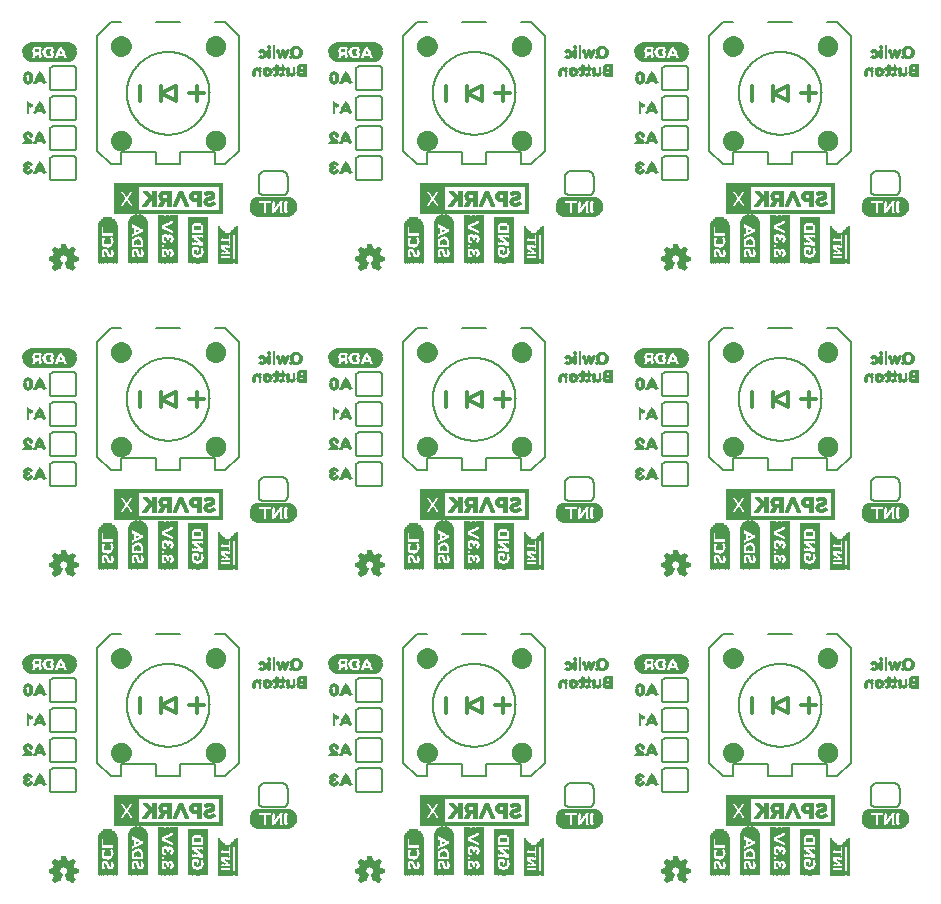
<source format=gbo>
G75*
%MOIN*%
%OFA0B0*%
%FSLAX25Y25*%
%IPPOS*%
%LPD*%
%AMOC8*
5,1,8,0,0,1.08239X$1,22.5*
%
%ADD10C,0.00299*%
%ADD11R,0.00157X0.12913*%
%ADD12R,0.00157X0.13386*%
%ADD13R,0.00157X0.13701*%
%ADD14R,0.00157X0.14016*%
%ADD15R,0.00157X0.14173*%
%ADD16R,0.00157X0.14331*%
%ADD17R,0.00157X0.14488*%
%ADD18R,0.00157X0.02835*%
%ADD19R,0.00157X0.03307*%
%ADD20R,0.00157X0.07087*%
%ADD21R,0.00157X0.02362*%
%ADD22R,0.00157X0.01102*%
%ADD23R,0.00157X0.04882*%
%ADD24R,0.00157X0.02205*%
%ADD25R,0.00157X0.01732*%
%ADD26R,0.00157X0.00630*%
%ADD27R,0.00157X0.02047*%
%ADD28R,0.00157X0.01260*%
%ADD29R,0.00157X0.00472*%
%ADD30R,0.00157X0.00315*%
%ADD31R,0.00157X0.01890*%
%ADD32R,0.00157X0.05039*%
%ADD33R,0.00157X0.00945*%
%ADD34R,0.00157X0.01575*%
%ADD35R,0.00157X0.00787*%
%ADD36R,0.00157X0.05197*%
%ADD37R,0.00157X0.02677*%
%ADD38R,0.00157X0.03622*%
%ADD39R,0.00157X0.01417*%
%ADD40R,0.00157X0.02992*%
%ADD41R,0.00157X0.02520*%
%ADD42R,0.00157X0.13858*%
%ADD43R,0.00157X0.14646*%
%ADD44R,0.00157X0.14961*%
%ADD45R,0.00157X0.15118*%
%ADD46R,0.00157X0.15276*%
%ADD47R,0.00157X0.15433*%
%ADD48R,0.00157X0.11969*%
%ADD49R,0.00157X0.03150*%
%ADD50R,0.00157X0.04567*%
%ADD51R,0.00157X0.04409*%
%ADD52R,0.00157X0.04252*%
%ADD53R,0.00157X0.04094*%
%ADD54R,0.00157X0.03937*%
%ADD55R,0.00157X0.03780*%
%ADD56R,0.00157X0.03465*%
%ADD57R,0.00157X0.15906*%
%ADD58R,0.00157X0.07402*%
%ADD59R,0.00157X0.00157*%
%ADD60R,0.00157X0.11024*%
%ADD61R,0.13386X0.00157*%
%ADD62R,0.14331X0.00157*%
%ADD63R,0.14961X0.00157*%
%ADD64R,0.15591X0.00157*%
%ADD65R,0.15906X0.00157*%
%ADD66R,0.16220X0.00157*%
%ADD67R,0.16535X0.00157*%
%ADD68R,0.16850X0.00157*%
%ADD69R,0.04409X0.00157*%
%ADD70R,0.02047X0.00157*%
%ADD71R,0.01732X0.00157*%
%ADD72R,0.03622X0.00157*%
%ADD73R,0.01417X0.00157*%
%ADD74R,0.03465X0.00157*%
%ADD75R,0.01890X0.00157*%
%ADD76R,0.01102X0.00157*%
%ADD77R,0.03307X0.00157*%
%ADD78R,0.00945X0.00157*%
%ADD79R,0.03150X0.00157*%
%ADD80R,0.00787X0.00157*%
%ADD81R,0.00630X0.00157*%
%ADD82R,0.04252X0.00157*%
%ADD83R,0.01575X0.00157*%
%ADD84R,0.01260X0.00157*%
%ADD85R,0.00472X0.00157*%
%ADD86R,0.04094X0.00157*%
%ADD87R,0.00315X0.00157*%
%ADD88R,0.03937X0.00157*%
%ADD89R,0.03780X0.00157*%
%ADD90R,0.02992X0.00157*%
%ADD91R,0.02677X0.00157*%
%ADD92R,0.02835X0.00157*%
%ADD93R,0.02205X0.00157*%
%ADD94R,0.02362X0.00157*%
%ADD95C,0.00800*%
%ADD96R,0.00157X0.12756*%
%ADD97R,0.00157X0.12598*%
%ADD98R,0.00157X0.12441*%
%ADD99R,0.00157X0.12283*%
%ADD100R,0.00157X0.11181*%
%ADD101R,0.00157X0.10866*%
%ADD102R,0.00157X0.10709*%
%ADD103R,0.00157X0.12126*%
%ADD104C,0.00039*%
%ADD105R,0.11181X0.00157*%
%ADD106R,0.12126X0.00157*%
%ADD107R,0.12756X0.00157*%
%ADD108R,0.13701X0.00157*%
%ADD109R,0.14016X0.00157*%
%ADD110R,0.14646X0.00157*%
%ADD111R,0.04567X0.00157*%
%ADD112R,0.04724X0.00157*%
%ADD113R,0.02520X0.00157*%
%ADD114C,0.01200*%
%ADD115C,0.03543*%
D10*
X0039866Y0035748D02*
X0040693Y0036850D01*
X0040653Y0036929D01*
X0040614Y0036968D01*
X0040574Y0037047D01*
X0040574Y0037086D01*
X0040535Y0037165D01*
X0040496Y0037204D01*
X0040456Y0037283D01*
X0040456Y0037322D01*
X0040378Y0037480D01*
X0040378Y0037519D01*
X0040338Y0037598D01*
X0040338Y0037637D01*
X0040299Y0037716D01*
X0040299Y0037795D01*
X0040259Y0037834D01*
X0038881Y0038070D01*
X0038881Y0039330D01*
X0040299Y0039566D01*
X0040299Y0039724D01*
X0040338Y0039763D01*
X0040338Y0039842D01*
X0040378Y0039881D01*
X0040417Y0039960D01*
X0040417Y0040039D01*
X0040456Y0040078D01*
X0040456Y0040157D01*
X0040496Y0040196D01*
X0040535Y0040275D01*
X0040574Y0040314D01*
X0040574Y0040393D01*
X0040614Y0040433D01*
X0040653Y0040511D01*
X0040693Y0040551D01*
X0039866Y0041692D01*
X0040771Y0042559D01*
X0041913Y0041771D01*
X0041952Y0041811D01*
X0042031Y0041850D01*
X0045496Y0041850D01*
X0045535Y0041811D01*
X0045614Y0041771D01*
X0046756Y0042559D01*
X0047622Y0041692D01*
X0046834Y0040551D01*
X0046874Y0040511D01*
X0046874Y0040433D01*
X0046913Y0040393D01*
X0046952Y0040314D01*
X0046992Y0040275D01*
X0046992Y0040196D01*
X0047031Y0040157D01*
X0047070Y0040078D01*
X0047070Y0040039D01*
X0047149Y0039881D01*
X0047149Y0039842D01*
X0047189Y0039763D01*
X0047189Y0039724D01*
X0047228Y0039645D01*
X0047228Y0039566D01*
X0048606Y0039330D01*
X0048606Y0038070D01*
X0047228Y0037834D01*
X0047228Y0037795D01*
X0047189Y0037716D01*
X0047189Y0037637D01*
X0047149Y0037598D01*
X0047149Y0037519D01*
X0047110Y0037480D01*
X0047070Y0037401D01*
X0047070Y0037322D01*
X0047031Y0037283D01*
X0047031Y0037204D01*
X0046992Y0037165D01*
X0046952Y0037086D01*
X0046913Y0037047D01*
X0046874Y0036968D01*
X0046874Y0036929D01*
X0046834Y0036850D01*
X0047622Y0035748D01*
X0046756Y0034842D01*
X0045614Y0035629D01*
X0045574Y0035629D01*
X0045535Y0035590D01*
X0045496Y0035590D01*
X0045456Y0035551D01*
X0045417Y0035551D01*
X0045378Y0035511D01*
X0045338Y0035511D01*
X0045299Y0035472D01*
X0045259Y0035472D01*
X0045220Y0035433D01*
X0045181Y0035433D01*
X0045141Y0035393D01*
X0045063Y0035393D01*
X0045023Y0035354D01*
X0044236Y0037480D01*
X0044354Y0037519D01*
X0044511Y0037598D01*
X0044590Y0037677D01*
X0044669Y0037716D01*
X0044748Y0037795D01*
X0044787Y0037873D01*
X0044866Y0037952D01*
X0044944Y0038110D01*
X0044984Y0038228D01*
X0045063Y0038385D01*
X0045063Y0038503D01*
X0045102Y0038622D01*
X0045102Y0038858D01*
X0044944Y0039330D01*
X0044787Y0039566D01*
X0044708Y0039645D01*
X0044590Y0039724D01*
X0044511Y0039803D01*
X0044393Y0039881D01*
X0044275Y0039921D01*
X0044157Y0039999D01*
X0044039Y0039999D01*
X0043881Y0040039D01*
X0043606Y0040039D01*
X0043488Y0039999D01*
X0043370Y0039999D01*
X0043252Y0039921D01*
X0043133Y0039881D01*
X0042897Y0039724D01*
X0042740Y0039566D01*
X0042582Y0039330D01*
X0042543Y0039212D01*
X0042464Y0039094D01*
X0042464Y0038976D01*
X0042425Y0038858D01*
X0042425Y0038503D01*
X0042464Y0038385D01*
X0042464Y0038307D01*
X0042504Y0038228D01*
X0042543Y0038110D01*
X0042582Y0038031D01*
X0042661Y0037952D01*
X0042700Y0037873D01*
X0042858Y0037716D01*
X0042937Y0037677D01*
X0043015Y0037598D01*
X0043252Y0037480D01*
X0042464Y0035354D01*
X0042464Y0035393D01*
X0042385Y0035393D01*
X0042346Y0035433D01*
X0042307Y0035433D01*
X0042267Y0035472D01*
X0042228Y0035472D01*
X0042189Y0035511D01*
X0042110Y0035511D01*
X0042070Y0035551D01*
X0042031Y0035551D01*
X0041952Y0035629D01*
X0041913Y0035629D01*
X0040771Y0034842D01*
X0039866Y0035748D01*
X0039977Y0035895D02*
X0042665Y0035895D01*
X0042554Y0035598D02*
X0041984Y0035598D01*
X0041867Y0035598D02*
X0040016Y0035598D01*
X0040313Y0035300D02*
X0041435Y0035300D01*
X0041004Y0035002D02*
X0040611Y0035002D01*
X0040200Y0036193D02*
X0042775Y0036193D01*
X0042885Y0036491D02*
X0040423Y0036491D01*
X0040647Y0036789D02*
X0042996Y0036789D01*
X0043106Y0037086D02*
X0040574Y0037086D01*
X0040425Y0037384D02*
X0043216Y0037384D01*
X0042926Y0037682D02*
X0040316Y0037682D01*
X0039412Y0037979D02*
X0042634Y0037979D01*
X0042479Y0038277D02*
X0038881Y0038277D01*
X0038881Y0038575D02*
X0042425Y0038575D01*
X0042430Y0038873D02*
X0038881Y0038873D01*
X0038881Y0039170D02*
X0042515Y0039170D01*
X0042674Y0039468D02*
X0039709Y0039468D01*
X0040338Y0039766D02*
X0042960Y0039766D01*
X0044548Y0039766D02*
X0047187Y0039766D01*
X0047070Y0040064D02*
X0040442Y0040064D01*
X0040574Y0040361D02*
X0046929Y0040361D01*
X0046909Y0040659D02*
X0040614Y0040659D01*
X0040399Y0040957D02*
X0047114Y0040957D01*
X0047320Y0041254D02*
X0040183Y0041254D01*
X0039967Y0041552D02*
X0047525Y0041552D01*
X0047464Y0041850D02*
X0045728Y0041850D01*
X0045496Y0041850D02*
X0045417Y0041850D01*
X0045378Y0041889D01*
X0045299Y0041929D01*
X0045259Y0041968D01*
X0045181Y0041968D01*
X0045141Y0042007D01*
X0045063Y0042047D01*
X0045023Y0042047D01*
X0044944Y0042086D01*
X0044866Y0042086D01*
X0044826Y0042125D01*
X0044748Y0042125D01*
X0044669Y0042165D01*
X0044630Y0042165D01*
X0044393Y0043543D01*
X0043133Y0043543D01*
X0042897Y0042165D01*
X0042819Y0042165D01*
X0042740Y0042125D01*
X0042700Y0042125D01*
X0042622Y0042086D01*
X0042582Y0042086D01*
X0042504Y0042047D01*
X0042425Y0042047D01*
X0042385Y0042007D01*
X0042307Y0041968D01*
X0042267Y0041968D01*
X0042189Y0041929D01*
X0042149Y0041889D01*
X0042070Y0041850D01*
X0042031Y0041850D01*
X0041799Y0041850D02*
X0040030Y0041850D01*
X0040342Y0042148D02*
X0041367Y0042148D01*
X0040935Y0042445D02*
X0040653Y0042445D01*
X0042784Y0042148D02*
X0044703Y0042148D01*
X0044581Y0042445D02*
X0042945Y0042445D01*
X0042996Y0042743D02*
X0044530Y0042743D01*
X0044479Y0043041D02*
X0043047Y0043041D01*
X0043098Y0043338D02*
X0044428Y0043338D01*
X0046160Y0042148D02*
X0047166Y0042148D01*
X0046869Y0042445D02*
X0046591Y0042445D01*
X0047802Y0039468D02*
X0044853Y0039468D01*
X0044998Y0039170D02*
X0048606Y0039170D01*
X0048606Y0038873D02*
X0045097Y0038873D01*
X0045086Y0038575D02*
X0048606Y0038575D01*
X0048606Y0038277D02*
X0045009Y0038277D01*
X0044879Y0037979D02*
X0048076Y0037979D01*
X0047189Y0037682D02*
X0044600Y0037682D01*
X0044271Y0037384D02*
X0047070Y0037384D01*
X0046952Y0037086D02*
X0044382Y0037086D01*
X0044492Y0036789D02*
X0046878Y0036789D01*
X0047091Y0036491D02*
X0044602Y0036491D01*
X0044712Y0036193D02*
X0047303Y0036193D01*
X0047516Y0035895D02*
X0044823Y0035895D01*
X0044933Y0035598D02*
X0045543Y0035598D01*
X0045660Y0035598D02*
X0047478Y0035598D01*
X0047194Y0035300D02*
X0046092Y0035300D01*
X0046523Y0035002D02*
X0046909Y0035002D01*
X0140881Y0038070D02*
X0142259Y0037834D01*
X0142299Y0037795D01*
X0142299Y0037716D01*
X0142338Y0037637D01*
X0142338Y0037598D01*
X0142378Y0037519D01*
X0142378Y0037480D01*
X0142456Y0037322D01*
X0142456Y0037283D01*
X0142496Y0037204D01*
X0142535Y0037165D01*
X0142574Y0037086D01*
X0142574Y0037047D01*
X0142614Y0036968D01*
X0142653Y0036929D01*
X0142693Y0036850D01*
X0141866Y0035748D01*
X0142771Y0034842D01*
X0143913Y0035629D01*
X0143952Y0035629D01*
X0144031Y0035551D01*
X0144070Y0035551D01*
X0144110Y0035511D01*
X0144189Y0035511D01*
X0144228Y0035472D01*
X0144267Y0035472D01*
X0144307Y0035433D01*
X0144346Y0035433D01*
X0144385Y0035393D01*
X0144464Y0035393D01*
X0144464Y0035354D01*
X0145252Y0037480D01*
X0145015Y0037598D01*
X0144937Y0037677D01*
X0144858Y0037716D01*
X0144700Y0037873D01*
X0144661Y0037952D01*
X0144582Y0038031D01*
X0144543Y0038110D01*
X0144504Y0038228D01*
X0144464Y0038307D01*
X0144464Y0038385D01*
X0144425Y0038503D01*
X0144425Y0038858D01*
X0144464Y0038976D01*
X0144464Y0039094D01*
X0144543Y0039212D01*
X0144582Y0039330D01*
X0144740Y0039566D01*
X0144897Y0039724D01*
X0145133Y0039881D01*
X0145252Y0039921D01*
X0145370Y0039999D01*
X0145488Y0039999D01*
X0145606Y0040039D01*
X0145881Y0040039D01*
X0146039Y0039999D01*
X0146157Y0039999D01*
X0146275Y0039921D01*
X0146393Y0039881D01*
X0146511Y0039803D01*
X0146590Y0039724D01*
X0146708Y0039645D01*
X0146787Y0039566D01*
X0146944Y0039330D01*
X0147102Y0038858D01*
X0147102Y0038622D01*
X0147063Y0038503D01*
X0147063Y0038385D01*
X0146984Y0038228D01*
X0146944Y0038110D01*
X0146866Y0037952D01*
X0146787Y0037873D01*
X0146748Y0037795D01*
X0146669Y0037716D01*
X0146590Y0037677D01*
X0146511Y0037598D01*
X0146354Y0037519D01*
X0146236Y0037480D01*
X0147023Y0035354D01*
X0147063Y0035393D01*
X0147141Y0035393D01*
X0147181Y0035433D01*
X0147220Y0035433D01*
X0147259Y0035472D01*
X0147299Y0035472D01*
X0147338Y0035511D01*
X0147378Y0035511D01*
X0147417Y0035551D01*
X0147456Y0035551D01*
X0147496Y0035590D01*
X0147535Y0035590D01*
X0147574Y0035629D01*
X0147614Y0035629D01*
X0148756Y0034842D01*
X0149622Y0035748D01*
X0148834Y0036850D01*
X0148874Y0036929D01*
X0148874Y0036968D01*
X0148913Y0037047D01*
X0148952Y0037086D01*
X0148992Y0037165D01*
X0149031Y0037204D01*
X0149031Y0037283D01*
X0149070Y0037322D01*
X0149070Y0037401D01*
X0149110Y0037480D01*
X0149149Y0037519D01*
X0149149Y0037598D01*
X0149189Y0037637D01*
X0149189Y0037716D01*
X0149228Y0037795D01*
X0149228Y0037834D01*
X0150606Y0038070D01*
X0150606Y0039330D01*
X0149228Y0039566D01*
X0149228Y0039645D01*
X0149189Y0039724D01*
X0149189Y0039763D01*
X0149149Y0039842D01*
X0149149Y0039881D01*
X0149070Y0040039D01*
X0149070Y0040078D01*
X0149031Y0040157D01*
X0148992Y0040196D01*
X0148992Y0040275D01*
X0148952Y0040314D01*
X0148913Y0040393D01*
X0148874Y0040433D01*
X0148874Y0040511D01*
X0148834Y0040551D01*
X0149622Y0041692D01*
X0148756Y0042559D01*
X0147614Y0041771D01*
X0147535Y0041811D01*
X0147496Y0041850D01*
X0144031Y0041850D01*
X0144070Y0041850D01*
X0144149Y0041889D01*
X0144189Y0041929D01*
X0144267Y0041968D01*
X0144307Y0041968D01*
X0144385Y0042007D01*
X0144425Y0042047D01*
X0144504Y0042047D01*
X0144582Y0042086D01*
X0144622Y0042086D01*
X0144700Y0042125D01*
X0144740Y0042125D01*
X0144819Y0042165D01*
X0144897Y0042165D01*
X0145133Y0043543D01*
X0146393Y0043543D01*
X0146630Y0042165D01*
X0146669Y0042165D01*
X0146748Y0042125D01*
X0146826Y0042125D01*
X0146866Y0042086D01*
X0146944Y0042086D01*
X0147023Y0042047D01*
X0147063Y0042047D01*
X0147141Y0042007D01*
X0147181Y0041968D01*
X0147259Y0041968D01*
X0147299Y0041929D01*
X0147378Y0041889D01*
X0147417Y0041850D01*
X0147496Y0041850D01*
X0147728Y0041850D02*
X0149464Y0041850D01*
X0149525Y0041552D02*
X0141967Y0041552D01*
X0141866Y0041692D02*
X0142771Y0042559D01*
X0143913Y0041771D01*
X0143952Y0041811D01*
X0144031Y0041850D01*
X0143799Y0041850D02*
X0142030Y0041850D01*
X0141866Y0041692D02*
X0142693Y0040551D01*
X0142653Y0040511D01*
X0142614Y0040433D01*
X0142574Y0040393D01*
X0142574Y0040314D01*
X0142535Y0040275D01*
X0142496Y0040196D01*
X0142456Y0040157D01*
X0142456Y0040078D01*
X0142417Y0040039D01*
X0142417Y0039960D01*
X0142378Y0039881D01*
X0142338Y0039842D01*
X0142338Y0039763D01*
X0142299Y0039724D01*
X0142299Y0039566D01*
X0140881Y0039330D01*
X0140881Y0038070D01*
X0140881Y0038277D02*
X0144479Y0038277D01*
X0144425Y0038575D02*
X0140881Y0038575D01*
X0140881Y0038873D02*
X0144430Y0038873D01*
X0144515Y0039170D02*
X0140881Y0039170D01*
X0141709Y0039468D02*
X0144674Y0039468D01*
X0144960Y0039766D02*
X0142338Y0039766D01*
X0142442Y0040064D02*
X0149070Y0040064D01*
X0149187Y0039766D02*
X0146548Y0039766D01*
X0146853Y0039468D02*
X0149802Y0039468D01*
X0150606Y0039170D02*
X0146998Y0039170D01*
X0147097Y0038873D02*
X0150606Y0038873D01*
X0150606Y0038575D02*
X0147086Y0038575D01*
X0147009Y0038277D02*
X0150606Y0038277D01*
X0150076Y0037979D02*
X0146879Y0037979D01*
X0146600Y0037682D02*
X0149189Y0037682D01*
X0149070Y0037384D02*
X0146271Y0037384D01*
X0146382Y0037086D02*
X0148952Y0037086D01*
X0148878Y0036789D02*
X0146492Y0036789D01*
X0146602Y0036491D02*
X0149091Y0036491D01*
X0149303Y0036193D02*
X0146712Y0036193D01*
X0146823Y0035895D02*
X0149516Y0035895D01*
X0149478Y0035598D02*
X0147660Y0035598D01*
X0147543Y0035598D02*
X0146933Y0035598D01*
X0148092Y0035300D02*
X0149194Y0035300D01*
X0148909Y0035002D02*
X0148523Y0035002D01*
X0144885Y0036491D02*
X0142423Y0036491D01*
X0142647Y0036789D02*
X0144996Y0036789D01*
X0145106Y0037086D02*
X0142574Y0037086D01*
X0142425Y0037384D02*
X0145216Y0037384D01*
X0144926Y0037682D02*
X0142316Y0037682D01*
X0141412Y0037979D02*
X0144634Y0037979D01*
X0144775Y0036193D02*
X0142200Y0036193D01*
X0141977Y0035895D02*
X0144665Y0035895D01*
X0144554Y0035598D02*
X0143984Y0035598D01*
X0143867Y0035598D02*
X0142016Y0035598D01*
X0142313Y0035300D02*
X0143435Y0035300D01*
X0143004Y0035002D02*
X0142611Y0035002D01*
X0142574Y0040361D02*
X0148929Y0040361D01*
X0148909Y0040659D02*
X0142614Y0040659D01*
X0142399Y0040957D02*
X0149114Y0040957D01*
X0149320Y0041254D02*
X0142183Y0041254D01*
X0142342Y0042148D02*
X0143367Y0042148D01*
X0142935Y0042445D02*
X0142653Y0042445D01*
X0144784Y0042148D02*
X0146703Y0042148D01*
X0146581Y0042445D02*
X0144945Y0042445D01*
X0144996Y0042743D02*
X0146530Y0042743D01*
X0146479Y0043041D02*
X0145047Y0043041D01*
X0145098Y0043338D02*
X0146428Y0043338D01*
X0148160Y0042148D02*
X0149166Y0042148D01*
X0148869Y0042445D02*
X0148591Y0042445D01*
X0242881Y0039330D02*
X0244299Y0039566D01*
X0244299Y0039724D01*
X0244338Y0039763D01*
X0244338Y0039842D01*
X0244378Y0039881D01*
X0244417Y0039960D01*
X0244417Y0040039D01*
X0244456Y0040078D01*
X0244456Y0040157D01*
X0244496Y0040196D01*
X0244535Y0040275D01*
X0244574Y0040314D01*
X0244574Y0040393D01*
X0244614Y0040433D01*
X0244653Y0040511D01*
X0244693Y0040551D01*
X0243866Y0041692D01*
X0244771Y0042559D01*
X0245913Y0041771D01*
X0245952Y0041811D01*
X0246031Y0041850D01*
X0249496Y0041850D01*
X0249535Y0041811D01*
X0249614Y0041771D01*
X0250756Y0042559D01*
X0251622Y0041692D01*
X0250834Y0040551D01*
X0250874Y0040511D01*
X0250874Y0040433D01*
X0250913Y0040393D01*
X0250952Y0040314D01*
X0250992Y0040275D01*
X0250992Y0040196D01*
X0251031Y0040157D01*
X0251070Y0040078D01*
X0251070Y0040039D01*
X0251149Y0039881D01*
X0251149Y0039842D01*
X0251189Y0039763D01*
X0251189Y0039724D01*
X0251228Y0039645D01*
X0251228Y0039566D01*
X0252606Y0039330D01*
X0252606Y0038070D01*
X0251228Y0037834D01*
X0251228Y0037795D01*
X0251189Y0037716D01*
X0251189Y0037637D01*
X0251149Y0037598D01*
X0251149Y0037519D01*
X0251110Y0037480D01*
X0251070Y0037401D01*
X0251070Y0037322D01*
X0251031Y0037283D01*
X0251031Y0037204D01*
X0250992Y0037165D01*
X0250952Y0037086D01*
X0250913Y0037047D01*
X0250874Y0036968D01*
X0250874Y0036929D01*
X0250834Y0036850D01*
X0251622Y0035748D01*
X0250756Y0034842D01*
X0249614Y0035629D01*
X0249574Y0035629D01*
X0249535Y0035590D01*
X0249496Y0035590D01*
X0249456Y0035551D01*
X0249417Y0035551D01*
X0249378Y0035511D01*
X0249338Y0035511D01*
X0249299Y0035472D01*
X0249259Y0035472D01*
X0249220Y0035433D01*
X0249181Y0035433D01*
X0249141Y0035393D01*
X0249063Y0035393D01*
X0249023Y0035354D01*
X0248236Y0037480D01*
X0248354Y0037519D01*
X0248511Y0037598D01*
X0248590Y0037677D01*
X0248669Y0037716D01*
X0248748Y0037795D01*
X0248787Y0037873D01*
X0248866Y0037952D01*
X0248944Y0038110D01*
X0248984Y0038228D01*
X0249063Y0038385D01*
X0249063Y0038503D01*
X0249102Y0038622D01*
X0249102Y0038858D01*
X0248944Y0039330D01*
X0248787Y0039566D01*
X0248708Y0039645D01*
X0248590Y0039724D01*
X0248511Y0039803D01*
X0248393Y0039881D01*
X0248275Y0039921D01*
X0248157Y0039999D01*
X0248039Y0039999D01*
X0247881Y0040039D01*
X0247606Y0040039D01*
X0247488Y0039999D01*
X0247370Y0039999D01*
X0247252Y0039921D01*
X0247133Y0039881D01*
X0246897Y0039724D01*
X0246740Y0039566D01*
X0246582Y0039330D01*
X0246543Y0039212D01*
X0246464Y0039094D01*
X0246464Y0038976D01*
X0246425Y0038858D01*
X0246425Y0038503D01*
X0246464Y0038385D01*
X0246464Y0038307D01*
X0246504Y0038228D01*
X0246543Y0038110D01*
X0246582Y0038031D01*
X0246661Y0037952D01*
X0246700Y0037873D01*
X0246858Y0037716D01*
X0246937Y0037677D01*
X0247015Y0037598D01*
X0247252Y0037480D01*
X0246464Y0035354D01*
X0246464Y0035393D01*
X0246385Y0035393D01*
X0246346Y0035433D01*
X0246307Y0035433D01*
X0246267Y0035472D01*
X0246228Y0035472D01*
X0246189Y0035511D01*
X0246110Y0035511D01*
X0246070Y0035551D01*
X0246031Y0035551D01*
X0245952Y0035629D01*
X0245913Y0035629D01*
X0244771Y0034842D01*
X0243866Y0035748D01*
X0244693Y0036850D01*
X0244653Y0036929D01*
X0244614Y0036968D01*
X0244574Y0037047D01*
X0244574Y0037086D01*
X0244535Y0037165D01*
X0244496Y0037204D01*
X0244456Y0037283D01*
X0244456Y0037322D01*
X0244378Y0037480D01*
X0244378Y0037519D01*
X0244338Y0037598D01*
X0244338Y0037637D01*
X0244299Y0037716D01*
X0244299Y0037795D01*
X0244259Y0037834D01*
X0242881Y0038070D01*
X0242881Y0039330D01*
X0242881Y0039170D02*
X0246515Y0039170D01*
X0246430Y0038873D02*
X0242881Y0038873D01*
X0242881Y0038575D02*
X0246425Y0038575D01*
X0246479Y0038277D02*
X0242881Y0038277D01*
X0243412Y0037979D02*
X0246634Y0037979D01*
X0246926Y0037682D02*
X0244316Y0037682D01*
X0244425Y0037384D02*
X0247216Y0037384D01*
X0247106Y0037086D02*
X0244574Y0037086D01*
X0244647Y0036789D02*
X0246996Y0036789D01*
X0246885Y0036491D02*
X0244423Y0036491D01*
X0244200Y0036193D02*
X0246775Y0036193D01*
X0246665Y0035895D02*
X0243977Y0035895D01*
X0244016Y0035598D02*
X0245867Y0035598D01*
X0245984Y0035598D02*
X0246554Y0035598D01*
X0245435Y0035300D02*
X0244313Y0035300D01*
X0244611Y0035002D02*
X0245004Y0035002D01*
X0248602Y0036491D02*
X0251091Y0036491D01*
X0251303Y0036193D02*
X0248712Y0036193D01*
X0248823Y0035895D02*
X0251516Y0035895D01*
X0251478Y0035598D02*
X0249660Y0035598D01*
X0249543Y0035598D02*
X0248933Y0035598D01*
X0250092Y0035300D02*
X0251194Y0035300D01*
X0250909Y0035002D02*
X0250523Y0035002D01*
X0250878Y0036789D02*
X0248492Y0036789D01*
X0248382Y0037086D02*
X0250952Y0037086D01*
X0251070Y0037384D02*
X0248271Y0037384D01*
X0248600Y0037682D02*
X0251189Y0037682D01*
X0252076Y0037979D02*
X0248879Y0037979D01*
X0249009Y0038277D02*
X0252606Y0038277D01*
X0252606Y0038575D02*
X0249086Y0038575D01*
X0249097Y0038873D02*
X0252606Y0038873D01*
X0252606Y0039170D02*
X0248998Y0039170D01*
X0248853Y0039468D02*
X0251802Y0039468D01*
X0251187Y0039766D02*
X0248548Y0039766D01*
X0246960Y0039766D02*
X0244338Y0039766D01*
X0244442Y0040064D02*
X0251070Y0040064D01*
X0250929Y0040361D02*
X0244574Y0040361D01*
X0244614Y0040659D02*
X0250909Y0040659D01*
X0251114Y0040957D02*
X0244399Y0040957D01*
X0244183Y0041254D02*
X0251320Y0041254D01*
X0251525Y0041552D02*
X0243967Y0041552D01*
X0244030Y0041850D02*
X0245799Y0041850D01*
X0246031Y0041850D02*
X0246070Y0041850D01*
X0246149Y0041889D01*
X0246189Y0041929D01*
X0246267Y0041968D01*
X0246307Y0041968D01*
X0246385Y0042007D01*
X0246425Y0042047D01*
X0246504Y0042047D01*
X0246582Y0042086D01*
X0246622Y0042086D01*
X0246700Y0042125D01*
X0246740Y0042125D01*
X0246819Y0042165D01*
X0246897Y0042165D01*
X0247133Y0043543D01*
X0248393Y0043543D01*
X0248630Y0042165D01*
X0248669Y0042165D01*
X0248748Y0042125D01*
X0248826Y0042125D01*
X0248866Y0042086D01*
X0248944Y0042086D01*
X0249023Y0042047D01*
X0249063Y0042047D01*
X0249141Y0042007D01*
X0249181Y0041968D01*
X0249259Y0041968D01*
X0249299Y0041929D01*
X0249378Y0041889D01*
X0249417Y0041850D01*
X0249496Y0041850D01*
X0249728Y0041850D02*
X0251464Y0041850D01*
X0251166Y0042148D02*
X0250160Y0042148D01*
X0250591Y0042445D02*
X0250869Y0042445D01*
X0248703Y0042148D02*
X0246784Y0042148D01*
X0246945Y0042445D02*
X0248581Y0042445D01*
X0248530Y0042743D02*
X0246996Y0042743D01*
X0247047Y0043041D02*
X0248479Y0043041D01*
X0248428Y0043338D02*
X0247098Y0043338D01*
X0245367Y0042148D02*
X0244342Y0042148D01*
X0244653Y0042445D02*
X0244935Y0042445D01*
X0243709Y0039468D02*
X0246674Y0039468D01*
X0244771Y0136842D02*
X0243866Y0137748D01*
X0244693Y0138850D01*
X0244653Y0138929D01*
X0244614Y0138968D01*
X0244574Y0139047D01*
X0244574Y0139086D01*
X0244535Y0139165D01*
X0244496Y0139204D01*
X0244456Y0139283D01*
X0244456Y0139322D01*
X0244378Y0139480D01*
X0244378Y0139519D01*
X0244338Y0139598D01*
X0244338Y0139637D01*
X0244299Y0139716D01*
X0244299Y0139795D01*
X0244259Y0139834D01*
X0242881Y0140070D01*
X0242881Y0141330D01*
X0244299Y0141566D01*
X0244299Y0141724D01*
X0244338Y0141763D01*
X0244338Y0141842D01*
X0244378Y0141881D01*
X0244417Y0141960D01*
X0244417Y0142039D01*
X0244456Y0142078D01*
X0244456Y0142157D01*
X0244496Y0142196D01*
X0244535Y0142275D01*
X0244574Y0142314D01*
X0244574Y0142393D01*
X0244614Y0142433D01*
X0244653Y0142511D01*
X0244693Y0142551D01*
X0243866Y0143692D01*
X0244771Y0144559D01*
X0245913Y0143771D01*
X0245952Y0143811D01*
X0246031Y0143850D01*
X0246070Y0143850D01*
X0246149Y0143889D01*
X0246189Y0143929D01*
X0246267Y0143968D01*
X0246307Y0143968D01*
X0246385Y0144007D01*
X0246425Y0144047D01*
X0246504Y0144047D01*
X0246582Y0144086D01*
X0246622Y0144086D01*
X0246700Y0144125D01*
X0246740Y0144125D01*
X0246819Y0144165D01*
X0246897Y0144165D01*
X0247133Y0145543D01*
X0248393Y0145543D01*
X0248630Y0144165D01*
X0248669Y0144165D01*
X0248748Y0144125D01*
X0248826Y0144125D01*
X0248866Y0144086D01*
X0248944Y0144086D01*
X0249023Y0144047D01*
X0249063Y0144047D01*
X0249141Y0144007D01*
X0249181Y0143968D01*
X0249259Y0143968D01*
X0249299Y0143929D01*
X0249378Y0143889D01*
X0249417Y0143850D01*
X0249496Y0143850D01*
X0249535Y0143811D01*
X0249614Y0143771D01*
X0250756Y0144559D01*
X0251622Y0143692D01*
X0250834Y0142551D01*
X0250874Y0142511D01*
X0250874Y0142433D01*
X0250913Y0142393D01*
X0250952Y0142314D01*
X0250992Y0142275D01*
X0250992Y0142196D01*
X0251031Y0142157D01*
X0251070Y0142078D01*
X0251070Y0142039D01*
X0251149Y0141881D01*
X0251149Y0141842D01*
X0251189Y0141763D01*
X0251189Y0141724D01*
X0251228Y0141645D01*
X0251228Y0141566D01*
X0252606Y0141330D01*
X0252606Y0140070D01*
X0251228Y0139834D01*
X0251228Y0139795D01*
X0251189Y0139716D01*
X0251189Y0139637D01*
X0251149Y0139598D01*
X0251149Y0139519D01*
X0251110Y0139480D01*
X0251070Y0139401D01*
X0251070Y0139322D01*
X0251031Y0139283D01*
X0251031Y0139204D01*
X0250992Y0139165D01*
X0250952Y0139086D01*
X0250913Y0139047D01*
X0250874Y0138968D01*
X0250874Y0138929D01*
X0250834Y0138850D01*
X0251622Y0137748D01*
X0250756Y0136842D01*
X0249614Y0137629D01*
X0249574Y0137629D01*
X0249535Y0137590D01*
X0249496Y0137590D01*
X0249456Y0137551D01*
X0249417Y0137551D01*
X0249378Y0137511D01*
X0249338Y0137511D01*
X0249299Y0137472D01*
X0249259Y0137472D01*
X0249220Y0137433D01*
X0249181Y0137433D01*
X0249141Y0137393D01*
X0249063Y0137393D01*
X0249023Y0137354D01*
X0248236Y0139480D01*
X0248354Y0139519D01*
X0248511Y0139598D01*
X0248590Y0139677D01*
X0248669Y0139716D01*
X0248748Y0139795D01*
X0248787Y0139873D01*
X0248866Y0139952D01*
X0248944Y0140110D01*
X0248984Y0140228D01*
X0249063Y0140385D01*
X0249063Y0140503D01*
X0249102Y0140622D01*
X0249102Y0140858D01*
X0248944Y0141330D01*
X0248787Y0141566D01*
X0248708Y0141645D01*
X0248590Y0141724D01*
X0248511Y0141803D01*
X0248393Y0141881D01*
X0248275Y0141921D01*
X0248157Y0141999D01*
X0248039Y0141999D01*
X0247881Y0142039D01*
X0247606Y0142039D01*
X0247488Y0141999D01*
X0247370Y0141999D01*
X0247252Y0141921D01*
X0247133Y0141881D01*
X0246897Y0141724D01*
X0246740Y0141566D01*
X0246582Y0141330D01*
X0246543Y0141212D01*
X0246464Y0141094D01*
X0246464Y0140976D01*
X0246425Y0140858D01*
X0246425Y0140503D01*
X0246464Y0140385D01*
X0246464Y0140307D01*
X0246504Y0140228D01*
X0246543Y0140110D01*
X0246582Y0140031D01*
X0246661Y0139952D01*
X0246700Y0139873D01*
X0246858Y0139716D01*
X0246937Y0139677D01*
X0247015Y0139598D01*
X0247252Y0139480D01*
X0246464Y0137354D01*
X0246464Y0137393D01*
X0246385Y0137393D01*
X0246346Y0137433D01*
X0246307Y0137433D01*
X0246267Y0137472D01*
X0246228Y0137472D01*
X0246189Y0137511D01*
X0246110Y0137511D01*
X0246070Y0137551D01*
X0246031Y0137551D01*
X0245952Y0137629D01*
X0245913Y0137629D01*
X0244771Y0136842D01*
X0244492Y0137122D02*
X0245177Y0137122D01*
X0245608Y0137419D02*
X0244194Y0137419D01*
X0243896Y0137717D02*
X0246599Y0137717D01*
X0246709Y0138015D02*
X0244066Y0138015D01*
X0244289Y0138312D02*
X0246819Y0138312D01*
X0246929Y0138610D02*
X0244513Y0138610D01*
X0244664Y0138908D02*
X0247040Y0138908D01*
X0247150Y0139206D02*
X0244495Y0139206D01*
X0244378Y0139503D02*
X0247205Y0139503D01*
X0246773Y0139801D02*
X0244293Y0139801D01*
X0242881Y0140099D02*
X0246548Y0140099D01*
X0246460Y0140396D02*
X0242881Y0140396D01*
X0242881Y0140694D02*
X0246425Y0140694D01*
X0246464Y0140992D02*
X0242881Y0140992D01*
X0242881Y0141290D02*
X0246569Y0141290D01*
X0246761Y0141587D02*
X0244299Y0141587D01*
X0244379Y0141885D02*
X0247145Y0141885D01*
X0248382Y0141885D02*
X0251147Y0141885D01*
X0251228Y0141587D02*
X0248766Y0141587D01*
X0248958Y0141290D02*
X0252606Y0141290D01*
X0252606Y0140992D02*
X0249057Y0140992D01*
X0249102Y0140694D02*
X0252606Y0140694D01*
X0252606Y0140396D02*
X0249063Y0140396D01*
X0248939Y0140099D02*
X0252606Y0140099D01*
X0251228Y0139801D02*
X0248751Y0139801D01*
X0248306Y0139503D02*
X0251133Y0139503D01*
X0251031Y0139206D02*
X0248337Y0139206D01*
X0248448Y0138908D02*
X0250863Y0138908D01*
X0251005Y0138610D02*
X0248558Y0138610D01*
X0248668Y0138312D02*
X0251218Y0138312D01*
X0251431Y0138015D02*
X0248778Y0138015D01*
X0248889Y0137717D02*
X0251592Y0137717D01*
X0251308Y0137419D02*
X0249919Y0137419D01*
X0250350Y0137122D02*
X0251023Y0137122D01*
X0249167Y0137419D02*
X0248999Y0137419D01*
X0246488Y0137419D02*
X0246359Y0137419D01*
X0244482Y0142183D02*
X0251005Y0142183D01*
X0250874Y0142481D02*
X0244638Y0142481D01*
X0244528Y0142778D02*
X0250991Y0142778D01*
X0251197Y0143076D02*
X0244312Y0143076D01*
X0244097Y0143374D02*
X0251402Y0143374D01*
X0251607Y0143671D02*
X0243881Y0143671D01*
X0244155Y0143969D02*
X0245626Y0143969D01*
X0245194Y0144267D02*
X0244466Y0144267D01*
X0246309Y0143969D02*
X0249180Y0143969D01*
X0248612Y0144267D02*
X0246915Y0144267D01*
X0246966Y0144565D02*
X0248561Y0144565D01*
X0248510Y0144862D02*
X0247017Y0144862D01*
X0247068Y0145160D02*
X0248459Y0145160D01*
X0248408Y0145458D02*
X0247119Y0145458D01*
X0249901Y0143969D02*
X0251345Y0143969D01*
X0251047Y0144267D02*
X0250333Y0144267D01*
X0150606Y0141330D02*
X0150606Y0140070D01*
X0149228Y0139834D01*
X0149228Y0139795D01*
X0149189Y0139716D01*
X0149189Y0139637D01*
X0149149Y0139598D01*
X0149149Y0139519D01*
X0149110Y0139480D01*
X0149070Y0139401D01*
X0149070Y0139322D01*
X0149031Y0139283D01*
X0149031Y0139204D01*
X0148992Y0139165D01*
X0148952Y0139086D01*
X0148913Y0139047D01*
X0148874Y0138968D01*
X0148874Y0138929D01*
X0148834Y0138850D01*
X0149622Y0137748D01*
X0148756Y0136842D01*
X0147614Y0137629D01*
X0147574Y0137629D01*
X0147535Y0137590D01*
X0147496Y0137590D01*
X0147456Y0137551D01*
X0147417Y0137551D01*
X0147378Y0137511D01*
X0147338Y0137511D01*
X0147299Y0137472D01*
X0147259Y0137472D01*
X0147220Y0137433D01*
X0147181Y0137433D01*
X0147141Y0137393D01*
X0147063Y0137393D01*
X0147023Y0137354D01*
X0146236Y0139480D01*
X0146354Y0139519D01*
X0146511Y0139598D01*
X0146590Y0139677D01*
X0146669Y0139716D01*
X0146748Y0139795D01*
X0146787Y0139873D01*
X0146866Y0139952D01*
X0146944Y0140110D01*
X0146984Y0140228D01*
X0147063Y0140385D01*
X0147063Y0140503D01*
X0147102Y0140622D01*
X0147102Y0140858D01*
X0146944Y0141330D01*
X0146787Y0141566D01*
X0146708Y0141645D01*
X0146590Y0141724D01*
X0146511Y0141803D01*
X0146393Y0141881D01*
X0146275Y0141921D01*
X0146157Y0141999D01*
X0146039Y0141999D01*
X0145881Y0142039D01*
X0145606Y0142039D01*
X0145488Y0141999D01*
X0145370Y0141999D01*
X0145252Y0141921D01*
X0145133Y0141881D01*
X0144897Y0141724D01*
X0144740Y0141566D01*
X0144582Y0141330D01*
X0144543Y0141212D01*
X0144464Y0141094D01*
X0144464Y0140976D01*
X0144425Y0140858D01*
X0144425Y0140503D01*
X0144464Y0140385D01*
X0144464Y0140307D01*
X0144504Y0140228D01*
X0144543Y0140110D01*
X0144582Y0140031D01*
X0144661Y0139952D01*
X0144700Y0139873D01*
X0144858Y0139716D01*
X0144937Y0139677D01*
X0145015Y0139598D01*
X0145252Y0139480D01*
X0144464Y0137354D01*
X0144464Y0137393D01*
X0144385Y0137393D01*
X0144346Y0137433D01*
X0144307Y0137433D01*
X0144267Y0137472D01*
X0144228Y0137472D01*
X0144189Y0137511D01*
X0144110Y0137511D01*
X0144070Y0137551D01*
X0144031Y0137551D01*
X0143952Y0137629D01*
X0143913Y0137629D01*
X0142771Y0136842D01*
X0141866Y0137748D01*
X0142693Y0138850D01*
X0142653Y0138929D01*
X0142614Y0138968D01*
X0142574Y0139047D01*
X0142574Y0139086D01*
X0142535Y0139165D01*
X0142496Y0139204D01*
X0142456Y0139283D01*
X0142456Y0139322D01*
X0142378Y0139480D01*
X0142378Y0139519D01*
X0142338Y0139598D01*
X0142338Y0139637D01*
X0142299Y0139716D01*
X0142299Y0139795D01*
X0142259Y0139834D01*
X0140881Y0140070D01*
X0140881Y0141330D01*
X0142299Y0141566D01*
X0142299Y0141724D01*
X0142338Y0141763D01*
X0142338Y0141842D01*
X0142378Y0141881D01*
X0142417Y0141960D01*
X0142417Y0142039D01*
X0142456Y0142078D01*
X0142456Y0142157D01*
X0142496Y0142196D01*
X0142535Y0142275D01*
X0142574Y0142314D01*
X0142574Y0142393D01*
X0142614Y0142433D01*
X0142653Y0142511D01*
X0142693Y0142551D01*
X0141866Y0143692D01*
X0142771Y0144559D01*
X0143913Y0143771D01*
X0143952Y0143811D01*
X0144031Y0143850D01*
X0144070Y0143850D01*
X0144149Y0143889D01*
X0144189Y0143929D01*
X0144267Y0143968D01*
X0144307Y0143968D01*
X0144385Y0144007D01*
X0144425Y0144047D01*
X0144504Y0144047D01*
X0144582Y0144086D01*
X0144622Y0144086D01*
X0144700Y0144125D01*
X0144740Y0144125D01*
X0144819Y0144165D01*
X0144897Y0144165D01*
X0145133Y0145543D01*
X0146393Y0145543D01*
X0146630Y0144165D01*
X0146669Y0144165D01*
X0146748Y0144125D01*
X0146826Y0144125D01*
X0146866Y0144086D01*
X0146944Y0144086D01*
X0147023Y0144047D01*
X0147063Y0144047D01*
X0147141Y0144007D01*
X0147181Y0143968D01*
X0147259Y0143968D01*
X0147299Y0143929D01*
X0147378Y0143889D01*
X0147417Y0143850D01*
X0147496Y0143850D01*
X0147535Y0143811D01*
X0147614Y0143771D01*
X0148756Y0144559D01*
X0149622Y0143692D01*
X0148834Y0142551D01*
X0148874Y0142511D01*
X0148874Y0142433D01*
X0148913Y0142393D01*
X0148952Y0142314D01*
X0148992Y0142275D01*
X0148992Y0142196D01*
X0149031Y0142157D01*
X0149070Y0142078D01*
X0149070Y0142039D01*
X0149149Y0141881D01*
X0149149Y0141842D01*
X0149189Y0141763D01*
X0149189Y0141724D01*
X0149228Y0141645D01*
X0149228Y0141566D01*
X0150606Y0141330D01*
X0150606Y0141290D02*
X0146958Y0141290D01*
X0147057Y0140992D02*
X0150606Y0140992D01*
X0150606Y0140694D02*
X0147102Y0140694D01*
X0147063Y0140396D02*
X0150606Y0140396D01*
X0150606Y0140099D02*
X0146939Y0140099D01*
X0146751Y0139801D02*
X0149228Y0139801D01*
X0149133Y0139503D02*
X0146306Y0139503D01*
X0146337Y0139206D02*
X0149031Y0139206D01*
X0148863Y0138908D02*
X0146448Y0138908D01*
X0146558Y0138610D02*
X0149005Y0138610D01*
X0149218Y0138312D02*
X0146668Y0138312D01*
X0146778Y0138015D02*
X0149431Y0138015D01*
X0149592Y0137717D02*
X0146889Y0137717D01*
X0146999Y0137419D02*
X0147167Y0137419D01*
X0147919Y0137419D02*
X0149308Y0137419D01*
X0149023Y0137122D02*
X0148350Y0137122D01*
X0144819Y0138312D02*
X0142289Y0138312D01*
X0142066Y0138015D02*
X0144709Y0138015D01*
X0144599Y0137717D02*
X0141896Y0137717D01*
X0142194Y0137419D02*
X0143608Y0137419D01*
X0143177Y0137122D02*
X0142492Y0137122D01*
X0142513Y0138610D02*
X0144929Y0138610D01*
X0145040Y0138908D02*
X0142664Y0138908D01*
X0142495Y0139206D02*
X0145150Y0139206D01*
X0145205Y0139503D02*
X0142378Y0139503D01*
X0142293Y0139801D02*
X0144773Y0139801D01*
X0144548Y0140099D02*
X0140881Y0140099D01*
X0140881Y0140396D02*
X0144460Y0140396D01*
X0144425Y0140694D02*
X0140881Y0140694D01*
X0140881Y0140992D02*
X0144464Y0140992D01*
X0144569Y0141290D02*
X0140881Y0141290D01*
X0142299Y0141587D02*
X0144761Y0141587D01*
X0145145Y0141885D02*
X0142379Y0141885D01*
X0142482Y0142183D02*
X0149005Y0142183D01*
X0148874Y0142481D02*
X0142638Y0142481D01*
X0142528Y0142778D02*
X0148991Y0142778D01*
X0149197Y0143076D02*
X0142312Y0143076D01*
X0142097Y0143374D02*
X0149402Y0143374D01*
X0149607Y0143671D02*
X0141881Y0143671D01*
X0142155Y0143969D02*
X0143626Y0143969D01*
X0143194Y0144267D02*
X0142466Y0144267D01*
X0144309Y0143969D02*
X0147180Y0143969D01*
X0146612Y0144267D02*
X0144915Y0144267D01*
X0144966Y0144565D02*
X0146561Y0144565D01*
X0146510Y0144862D02*
X0145017Y0144862D01*
X0145068Y0145160D02*
X0146459Y0145160D01*
X0146408Y0145458D02*
X0145119Y0145458D01*
X0147901Y0143969D02*
X0149345Y0143969D01*
X0149047Y0144267D02*
X0148333Y0144267D01*
X0149147Y0141885D02*
X0146382Y0141885D01*
X0146766Y0141587D02*
X0149228Y0141587D01*
X0144488Y0137419D02*
X0144359Y0137419D01*
X0048606Y0140070D02*
X0047228Y0139834D01*
X0047228Y0139795D01*
X0047189Y0139716D01*
X0047189Y0139637D01*
X0047149Y0139598D01*
X0047149Y0139519D01*
X0047110Y0139480D01*
X0047070Y0139401D01*
X0047070Y0139322D01*
X0047031Y0139283D01*
X0047031Y0139204D01*
X0046992Y0139165D01*
X0046952Y0139086D01*
X0046913Y0139047D01*
X0046874Y0138968D01*
X0046874Y0138929D01*
X0046834Y0138850D01*
X0047622Y0137748D01*
X0046756Y0136842D01*
X0045614Y0137629D01*
X0045574Y0137629D01*
X0045535Y0137590D01*
X0045496Y0137590D01*
X0045456Y0137551D01*
X0045417Y0137551D01*
X0045378Y0137511D01*
X0045338Y0137511D01*
X0045299Y0137472D01*
X0045259Y0137472D01*
X0045220Y0137433D01*
X0045181Y0137433D01*
X0045141Y0137393D01*
X0045063Y0137393D01*
X0045023Y0137354D01*
X0044236Y0139480D01*
X0044354Y0139519D01*
X0044511Y0139598D01*
X0044590Y0139677D01*
X0044669Y0139716D01*
X0044748Y0139795D01*
X0044787Y0139873D01*
X0044866Y0139952D01*
X0044944Y0140110D01*
X0044984Y0140228D01*
X0045063Y0140385D01*
X0045063Y0140503D01*
X0045102Y0140622D01*
X0045102Y0140858D01*
X0044944Y0141330D01*
X0044787Y0141566D01*
X0044708Y0141645D01*
X0044590Y0141724D01*
X0044511Y0141803D01*
X0044393Y0141881D01*
X0044275Y0141921D01*
X0044157Y0141999D01*
X0044039Y0141999D01*
X0043881Y0142039D01*
X0043606Y0142039D01*
X0043488Y0141999D01*
X0043370Y0141999D01*
X0043252Y0141921D01*
X0043133Y0141881D01*
X0042897Y0141724D01*
X0042740Y0141566D01*
X0042582Y0141330D01*
X0042543Y0141212D01*
X0042464Y0141094D01*
X0042464Y0140976D01*
X0042425Y0140858D01*
X0042425Y0140503D01*
X0042464Y0140385D01*
X0042464Y0140307D01*
X0042504Y0140228D01*
X0042543Y0140110D01*
X0042582Y0140031D01*
X0042661Y0139952D01*
X0042700Y0139873D01*
X0042858Y0139716D01*
X0042937Y0139677D01*
X0043015Y0139598D01*
X0043252Y0139480D01*
X0042464Y0137354D01*
X0042464Y0137393D01*
X0042385Y0137393D01*
X0042346Y0137433D01*
X0042307Y0137433D01*
X0042267Y0137472D01*
X0042228Y0137472D01*
X0042189Y0137511D01*
X0042110Y0137511D01*
X0042070Y0137551D01*
X0042031Y0137551D01*
X0041952Y0137629D01*
X0041913Y0137629D01*
X0040771Y0136842D01*
X0039866Y0137748D01*
X0040693Y0138850D01*
X0040653Y0138929D01*
X0040614Y0138968D01*
X0040574Y0139047D01*
X0040574Y0139086D01*
X0040535Y0139165D01*
X0040496Y0139204D01*
X0040456Y0139283D01*
X0040456Y0139322D01*
X0040378Y0139480D01*
X0040378Y0139519D01*
X0040338Y0139598D01*
X0040338Y0139637D01*
X0040299Y0139716D01*
X0040299Y0139795D01*
X0040259Y0139834D01*
X0038881Y0140070D01*
X0038881Y0141330D01*
X0040299Y0141566D01*
X0040299Y0141724D01*
X0040338Y0141763D01*
X0040338Y0141842D01*
X0040378Y0141881D01*
X0040417Y0141960D01*
X0040417Y0142039D01*
X0040456Y0142078D01*
X0040456Y0142157D01*
X0040496Y0142196D01*
X0040535Y0142275D01*
X0040574Y0142314D01*
X0040574Y0142393D01*
X0040614Y0142433D01*
X0040653Y0142511D01*
X0040693Y0142551D01*
X0039866Y0143692D01*
X0040771Y0144559D01*
X0041913Y0143771D01*
X0041952Y0143811D01*
X0042031Y0143850D01*
X0042070Y0143850D01*
X0042149Y0143889D01*
X0042189Y0143929D01*
X0042267Y0143968D01*
X0042307Y0143968D01*
X0042385Y0144007D01*
X0042425Y0144047D01*
X0042504Y0144047D01*
X0042582Y0144086D01*
X0042622Y0144086D01*
X0042700Y0144125D01*
X0042740Y0144125D01*
X0042819Y0144165D01*
X0042897Y0144165D01*
X0043133Y0145543D01*
X0044393Y0145543D01*
X0044630Y0144165D01*
X0044669Y0144165D01*
X0044748Y0144125D01*
X0044826Y0144125D01*
X0044866Y0144086D01*
X0044944Y0144086D01*
X0045023Y0144047D01*
X0045063Y0144047D01*
X0045141Y0144007D01*
X0045181Y0143968D01*
X0045259Y0143968D01*
X0045299Y0143929D01*
X0045378Y0143889D01*
X0045417Y0143850D01*
X0045496Y0143850D01*
X0045535Y0143811D01*
X0045614Y0143771D01*
X0046756Y0144559D01*
X0047622Y0143692D01*
X0046834Y0142551D01*
X0046874Y0142511D01*
X0046874Y0142433D01*
X0046913Y0142393D01*
X0046952Y0142314D01*
X0046992Y0142275D01*
X0046992Y0142196D01*
X0047031Y0142157D01*
X0047070Y0142078D01*
X0047070Y0142039D01*
X0047149Y0141881D01*
X0047149Y0141842D01*
X0047189Y0141763D01*
X0047189Y0141724D01*
X0047228Y0141645D01*
X0047228Y0141566D01*
X0048606Y0141330D01*
X0048606Y0140070D01*
X0048606Y0140099D02*
X0044939Y0140099D01*
X0045063Y0140396D02*
X0048606Y0140396D01*
X0048606Y0140694D02*
X0045102Y0140694D01*
X0045057Y0140992D02*
X0048606Y0140992D01*
X0048606Y0141290D02*
X0044958Y0141290D01*
X0044766Y0141587D02*
X0047228Y0141587D01*
X0047147Y0141885D02*
X0044382Y0141885D01*
X0043145Y0141885D02*
X0040379Y0141885D01*
X0040299Y0141587D02*
X0042761Y0141587D01*
X0042569Y0141290D02*
X0038881Y0141290D01*
X0038881Y0140992D02*
X0042464Y0140992D01*
X0042425Y0140694D02*
X0038881Y0140694D01*
X0038881Y0140396D02*
X0042460Y0140396D01*
X0042548Y0140099D02*
X0038881Y0140099D01*
X0040293Y0139801D02*
X0042773Y0139801D01*
X0043205Y0139503D02*
X0040378Y0139503D01*
X0040495Y0139206D02*
X0043150Y0139206D01*
X0043040Y0138908D02*
X0040664Y0138908D01*
X0040513Y0138610D02*
X0042929Y0138610D01*
X0042819Y0138312D02*
X0040289Y0138312D01*
X0040066Y0138015D02*
X0042709Y0138015D01*
X0042599Y0137717D02*
X0039896Y0137717D01*
X0040194Y0137419D02*
X0041608Y0137419D01*
X0041177Y0137122D02*
X0040492Y0137122D01*
X0042359Y0137419D02*
X0042488Y0137419D01*
X0044668Y0138312D02*
X0047218Y0138312D01*
X0047431Y0138015D02*
X0044778Y0138015D01*
X0044889Y0137717D02*
X0047592Y0137717D01*
X0047308Y0137419D02*
X0045919Y0137419D01*
X0046350Y0137122D02*
X0047023Y0137122D01*
X0047005Y0138610D02*
X0044558Y0138610D01*
X0044448Y0138908D02*
X0046863Y0138908D01*
X0047031Y0139206D02*
X0044337Y0139206D01*
X0044306Y0139503D02*
X0047133Y0139503D01*
X0047228Y0139801D02*
X0044751Y0139801D01*
X0044999Y0137419D02*
X0045167Y0137419D01*
X0047005Y0142183D02*
X0040482Y0142183D01*
X0040638Y0142481D02*
X0046874Y0142481D01*
X0046991Y0142778D02*
X0040528Y0142778D01*
X0040312Y0143076D02*
X0047197Y0143076D01*
X0047402Y0143374D02*
X0040097Y0143374D01*
X0039881Y0143671D02*
X0047607Y0143671D01*
X0047345Y0143969D02*
X0045901Y0143969D01*
X0046333Y0144267D02*
X0047047Y0144267D01*
X0045180Y0143969D02*
X0042309Y0143969D01*
X0042915Y0144267D02*
X0044612Y0144267D01*
X0044561Y0144565D02*
X0042966Y0144565D01*
X0043017Y0144862D02*
X0044510Y0144862D01*
X0044459Y0145160D02*
X0043068Y0145160D01*
X0043119Y0145458D02*
X0044408Y0145458D01*
X0041626Y0143969D02*
X0040155Y0143969D01*
X0040466Y0144267D02*
X0041194Y0144267D01*
X0040771Y0238842D02*
X0039866Y0239748D01*
X0040693Y0240850D01*
X0040653Y0240929D01*
X0040614Y0240968D01*
X0040574Y0241047D01*
X0040574Y0241086D01*
X0040535Y0241165D01*
X0040496Y0241204D01*
X0040456Y0241283D01*
X0040456Y0241322D01*
X0040378Y0241480D01*
X0040378Y0241519D01*
X0040338Y0241598D01*
X0040338Y0241637D01*
X0040299Y0241716D01*
X0040299Y0241795D01*
X0040259Y0241834D01*
X0038881Y0242070D01*
X0038881Y0243330D01*
X0040299Y0243566D01*
X0040299Y0243724D01*
X0040338Y0243763D01*
X0040338Y0243842D01*
X0040378Y0243881D01*
X0040417Y0243960D01*
X0040417Y0244039D01*
X0040456Y0244078D01*
X0040456Y0244157D01*
X0040496Y0244196D01*
X0040535Y0244275D01*
X0040574Y0244314D01*
X0040574Y0244393D01*
X0040614Y0244433D01*
X0040653Y0244511D01*
X0040693Y0244551D01*
X0039866Y0245692D01*
X0040771Y0246559D01*
X0041913Y0245771D01*
X0041952Y0245811D01*
X0042031Y0245850D01*
X0042070Y0245850D01*
X0042149Y0245889D01*
X0042189Y0245929D01*
X0042267Y0245968D01*
X0042307Y0245968D01*
X0042385Y0246007D01*
X0042425Y0246047D01*
X0042504Y0246047D01*
X0042582Y0246086D01*
X0042622Y0246086D01*
X0042700Y0246125D01*
X0042740Y0246125D01*
X0042819Y0246165D01*
X0042897Y0246165D01*
X0043133Y0247543D01*
X0044393Y0247543D01*
X0044630Y0246165D01*
X0044669Y0246165D01*
X0044748Y0246125D01*
X0044826Y0246125D01*
X0044866Y0246086D01*
X0044944Y0246086D01*
X0045023Y0246047D01*
X0045063Y0246047D01*
X0045141Y0246007D01*
X0045181Y0245968D01*
X0045259Y0245968D01*
X0045299Y0245929D01*
X0045378Y0245889D01*
X0045417Y0245850D01*
X0045496Y0245850D01*
X0045535Y0245811D01*
X0045614Y0245771D01*
X0046756Y0246559D01*
X0047622Y0245692D01*
X0046834Y0244551D01*
X0046874Y0244511D01*
X0046874Y0244433D01*
X0046913Y0244393D01*
X0046952Y0244314D01*
X0046992Y0244275D01*
X0046992Y0244196D01*
X0047031Y0244157D01*
X0047070Y0244078D01*
X0047070Y0244039D01*
X0047149Y0243881D01*
X0047149Y0243842D01*
X0047189Y0243763D01*
X0047189Y0243724D01*
X0047228Y0243645D01*
X0047228Y0243566D01*
X0048606Y0243330D01*
X0048606Y0242070D01*
X0047228Y0241834D01*
X0047228Y0241795D01*
X0047189Y0241716D01*
X0047189Y0241637D01*
X0047149Y0241598D01*
X0047149Y0241519D01*
X0047110Y0241480D01*
X0047070Y0241401D01*
X0047070Y0241322D01*
X0047031Y0241283D01*
X0047031Y0241204D01*
X0046992Y0241165D01*
X0046952Y0241086D01*
X0046913Y0241047D01*
X0046874Y0240968D01*
X0046874Y0240929D01*
X0046834Y0240850D01*
X0047622Y0239748D01*
X0046756Y0238842D01*
X0045614Y0239629D01*
X0045574Y0239629D01*
X0045535Y0239590D01*
X0045496Y0239590D01*
X0045456Y0239551D01*
X0045417Y0239551D01*
X0045378Y0239511D01*
X0045338Y0239511D01*
X0045299Y0239472D01*
X0045259Y0239472D01*
X0045220Y0239433D01*
X0045181Y0239433D01*
X0045141Y0239393D01*
X0045063Y0239393D01*
X0045023Y0239354D01*
X0044236Y0241480D01*
X0044354Y0241519D01*
X0044511Y0241598D01*
X0044590Y0241677D01*
X0044669Y0241716D01*
X0044748Y0241795D01*
X0044787Y0241873D01*
X0044866Y0241952D01*
X0044944Y0242110D01*
X0044984Y0242228D01*
X0045063Y0242385D01*
X0045063Y0242503D01*
X0045102Y0242622D01*
X0045102Y0242858D01*
X0044944Y0243330D01*
X0044787Y0243566D01*
X0044708Y0243645D01*
X0044590Y0243724D01*
X0044511Y0243803D01*
X0044393Y0243881D01*
X0044275Y0243921D01*
X0044157Y0243999D01*
X0044039Y0243999D01*
X0043881Y0244039D01*
X0043606Y0244039D01*
X0043488Y0243999D01*
X0043370Y0243999D01*
X0043252Y0243921D01*
X0043133Y0243881D01*
X0042897Y0243724D01*
X0042740Y0243566D01*
X0042582Y0243330D01*
X0042543Y0243212D01*
X0042464Y0243094D01*
X0042464Y0242976D01*
X0042425Y0242858D01*
X0042425Y0242503D01*
X0042464Y0242385D01*
X0042464Y0242307D01*
X0042504Y0242228D01*
X0042543Y0242110D01*
X0042582Y0242031D01*
X0042661Y0241952D01*
X0042700Y0241873D01*
X0042858Y0241716D01*
X0042937Y0241677D01*
X0043015Y0241598D01*
X0043252Y0241480D01*
X0042464Y0239354D01*
X0042464Y0239393D01*
X0042385Y0239393D01*
X0042346Y0239433D01*
X0042307Y0239433D01*
X0042267Y0239472D01*
X0042228Y0239472D01*
X0042189Y0239511D01*
X0042110Y0239511D01*
X0042070Y0239551D01*
X0042031Y0239551D01*
X0041952Y0239629D01*
X0041913Y0239629D01*
X0040771Y0238842D01*
X0040670Y0238943D02*
X0040918Y0238943D01*
X0041350Y0239241D02*
X0040372Y0239241D01*
X0040075Y0239539D02*
X0041781Y0239539D01*
X0042083Y0239539D02*
X0042533Y0239539D01*
X0042643Y0239836D02*
X0039932Y0239836D01*
X0040156Y0240134D02*
X0042753Y0240134D01*
X0042863Y0240432D02*
X0040379Y0240432D01*
X0040602Y0240729D02*
X0042974Y0240729D01*
X0043084Y0241027D02*
X0040584Y0241027D01*
X0040455Y0241325D02*
X0043194Y0241325D01*
X0042991Y0241623D02*
X0040338Y0241623D01*
X0039757Y0241920D02*
X0042677Y0241920D01*
X0042507Y0242218D02*
X0038881Y0242218D01*
X0038881Y0242516D02*
X0042425Y0242516D01*
X0042425Y0242813D02*
X0038881Y0242813D01*
X0038881Y0243111D02*
X0042476Y0243111D01*
X0042635Y0243409D02*
X0039354Y0243409D01*
X0040299Y0243707D02*
X0042880Y0243707D01*
X0043503Y0244004D02*
X0040417Y0244004D01*
X0040562Y0244302D02*
X0046965Y0244302D01*
X0046868Y0244600D02*
X0040657Y0244600D01*
X0040441Y0244898D02*
X0047073Y0244898D01*
X0047279Y0245195D02*
X0040226Y0245195D01*
X0040010Y0245493D02*
X0047484Y0245493D01*
X0047523Y0245791D02*
X0045642Y0245791D01*
X0045575Y0245791D02*
X0041933Y0245791D01*
X0041885Y0245791D02*
X0039969Y0245791D01*
X0040280Y0246088D02*
X0041453Y0246088D01*
X0041021Y0246386D02*
X0040591Y0246386D01*
X0042626Y0246088D02*
X0044863Y0246088D01*
X0044592Y0246386D02*
X0042935Y0246386D01*
X0042986Y0246684D02*
X0044541Y0246684D01*
X0044490Y0246982D02*
X0043037Y0246982D01*
X0043088Y0247279D02*
X0044438Y0247279D01*
X0046074Y0246088D02*
X0047226Y0246088D01*
X0046928Y0246386D02*
X0046506Y0246386D01*
X0047088Y0244004D02*
X0044019Y0244004D01*
X0044616Y0243707D02*
X0047197Y0243707D01*
X0048147Y0243409D02*
X0044892Y0243409D01*
X0045017Y0243111D02*
X0048606Y0243111D01*
X0048606Y0242813D02*
X0045102Y0242813D01*
X0045067Y0242516D02*
X0048606Y0242516D01*
X0048606Y0242218D02*
X0044981Y0242218D01*
X0044834Y0241920D02*
X0047731Y0241920D01*
X0047174Y0241623D02*
X0044536Y0241623D01*
X0044293Y0241325D02*
X0047070Y0241325D01*
X0046903Y0241027D02*
X0044403Y0241027D01*
X0044514Y0240729D02*
X0046920Y0240729D01*
X0047133Y0240432D02*
X0044624Y0240432D01*
X0044734Y0240134D02*
X0047346Y0240134D01*
X0047558Y0239836D02*
X0044845Y0239836D01*
X0044955Y0239539D02*
X0045405Y0239539D01*
X0045746Y0239539D02*
X0047422Y0239539D01*
X0047137Y0239241D02*
X0046177Y0239241D01*
X0046609Y0238943D02*
X0046852Y0238943D01*
X0140881Y0242070D02*
X0142259Y0241834D01*
X0142299Y0241795D01*
X0142299Y0241716D01*
X0142338Y0241637D01*
X0142338Y0241598D01*
X0142378Y0241519D01*
X0142378Y0241480D01*
X0142456Y0241322D01*
X0142456Y0241283D01*
X0142496Y0241204D01*
X0142535Y0241165D01*
X0142574Y0241086D01*
X0142574Y0241047D01*
X0142614Y0240968D01*
X0142653Y0240929D01*
X0142693Y0240850D01*
X0141866Y0239748D01*
X0142771Y0238842D01*
X0143913Y0239629D01*
X0143952Y0239629D01*
X0144031Y0239551D01*
X0144070Y0239551D01*
X0144110Y0239511D01*
X0144189Y0239511D01*
X0144228Y0239472D01*
X0144267Y0239472D01*
X0144307Y0239433D01*
X0144346Y0239433D01*
X0144385Y0239393D01*
X0144464Y0239393D01*
X0144464Y0239354D01*
X0145252Y0241480D01*
X0145015Y0241598D01*
X0144937Y0241677D01*
X0144858Y0241716D01*
X0144700Y0241873D01*
X0144661Y0241952D01*
X0144582Y0242031D01*
X0144543Y0242110D01*
X0144504Y0242228D01*
X0144464Y0242307D01*
X0144464Y0242385D01*
X0144425Y0242503D01*
X0144425Y0242858D01*
X0144464Y0242976D01*
X0144464Y0243094D01*
X0144543Y0243212D01*
X0144582Y0243330D01*
X0144740Y0243566D01*
X0144897Y0243724D01*
X0145133Y0243881D01*
X0145252Y0243921D01*
X0145370Y0243999D01*
X0145488Y0243999D01*
X0145606Y0244039D01*
X0145881Y0244039D01*
X0146039Y0243999D01*
X0146157Y0243999D01*
X0146275Y0243921D01*
X0146393Y0243881D01*
X0146511Y0243803D01*
X0146590Y0243724D01*
X0146708Y0243645D01*
X0146787Y0243566D01*
X0146944Y0243330D01*
X0147102Y0242858D01*
X0147102Y0242622D01*
X0147063Y0242503D01*
X0147063Y0242385D01*
X0146984Y0242228D01*
X0146944Y0242110D01*
X0146866Y0241952D01*
X0146787Y0241873D01*
X0146748Y0241795D01*
X0146669Y0241716D01*
X0146590Y0241677D01*
X0146511Y0241598D01*
X0146354Y0241519D01*
X0146236Y0241480D01*
X0147023Y0239354D01*
X0147063Y0239393D01*
X0147141Y0239393D01*
X0147181Y0239433D01*
X0147220Y0239433D01*
X0147259Y0239472D01*
X0147299Y0239472D01*
X0147338Y0239511D01*
X0147378Y0239511D01*
X0147417Y0239551D01*
X0147456Y0239551D01*
X0147496Y0239590D01*
X0147535Y0239590D01*
X0147574Y0239629D01*
X0147614Y0239629D01*
X0148756Y0238842D01*
X0149622Y0239748D01*
X0148834Y0240850D01*
X0148874Y0240929D01*
X0148874Y0240968D01*
X0148913Y0241047D01*
X0148952Y0241086D01*
X0148992Y0241165D01*
X0149031Y0241204D01*
X0149031Y0241283D01*
X0149070Y0241322D01*
X0149070Y0241401D01*
X0149110Y0241480D01*
X0149149Y0241519D01*
X0149149Y0241598D01*
X0149189Y0241637D01*
X0149189Y0241716D01*
X0149228Y0241795D01*
X0149228Y0241834D01*
X0150606Y0242070D01*
X0150606Y0243330D01*
X0149228Y0243566D01*
X0149228Y0243645D01*
X0149189Y0243724D01*
X0149189Y0243763D01*
X0149149Y0243842D01*
X0149149Y0243881D01*
X0149070Y0244039D01*
X0149070Y0244078D01*
X0149031Y0244157D01*
X0148992Y0244196D01*
X0148992Y0244275D01*
X0148952Y0244314D01*
X0148913Y0244393D01*
X0148874Y0244433D01*
X0148874Y0244511D01*
X0148834Y0244551D01*
X0149622Y0245692D01*
X0148756Y0246559D01*
X0147614Y0245771D01*
X0147535Y0245811D01*
X0147496Y0245850D01*
X0147417Y0245850D01*
X0147378Y0245889D01*
X0147299Y0245929D01*
X0147259Y0245968D01*
X0147181Y0245968D01*
X0147141Y0246007D01*
X0147063Y0246047D01*
X0147023Y0246047D01*
X0146944Y0246086D01*
X0146866Y0246086D01*
X0146826Y0246125D01*
X0146748Y0246125D01*
X0146669Y0246165D01*
X0146630Y0246165D01*
X0146393Y0247543D01*
X0145133Y0247543D01*
X0144897Y0246165D01*
X0144819Y0246165D01*
X0144740Y0246125D01*
X0144700Y0246125D01*
X0144622Y0246086D01*
X0144582Y0246086D01*
X0144504Y0246047D01*
X0144425Y0246047D01*
X0144385Y0246007D01*
X0144307Y0245968D01*
X0144267Y0245968D01*
X0144189Y0245929D01*
X0144149Y0245889D01*
X0144070Y0245850D01*
X0144031Y0245850D01*
X0143952Y0245811D01*
X0143913Y0245771D01*
X0142771Y0246559D01*
X0141866Y0245692D01*
X0142693Y0244551D01*
X0142653Y0244511D01*
X0142614Y0244433D01*
X0142574Y0244393D01*
X0142574Y0244314D01*
X0142535Y0244275D01*
X0142496Y0244196D01*
X0142456Y0244157D01*
X0142456Y0244078D01*
X0142417Y0244039D01*
X0142417Y0243960D01*
X0142378Y0243881D01*
X0142338Y0243842D01*
X0142338Y0243763D01*
X0142299Y0243724D01*
X0142299Y0243566D01*
X0140881Y0243330D01*
X0140881Y0242070D01*
X0140881Y0242218D02*
X0144507Y0242218D01*
X0144425Y0242516D02*
X0140881Y0242516D01*
X0140881Y0242813D02*
X0144425Y0242813D01*
X0144476Y0243111D02*
X0140881Y0243111D01*
X0141354Y0243409D02*
X0144635Y0243409D01*
X0144880Y0243707D02*
X0142299Y0243707D01*
X0142417Y0244004D02*
X0145503Y0244004D01*
X0146019Y0244004D02*
X0149088Y0244004D01*
X0149197Y0243707D02*
X0146616Y0243707D01*
X0146892Y0243409D02*
X0150147Y0243409D01*
X0150606Y0243111D02*
X0147017Y0243111D01*
X0147102Y0242813D02*
X0150606Y0242813D01*
X0150606Y0242516D02*
X0147067Y0242516D01*
X0146981Y0242218D02*
X0150606Y0242218D01*
X0149731Y0241920D02*
X0146834Y0241920D01*
X0146536Y0241623D02*
X0149174Y0241623D01*
X0149070Y0241325D02*
X0146293Y0241325D01*
X0146403Y0241027D02*
X0148903Y0241027D01*
X0148920Y0240729D02*
X0146514Y0240729D01*
X0146624Y0240432D02*
X0149133Y0240432D01*
X0149346Y0240134D02*
X0146734Y0240134D01*
X0146845Y0239836D02*
X0149558Y0239836D01*
X0149422Y0239539D02*
X0147746Y0239539D01*
X0147405Y0239539D02*
X0146955Y0239539D01*
X0148177Y0239241D02*
X0149137Y0239241D01*
X0148852Y0238943D02*
X0148609Y0238943D01*
X0144863Y0240432D02*
X0142379Y0240432D01*
X0142602Y0240729D02*
X0144974Y0240729D01*
X0145084Y0241027D02*
X0142584Y0241027D01*
X0142455Y0241325D02*
X0145194Y0241325D01*
X0144991Y0241623D02*
X0142338Y0241623D01*
X0141757Y0241920D02*
X0144677Y0241920D01*
X0144753Y0240134D02*
X0142156Y0240134D01*
X0141932Y0239836D02*
X0144643Y0239836D01*
X0144533Y0239539D02*
X0144083Y0239539D01*
X0143781Y0239539D02*
X0142075Y0239539D01*
X0142372Y0239241D02*
X0143350Y0239241D01*
X0142918Y0238943D02*
X0142670Y0238943D01*
X0142562Y0244302D02*
X0148965Y0244302D01*
X0148868Y0244600D02*
X0142657Y0244600D01*
X0142441Y0244898D02*
X0149073Y0244898D01*
X0149279Y0245195D02*
X0142226Y0245195D01*
X0142010Y0245493D02*
X0149484Y0245493D01*
X0149523Y0245791D02*
X0147642Y0245791D01*
X0147575Y0245791D02*
X0143933Y0245791D01*
X0143885Y0245791D02*
X0141969Y0245791D01*
X0142280Y0246088D02*
X0143453Y0246088D01*
X0143021Y0246386D02*
X0142591Y0246386D01*
X0144626Y0246088D02*
X0146863Y0246088D01*
X0146592Y0246386D02*
X0144935Y0246386D01*
X0144986Y0246684D02*
X0146541Y0246684D01*
X0146490Y0246982D02*
X0145037Y0246982D01*
X0145088Y0247279D02*
X0146438Y0247279D01*
X0148074Y0246088D02*
X0149226Y0246088D01*
X0148928Y0246386D02*
X0148506Y0246386D01*
X0242881Y0243330D02*
X0244299Y0243566D01*
X0244299Y0243724D01*
X0244338Y0243763D01*
X0244338Y0243842D01*
X0244378Y0243881D01*
X0244417Y0243960D01*
X0244417Y0244039D01*
X0244456Y0244078D01*
X0244456Y0244157D01*
X0244496Y0244196D01*
X0244535Y0244275D01*
X0244574Y0244314D01*
X0244574Y0244393D01*
X0244614Y0244433D01*
X0244653Y0244511D01*
X0244693Y0244551D01*
X0243866Y0245692D01*
X0244771Y0246559D01*
X0245913Y0245771D01*
X0245952Y0245811D01*
X0246031Y0245850D01*
X0246070Y0245850D01*
X0246149Y0245889D01*
X0246189Y0245929D01*
X0246267Y0245968D01*
X0246307Y0245968D01*
X0246385Y0246007D01*
X0246425Y0246047D01*
X0246504Y0246047D01*
X0246582Y0246086D01*
X0246622Y0246086D01*
X0246700Y0246125D01*
X0246740Y0246125D01*
X0246819Y0246165D01*
X0246897Y0246165D01*
X0247133Y0247543D01*
X0248393Y0247543D01*
X0248630Y0246165D01*
X0248669Y0246165D01*
X0248748Y0246125D01*
X0248826Y0246125D01*
X0248866Y0246086D01*
X0248944Y0246086D01*
X0249023Y0246047D01*
X0249063Y0246047D01*
X0249141Y0246007D01*
X0249181Y0245968D01*
X0249259Y0245968D01*
X0249299Y0245929D01*
X0249378Y0245889D01*
X0249417Y0245850D01*
X0249496Y0245850D01*
X0249535Y0245811D01*
X0249614Y0245771D01*
X0250756Y0246559D01*
X0251622Y0245692D01*
X0250834Y0244551D01*
X0250874Y0244511D01*
X0250874Y0244433D01*
X0250913Y0244393D01*
X0250952Y0244314D01*
X0250992Y0244275D01*
X0250992Y0244196D01*
X0251031Y0244157D01*
X0251070Y0244078D01*
X0251070Y0244039D01*
X0251149Y0243881D01*
X0251149Y0243842D01*
X0251189Y0243763D01*
X0251189Y0243724D01*
X0251228Y0243645D01*
X0251228Y0243566D01*
X0252606Y0243330D01*
X0252606Y0242070D01*
X0251228Y0241834D01*
X0251228Y0241795D01*
X0251189Y0241716D01*
X0251189Y0241637D01*
X0251149Y0241598D01*
X0251149Y0241519D01*
X0251110Y0241480D01*
X0251070Y0241401D01*
X0251070Y0241322D01*
X0251031Y0241283D01*
X0251031Y0241204D01*
X0250992Y0241165D01*
X0250952Y0241086D01*
X0250913Y0241047D01*
X0250874Y0240968D01*
X0250874Y0240929D01*
X0250834Y0240850D01*
X0251622Y0239748D01*
X0250756Y0238842D01*
X0249614Y0239629D01*
X0249574Y0239629D01*
X0249535Y0239590D01*
X0249496Y0239590D01*
X0249456Y0239551D01*
X0249417Y0239551D01*
X0249378Y0239511D01*
X0249338Y0239511D01*
X0249299Y0239472D01*
X0249259Y0239472D01*
X0249220Y0239433D01*
X0249181Y0239433D01*
X0249141Y0239393D01*
X0249063Y0239393D01*
X0249023Y0239354D01*
X0248236Y0241480D01*
X0248354Y0241519D01*
X0248511Y0241598D01*
X0248590Y0241677D01*
X0248669Y0241716D01*
X0248748Y0241795D01*
X0248787Y0241873D01*
X0248866Y0241952D01*
X0248944Y0242110D01*
X0248984Y0242228D01*
X0249063Y0242385D01*
X0249063Y0242503D01*
X0249102Y0242622D01*
X0249102Y0242858D01*
X0248944Y0243330D01*
X0248787Y0243566D01*
X0248708Y0243645D01*
X0248590Y0243724D01*
X0248511Y0243803D01*
X0248393Y0243881D01*
X0248275Y0243921D01*
X0248157Y0243999D01*
X0248039Y0243999D01*
X0247881Y0244039D01*
X0247606Y0244039D01*
X0247488Y0243999D01*
X0247370Y0243999D01*
X0247252Y0243921D01*
X0247133Y0243881D01*
X0246897Y0243724D01*
X0246740Y0243566D01*
X0246582Y0243330D01*
X0246543Y0243212D01*
X0246464Y0243094D01*
X0246464Y0242976D01*
X0246425Y0242858D01*
X0246425Y0242503D01*
X0246464Y0242385D01*
X0246464Y0242307D01*
X0246504Y0242228D01*
X0246543Y0242110D01*
X0246582Y0242031D01*
X0246661Y0241952D01*
X0246700Y0241873D01*
X0246858Y0241716D01*
X0246937Y0241677D01*
X0247015Y0241598D01*
X0247252Y0241480D01*
X0246464Y0239354D01*
X0246464Y0239393D01*
X0246385Y0239393D01*
X0246346Y0239433D01*
X0246307Y0239433D01*
X0246267Y0239472D01*
X0246228Y0239472D01*
X0246189Y0239511D01*
X0246110Y0239511D01*
X0246070Y0239551D01*
X0246031Y0239551D01*
X0245952Y0239629D01*
X0245913Y0239629D01*
X0244771Y0238842D01*
X0243866Y0239748D01*
X0244693Y0240850D01*
X0244653Y0240929D01*
X0244614Y0240968D01*
X0244574Y0241047D01*
X0244574Y0241086D01*
X0244535Y0241165D01*
X0244496Y0241204D01*
X0244456Y0241283D01*
X0244456Y0241322D01*
X0244378Y0241480D01*
X0244378Y0241519D01*
X0244338Y0241598D01*
X0244338Y0241637D01*
X0244299Y0241716D01*
X0244299Y0241795D01*
X0244259Y0241834D01*
X0242881Y0242070D01*
X0242881Y0243330D01*
X0242881Y0243111D02*
X0246476Y0243111D01*
X0246425Y0242813D02*
X0242881Y0242813D01*
X0242881Y0242516D02*
X0246425Y0242516D01*
X0246507Y0242218D02*
X0242881Y0242218D01*
X0243757Y0241920D02*
X0246677Y0241920D01*
X0246991Y0241623D02*
X0244338Y0241623D01*
X0244455Y0241325D02*
X0247194Y0241325D01*
X0247084Y0241027D02*
X0244584Y0241027D01*
X0244602Y0240729D02*
X0246974Y0240729D01*
X0246863Y0240432D02*
X0244379Y0240432D01*
X0244156Y0240134D02*
X0246753Y0240134D01*
X0246643Y0239836D02*
X0243932Y0239836D01*
X0244075Y0239539D02*
X0245781Y0239539D01*
X0246083Y0239539D02*
X0246533Y0239539D01*
X0245350Y0239241D02*
X0244372Y0239241D01*
X0244670Y0238943D02*
X0244918Y0238943D01*
X0248624Y0240432D02*
X0251133Y0240432D01*
X0250920Y0240729D02*
X0248514Y0240729D01*
X0248403Y0241027D02*
X0250903Y0241027D01*
X0251070Y0241325D02*
X0248293Y0241325D01*
X0248536Y0241623D02*
X0251174Y0241623D01*
X0251731Y0241920D02*
X0248834Y0241920D01*
X0248981Y0242218D02*
X0252606Y0242218D01*
X0252606Y0242516D02*
X0249067Y0242516D01*
X0249102Y0242813D02*
X0252606Y0242813D01*
X0252606Y0243111D02*
X0249017Y0243111D01*
X0248892Y0243409D02*
X0252147Y0243409D01*
X0251197Y0243707D02*
X0248616Y0243707D01*
X0248019Y0244004D02*
X0251088Y0244004D01*
X0250965Y0244302D02*
X0244562Y0244302D01*
X0244657Y0244600D02*
X0250868Y0244600D01*
X0251073Y0244898D02*
X0244441Y0244898D01*
X0244226Y0245195D02*
X0251279Y0245195D01*
X0251484Y0245493D02*
X0244010Y0245493D01*
X0243969Y0245791D02*
X0245885Y0245791D01*
X0245933Y0245791D02*
X0249575Y0245791D01*
X0249642Y0245791D02*
X0251523Y0245791D01*
X0251226Y0246088D02*
X0250074Y0246088D01*
X0250506Y0246386D02*
X0250928Y0246386D01*
X0248863Y0246088D02*
X0246626Y0246088D01*
X0246935Y0246386D02*
X0248592Y0246386D01*
X0248541Y0246684D02*
X0246986Y0246684D01*
X0247037Y0246982D02*
X0248490Y0246982D01*
X0248438Y0247279D02*
X0247088Y0247279D01*
X0245453Y0246088D02*
X0244280Y0246088D01*
X0244591Y0246386D02*
X0245021Y0246386D01*
X0244417Y0244004D02*
X0247503Y0244004D01*
X0246880Y0243707D02*
X0244299Y0243707D01*
X0243354Y0243409D02*
X0246635Y0243409D01*
X0248734Y0240134D02*
X0251346Y0240134D01*
X0251558Y0239836D02*
X0248845Y0239836D01*
X0248955Y0239539D02*
X0249405Y0239539D01*
X0249746Y0239539D02*
X0251422Y0239539D01*
X0251137Y0239241D02*
X0250177Y0239241D01*
X0250609Y0238943D02*
X0250852Y0238943D01*
D11*
X0259600Y0247596D03*
X0265900Y0247596D03*
X0163900Y0247596D03*
X0157600Y0247596D03*
X0061900Y0247596D03*
X0055600Y0247596D03*
X0055600Y0145596D03*
X0061900Y0145596D03*
X0157600Y0145596D03*
X0163900Y0145596D03*
X0259600Y0145596D03*
X0265900Y0145596D03*
X0265900Y0043596D03*
X0259600Y0043596D03*
X0163900Y0043596D03*
X0157600Y0043596D03*
X0061900Y0043596D03*
X0055600Y0043596D03*
D12*
X0055758Y0043833D03*
X0061742Y0043833D03*
X0157758Y0043833D03*
X0163742Y0043833D03*
X0259758Y0043833D03*
X0265742Y0043833D03*
X0265742Y0145833D03*
X0259758Y0145833D03*
X0163742Y0145833D03*
X0157758Y0145833D03*
X0061742Y0145833D03*
X0055758Y0145833D03*
X0055758Y0247833D03*
X0061742Y0247833D03*
X0157758Y0247833D03*
X0163742Y0247833D03*
X0259758Y0247833D03*
X0265742Y0247833D03*
D13*
X0265585Y0247990D03*
X0259915Y0247990D03*
X0163585Y0247990D03*
X0157915Y0247990D03*
X0061585Y0247990D03*
X0055915Y0247990D03*
X0055915Y0145990D03*
X0061585Y0145990D03*
X0157915Y0145990D03*
X0163585Y0145990D03*
X0259915Y0145990D03*
X0265585Y0145990D03*
X0265585Y0043990D03*
X0259915Y0043990D03*
X0163585Y0043990D03*
X0157915Y0043990D03*
X0061585Y0043990D03*
X0055915Y0043990D03*
D14*
X0056073Y0044148D03*
X0061427Y0044148D03*
X0158073Y0044148D03*
X0163427Y0044148D03*
X0260073Y0044148D03*
X0265427Y0044148D03*
X0265427Y0146148D03*
X0260073Y0146148D03*
X0163427Y0146148D03*
X0158073Y0146148D03*
X0061427Y0146148D03*
X0056073Y0146148D03*
X0056073Y0248148D03*
X0061427Y0248148D03*
X0158073Y0248148D03*
X0163427Y0248148D03*
X0260073Y0248148D03*
X0265427Y0248148D03*
D15*
X0265270Y0248226D03*
X0260230Y0248226D03*
X0163270Y0248226D03*
X0158230Y0248226D03*
X0061270Y0248226D03*
X0056230Y0248226D03*
X0056230Y0146226D03*
X0061270Y0146226D03*
X0158230Y0146226D03*
X0163270Y0146226D03*
X0260230Y0146226D03*
X0265270Y0146226D03*
X0265270Y0044226D03*
X0260230Y0044226D03*
X0163270Y0044226D03*
X0158230Y0044226D03*
X0061270Y0044226D03*
X0056230Y0044226D03*
D16*
X0056388Y0044305D03*
X0061112Y0044305D03*
X0065758Y0044305D03*
X0071742Y0044305D03*
X0158388Y0044305D03*
X0163112Y0044305D03*
X0167758Y0044305D03*
X0173742Y0044305D03*
X0260388Y0044305D03*
X0265112Y0044305D03*
X0269758Y0044305D03*
X0275742Y0044305D03*
X0275742Y0146305D03*
X0269758Y0146305D03*
X0265112Y0146305D03*
X0260388Y0146305D03*
X0173742Y0146305D03*
X0167758Y0146305D03*
X0163112Y0146305D03*
X0158388Y0146305D03*
X0071742Y0146305D03*
X0065758Y0146305D03*
X0061112Y0146305D03*
X0056388Y0146305D03*
X0056388Y0248305D03*
X0061112Y0248305D03*
X0065758Y0248305D03*
X0071742Y0248305D03*
X0158388Y0248305D03*
X0163112Y0248305D03*
X0167758Y0248305D03*
X0173742Y0248305D03*
X0260388Y0248305D03*
X0265112Y0248305D03*
X0269758Y0248305D03*
X0275742Y0248305D03*
D17*
X0264955Y0248384D03*
X0260545Y0248384D03*
X0162955Y0248384D03*
X0158545Y0248384D03*
X0060955Y0248384D03*
X0056545Y0248384D03*
X0056545Y0146384D03*
X0060955Y0146384D03*
X0158545Y0146384D03*
X0162955Y0146384D03*
X0260545Y0146384D03*
X0264955Y0146384D03*
X0264955Y0044384D03*
X0260545Y0044384D03*
X0162955Y0044384D03*
X0158545Y0044384D03*
X0060955Y0044384D03*
X0056545Y0044384D03*
D18*
X0058120Y0044699D03*
X0058278Y0044699D03*
X0058435Y0044699D03*
X0058593Y0044699D03*
X0058750Y0044699D03*
X0058907Y0044699D03*
X0059065Y0044699D03*
X0059222Y0044699D03*
X0056703Y0050368D03*
X0056860Y0050526D03*
X0057018Y0050526D03*
X0066860Y0051470D03*
X0067018Y0051470D03*
X0077963Y0051628D03*
X0078120Y0051628D03*
X0086860Y0050998D03*
X0089537Y0041549D03*
X0086860Y0038557D03*
X0097175Y0046691D03*
X0101270Y0047636D03*
X0070797Y0038557D03*
X0068435Y0038557D03*
X0060797Y0038557D03*
X0158703Y0050368D03*
X0158860Y0050526D03*
X0159018Y0050526D03*
X0160120Y0044699D03*
X0160278Y0044699D03*
X0160435Y0044699D03*
X0160593Y0044699D03*
X0160750Y0044699D03*
X0160907Y0044699D03*
X0161065Y0044699D03*
X0161222Y0044699D03*
X0162797Y0038557D03*
X0170435Y0038557D03*
X0172797Y0038557D03*
X0169018Y0051470D03*
X0168860Y0051470D03*
X0179963Y0051628D03*
X0180120Y0051628D03*
X0188860Y0050998D03*
X0191537Y0041549D03*
X0188860Y0038557D03*
X0199175Y0046691D03*
X0203270Y0047636D03*
X0260703Y0050368D03*
X0260860Y0050526D03*
X0261018Y0050526D03*
X0262120Y0044699D03*
X0262278Y0044699D03*
X0262435Y0044699D03*
X0262593Y0044699D03*
X0262750Y0044699D03*
X0262907Y0044699D03*
X0263065Y0044699D03*
X0263222Y0044699D03*
X0264797Y0038557D03*
X0272435Y0038557D03*
X0274797Y0038557D03*
X0271018Y0051470D03*
X0270860Y0051470D03*
X0281963Y0051628D03*
X0282120Y0051628D03*
X0290860Y0050998D03*
X0293537Y0041549D03*
X0290860Y0038557D03*
X0301175Y0046691D03*
X0305270Y0047636D03*
X0290860Y0140557D03*
X0293537Y0143549D03*
X0301175Y0148691D03*
X0305270Y0149636D03*
X0290860Y0152998D03*
X0282120Y0153628D03*
X0281963Y0153628D03*
X0271018Y0153470D03*
X0270860Y0153470D03*
X0263222Y0146699D03*
X0263065Y0146699D03*
X0262907Y0146699D03*
X0262750Y0146699D03*
X0262593Y0146699D03*
X0262435Y0146699D03*
X0262278Y0146699D03*
X0262120Y0146699D03*
X0260703Y0152368D03*
X0260860Y0152526D03*
X0261018Y0152526D03*
X0264797Y0140557D03*
X0272435Y0140557D03*
X0274797Y0140557D03*
X0203270Y0149636D03*
X0199175Y0148691D03*
X0191537Y0143549D03*
X0188860Y0140557D03*
X0188860Y0152998D03*
X0180120Y0153628D03*
X0179963Y0153628D03*
X0169018Y0153470D03*
X0168860Y0153470D03*
X0159018Y0152526D03*
X0158860Y0152526D03*
X0158703Y0152368D03*
X0160120Y0146699D03*
X0160278Y0146699D03*
X0160435Y0146699D03*
X0160593Y0146699D03*
X0160750Y0146699D03*
X0160907Y0146699D03*
X0161065Y0146699D03*
X0161222Y0146699D03*
X0162797Y0140557D03*
X0170435Y0140557D03*
X0172797Y0140557D03*
X0101270Y0149636D03*
X0097175Y0148691D03*
X0089537Y0143549D03*
X0086860Y0140557D03*
X0086860Y0152998D03*
X0078120Y0153628D03*
X0077963Y0153628D03*
X0067018Y0153470D03*
X0066860Y0153470D03*
X0057018Y0152526D03*
X0056860Y0152526D03*
X0056703Y0152368D03*
X0058120Y0146699D03*
X0058278Y0146699D03*
X0058435Y0146699D03*
X0058593Y0146699D03*
X0058750Y0146699D03*
X0058907Y0146699D03*
X0059065Y0146699D03*
X0059222Y0146699D03*
X0060797Y0140557D03*
X0068435Y0140557D03*
X0070797Y0140557D03*
X0070797Y0242557D03*
X0068435Y0242557D03*
X0060797Y0242557D03*
X0059222Y0248699D03*
X0059065Y0248699D03*
X0058907Y0248699D03*
X0058750Y0248699D03*
X0058593Y0248699D03*
X0058435Y0248699D03*
X0058278Y0248699D03*
X0058120Y0248699D03*
X0056703Y0254368D03*
X0056860Y0254526D03*
X0057018Y0254526D03*
X0066860Y0255470D03*
X0067018Y0255470D03*
X0077963Y0255628D03*
X0078120Y0255628D03*
X0086860Y0254998D03*
X0089537Y0245549D03*
X0086860Y0242557D03*
X0097175Y0250691D03*
X0101270Y0251636D03*
X0158703Y0254368D03*
X0158860Y0254526D03*
X0159018Y0254526D03*
X0160120Y0248699D03*
X0160278Y0248699D03*
X0160435Y0248699D03*
X0160593Y0248699D03*
X0160750Y0248699D03*
X0160907Y0248699D03*
X0161065Y0248699D03*
X0161222Y0248699D03*
X0162797Y0242557D03*
X0170435Y0242557D03*
X0172797Y0242557D03*
X0169018Y0255470D03*
X0168860Y0255470D03*
X0179963Y0255628D03*
X0180120Y0255628D03*
X0188860Y0254998D03*
X0191537Y0245549D03*
X0188860Y0242557D03*
X0199175Y0250691D03*
X0203270Y0251636D03*
X0260703Y0254368D03*
X0260860Y0254526D03*
X0261018Y0254526D03*
X0262120Y0248699D03*
X0262278Y0248699D03*
X0262435Y0248699D03*
X0262593Y0248699D03*
X0262750Y0248699D03*
X0262907Y0248699D03*
X0263065Y0248699D03*
X0263222Y0248699D03*
X0264797Y0242557D03*
X0272435Y0242557D03*
X0274797Y0242557D03*
X0271018Y0255470D03*
X0270860Y0255470D03*
X0281963Y0255628D03*
X0282120Y0255628D03*
X0290860Y0254998D03*
X0293537Y0245549D03*
X0290860Y0242557D03*
X0301175Y0250691D03*
X0305270Y0251636D03*
D19*
X0300703Y0250927D03*
X0294797Y0242793D03*
X0284640Y0246888D03*
X0282750Y0247203D03*
X0281175Y0255392D03*
X0281018Y0255392D03*
X0271490Y0255549D03*
X0264797Y0246415D03*
X0262278Y0242793D03*
X0272278Y0242793D03*
X0290703Y0254762D03*
X0198703Y0250927D03*
X0192797Y0242793D03*
X0182640Y0246888D03*
X0180750Y0247203D03*
X0179175Y0255392D03*
X0179018Y0255392D03*
X0188703Y0254762D03*
X0170278Y0242793D03*
X0162797Y0246415D03*
X0160278Y0242793D03*
X0169490Y0255549D03*
X0096703Y0250927D03*
X0090797Y0242793D03*
X0080640Y0246888D03*
X0078750Y0247203D03*
X0077175Y0255392D03*
X0077018Y0255392D03*
X0067490Y0255549D03*
X0060797Y0246415D03*
X0058278Y0242793D03*
X0068278Y0242793D03*
X0086703Y0254762D03*
X0077175Y0153392D03*
X0077018Y0153392D03*
X0078750Y0145203D03*
X0080640Y0144888D03*
X0086703Y0152762D03*
X0096703Y0148927D03*
X0090797Y0140793D03*
X0068278Y0140793D03*
X0060797Y0144415D03*
X0058278Y0140793D03*
X0067490Y0153549D03*
X0160278Y0140793D03*
X0162797Y0144415D03*
X0170278Y0140793D03*
X0180750Y0145203D03*
X0182640Y0144888D03*
X0179175Y0153392D03*
X0179018Y0153392D03*
X0188703Y0152762D03*
X0198703Y0148927D03*
X0192797Y0140793D03*
X0169490Y0153549D03*
X0262278Y0140793D03*
X0264797Y0144415D03*
X0272278Y0140793D03*
X0282750Y0145203D03*
X0284640Y0144888D03*
X0281175Y0153392D03*
X0281018Y0153392D03*
X0271490Y0153549D03*
X0290703Y0152762D03*
X0300703Y0148927D03*
X0294797Y0140793D03*
X0290703Y0050762D03*
X0281175Y0051392D03*
X0281018Y0051392D03*
X0282750Y0043203D03*
X0284640Y0042888D03*
X0294797Y0038793D03*
X0300703Y0046927D03*
X0272278Y0038793D03*
X0264797Y0042415D03*
X0262278Y0038793D03*
X0271490Y0051549D03*
X0198703Y0046927D03*
X0192797Y0038793D03*
X0182640Y0042888D03*
X0180750Y0043203D03*
X0179175Y0051392D03*
X0179018Y0051392D03*
X0188703Y0050762D03*
X0170278Y0038793D03*
X0162797Y0042415D03*
X0160278Y0038793D03*
X0169490Y0051549D03*
X0096703Y0046927D03*
X0090797Y0038793D03*
X0080640Y0042888D03*
X0078750Y0043203D03*
X0077175Y0051392D03*
X0077018Y0051392D03*
X0067490Y0051549D03*
X0060797Y0042415D03*
X0058278Y0038793D03*
X0068278Y0038793D03*
X0086703Y0050762D03*
D20*
X0060797Y0048242D03*
X0162797Y0048242D03*
X0264797Y0048242D03*
X0264797Y0150242D03*
X0162797Y0150242D03*
X0060797Y0150242D03*
X0060797Y0252242D03*
X0162797Y0252242D03*
X0264797Y0252242D03*
D21*
X0264640Y0246415D03*
X0263537Y0245156D03*
X0262593Y0242321D03*
X0260860Y0242321D03*
X0264640Y0242321D03*
X0270860Y0242321D03*
X0272593Y0242321D03*
X0273537Y0245156D03*
X0270703Y0251927D03*
X0282907Y0255864D03*
X0283065Y0255864D03*
X0284482Y0253187D03*
X0284640Y0253187D03*
X0291175Y0255234D03*
X0294167Y0255234D03*
X0301648Y0250455D03*
X0305112Y0251715D03*
X0291175Y0242321D03*
X0284482Y0242321D03*
X0283380Y0242321D03*
X0280860Y0242321D03*
X0284325Y0246888D03*
X0203112Y0251715D03*
X0199648Y0250455D03*
X0192167Y0255234D03*
X0189175Y0255234D03*
X0182640Y0253187D03*
X0182482Y0253187D03*
X0181065Y0255864D03*
X0180907Y0255864D03*
X0182325Y0246888D03*
X0182482Y0242321D03*
X0181380Y0242321D03*
X0178860Y0242321D03*
X0171537Y0245156D03*
X0170593Y0242321D03*
X0168860Y0242321D03*
X0162640Y0242321D03*
X0160593Y0242321D03*
X0158860Y0242321D03*
X0161537Y0245156D03*
X0162640Y0246415D03*
X0168703Y0251927D03*
X0189175Y0242321D03*
X0101112Y0251715D03*
X0097648Y0250455D03*
X0090167Y0255234D03*
X0087175Y0255234D03*
X0080640Y0253187D03*
X0080482Y0253187D03*
X0079065Y0255864D03*
X0078907Y0255864D03*
X0080325Y0246888D03*
X0080482Y0242321D03*
X0079380Y0242321D03*
X0076860Y0242321D03*
X0069537Y0245156D03*
X0068593Y0242321D03*
X0066860Y0242321D03*
X0060640Y0242321D03*
X0058593Y0242321D03*
X0056860Y0242321D03*
X0059537Y0245156D03*
X0060640Y0246415D03*
X0066703Y0251927D03*
X0087175Y0242321D03*
X0079065Y0153864D03*
X0078907Y0153864D03*
X0080482Y0151187D03*
X0080640Y0151187D03*
X0080325Y0144888D03*
X0080482Y0140321D03*
X0079380Y0140321D03*
X0076860Y0140321D03*
X0069537Y0143156D03*
X0068593Y0140321D03*
X0066860Y0140321D03*
X0060640Y0140321D03*
X0058593Y0140321D03*
X0056860Y0140321D03*
X0059537Y0143156D03*
X0060640Y0144415D03*
X0066703Y0149927D03*
X0087175Y0153234D03*
X0090167Y0153234D03*
X0097648Y0148455D03*
X0101112Y0149715D03*
X0087175Y0140321D03*
X0158860Y0140321D03*
X0160593Y0140321D03*
X0162640Y0140321D03*
X0161537Y0143156D03*
X0162640Y0144415D03*
X0168860Y0140321D03*
X0170593Y0140321D03*
X0171537Y0143156D03*
X0168703Y0149927D03*
X0180907Y0153864D03*
X0181065Y0153864D03*
X0182482Y0151187D03*
X0182640Y0151187D03*
X0182325Y0144888D03*
X0182482Y0140321D03*
X0181380Y0140321D03*
X0178860Y0140321D03*
X0189175Y0140321D03*
X0199648Y0148455D03*
X0203112Y0149715D03*
X0192167Y0153234D03*
X0189175Y0153234D03*
X0260860Y0140321D03*
X0262593Y0140321D03*
X0264640Y0140321D03*
X0263537Y0143156D03*
X0264640Y0144415D03*
X0270860Y0140321D03*
X0272593Y0140321D03*
X0273537Y0143156D03*
X0270703Y0149927D03*
X0282907Y0153864D03*
X0283065Y0153864D03*
X0284482Y0151187D03*
X0284640Y0151187D03*
X0284325Y0144888D03*
X0284482Y0140321D03*
X0283380Y0140321D03*
X0280860Y0140321D03*
X0291175Y0140321D03*
X0301648Y0148455D03*
X0305112Y0149715D03*
X0294167Y0153234D03*
X0291175Y0153234D03*
X0283065Y0051864D03*
X0282907Y0051864D03*
X0284482Y0049187D03*
X0284640Y0049187D03*
X0291175Y0051234D03*
X0294167Y0051234D03*
X0301648Y0046455D03*
X0305112Y0047715D03*
X0291175Y0038321D03*
X0284482Y0038321D03*
X0283380Y0038321D03*
X0280860Y0038321D03*
X0284325Y0042888D03*
X0273537Y0041156D03*
X0272593Y0038321D03*
X0270860Y0038321D03*
X0264640Y0038321D03*
X0262593Y0038321D03*
X0260860Y0038321D03*
X0263537Y0041156D03*
X0264640Y0042415D03*
X0270703Y0047927D03*
X0203112Y0047715D03*
X0199648Y0046455D03*
X0192167Y0051234D03*
X0189175Y0051234D03*
X0182640Y0049187D03*
X0182482Y0049187D03*
X0181065Y0051864D03*
X0180907Y0051864D03*
X0182325Y0042888D03*
X0182482Y0038321D03*
X0181380Y0038321D03*
X0178860Y0038321D03*
X0171537Y0041156D03*
X0170593Y0038321D03*
X0168860Y0038321D03*
X0162640Y0038321D03*
X0160593Y0038321D03*
X0158860Y0038321D03*
X0161537Y0041156D03*
X0162640Y0042415D03*
X0168703Y0047927D03*
X0189175Y0038321D03*
X0101112Y0047715D03*
X0097648Y0046455D03*
X0090167Y0051234D03*
X0087175Y0051234D03*
X0080640Y0049187D03*
X0080482Y0049187D03*
X0079065Y0051864D03*
X0078907Y0051864D03*
X0080325Y0042888D03*
X0080482Y0038321D03*
X0079380Y0038321D03*
X0076860Y0038321D03*
X0069537Y0041156D03*
X0068593Y0038321D03*
X0066860Y0038321D03*
X0060640Y0038321D03*
X0058593Y0038321D03*
X0056860Y0038321D03*
X0059537Y0041156D03*
X0060640Y0042415D03*
X0066703Y0047927D03*
X0087175Y0038321D03*
D22*
X0089065Y0040368D03*
X0089695Y0040998D03*
X0089852Y0045093D03*
X0087490Y0044620D03*
X0087805Y0048715D03*
X0089537Y0048715D03*
X0080640Y0046667D03*
X0079065Y0047140D03*
X0079065Y0049187D03*
X0079222Y0049187D03*
X0077805Y0045250D03*
X0077805Y0040526D03*
X0079380Y0040368D03*
X0070640Y0041785D03*
X0067805Y0040368D03*
X0066860Y0045407D03*
X0060640Y0045722D03*
X0059695Y0044305D03*
X0060167Y0042258D03*
X0060010Y0042100D03*
X0059695Y0041943D03*
X0059065Y0041628D03*
X0057805Y0040368D03*
X0057175Y0042258D03*
X0096860Y0041258D03*
X0099065Y0041573D03*
X0099222Y0041573D03*
X0099695Y0046927D03*
X0159175Y0042258D03*
X0159805Y0040368D03*
X0161065Y0041628D03*
X0161695Y0041943D03*
X0162010Y0042100D03*
X0162167Y0042258D03*
X0161695Y0044305D03*
X0162640Y0045722D03*
X0168860Y0045407D03*
X0169805Y0040368D03*
X0172640Y0041785D03*
X0179805Y0040526D03*
X0181380Y0040368D03*
X0179805Y0045250D03*
X0181065Y0047140D03*
X0182640Y0046667D03*
X0181222Y0049187D03*
X0181065Y0049187D03*
X0189805Y0048715D03*
X0191537Y0048715D03*
X0191852Y0045093D03*
X0189490Y0044620D03*
X0191695Y0040998D03*
X0191065Y0040368D03*
X0198860Y0041258D03*
X0201065Y0041573D03*
X0201222Y0041573D03*
X0201695Y0046927D03*
X0261175Y0042258D03*
X0261805Y0040368D03*
X0263065Y0041628D03*
X0263695Y0041943D03*
X0264010Y0042100D03*
X0264167Y0042258D03*
X0263695Y0044305D03*
X0264640Y0045722D03*
X0270860Y0045407D03*
X0271805Y0040368D03*
X0274640Y0041785D03*
X0281805Y0040526D03*
X0283380Y0040368D03*
X0281805Y0045250D03*
X0283065Y0047140D03*
X0284640Y0046667D03*
X0283222Y0049187D03*
X0283065Y0049187D03*
X0291805Y0048715D03*
X0293537Y0048715D03*
X0293852Y0045093D03*
X0291490Y0044620D03*
X0293695Y0040998D03*
X0293065Y0040368D03*
X0300860Y0041258D03*
X0303065Y0041573D03*
X0303222Y0041573D03*
X0303695Y0046927D03*
X0293065Y0142368D03*
X0293695Y0142998D03*
X0293852Y0147093D03*
X0291490Y0146620D03*
X0291805Y0150715D03*
X0293537Y0150715D03*
X0284640Y0148667D03*
X0283065Y0149140D03*
X0283065Y0151187D03*
X0283222Y0151187D03*
X0281805Y0147250D03*
X0281805Y0142526D03*
X0283380Y0142368D03*
X0274640Y0143785D03*
X0271805Y0142368D03*
X0270860Y0147407D03*
X0264640Y0147722D03*
X0263695Y0146305D03*
X0264167Y0144258D03*
X0264010Y0144100D03*
X0263695Y0143943D03*
X0263065Y0143628D03*
X0261805Y0142368D03*
X0261175Y0144258D03*
X0300860Y0143258D03*
X0303065Y0143573D03*
X0303222Y0143573D03*
X0303695Y0148927D03*
X0293065Y0244368D03*
X0293695Y0244998D03*
X0293852Y0249093D03*
X0291490Y0248620D03*
X0291805Y0252715D03*
X0293537Y0252715D03*
X0284640Y0250667D03*
X0283065Y0251140D03*
X0283065Y0253187D03*
X0283222Y0253187D03*
X0281805Y0249250D03*
X0274640Y0245785D03*
X0271805Y0244368D03*
X0270860Y0249407D03*
X0264640Y0249722D03*
X0263695Y0248305D03*
X0264167Y0246258D03*
X0264010Y0246100D03*
X0263695Y0245943D03*
X0263065Y0245628D03*
X0261805Y0244368D03*
X0261175Y0246258D03*
X0281805Y0244526D03*
X0283380Y0244368D03*
X0300860Y0245258D03*
X0303065Y0245573D03*
X0303222Y0245573D03*
X0303695Y0250927D03*
X0201695Y0250927D03*
X0201222Y0245573D03*
X0201065Y0245573D03*
X0198860Y0245258D03*
X0191852Y0249093D03*
X0189490Y0248620D03*
X0189805Y0252715D03*
X0191537Y0252715D03*
X0191695Y0244998D03*
X0191065Y0244368D03*
X0181380Y0244368D03*
X0179805Y0244526D03*
X0179805Y0249250D03*
X0181065Y0251140D03*
X0182640Y0250667D03*
X0181222Y0253187D03*
X0181065Y0253187D03*
X0172640Y0245785D03*
X0169805Y0244368D03*
X0162167Y0246258D03*
X0162010Y0246100D03*
X0161695Y0245943D03*
X0161065Y0245628D03*
X0159805Y0244368D03*
X0159175Y0246258D03*
X0161695Y0248305D03*
X0162640Y0249722D03*
X0168860Y0249407D03*
X0099695Y0250927D03*
X0099222Y0245573D03*
X0099065Y0245573D03*
X0096860Y0245258D03*
X0089695Y0244998D03*
X0089065Y0244368D03*
X0087490Y0248620D03*
X0089852Y0249093D03*
X0089537Y0252715D03*
X0087805Y0252715D03*
X0080640Y0250667D03*
X0079065Y0251140D03*
X0079065Y0253187D03*
X0079222Y0253187D03*
X0077805Y0249250D03*
X0070640Y0245785D03*
X0067805Y0244368D03*
X0066860Y0249407D03*
X0060640Y0249722D03*
X0059695Y0248305D03*
X0060167Y0246258D03*
X0060010Y0246100D03*
X0059695Y0245943D03*
X0059065Y0245628D03*
X0057805Y0244368D03*
X0057175Y0246258D03*
X0077805Y0244526D03*
X0079380Y0244368D03*
X0079222Y0151187D03*
X0079065Y0151187D03*
X0079065Y0149140D03*
X0080640Y0148667D03*
X0077805Y0147250D03*
X0077805Y0142526D03*
X0079380Y0142368D03*
X0070640Y0143785D03*
X0067805Y0142368D03*
X0066860Y0147407D03*
X0060640Y0147722D03*
X0059695Y0146305D03*
X0060167Y0144258D03*
X0060010Y0144100D03*
X0059695Y0143943D03*
X0059065Y0143628D03*
X0057805Y0142368D03*
X0057175Y0144258D03*
X0087490Y0146620D03*
X0089852Y0147093D03*
X0089537Y0150715D03*
X0087805Y0150715D03*
X0089695Y0142998D03*
X0089065Y0142368D03*
X0096860Y0143258D03*
X0099065Y0143573D03*
X0099222Y0143573D03*
X0099695Y0148927D03*
X0159175Y0144258D03*
X0159805Y0142368D03*
X0161065Y0143628D03*
X0161695Y0143943D03*
X0162010Y0144100D03*
X0162167Y0144258D03*
X0161695Y0146305D03*
X0162640Y0147722D03*
X0168860Y0147407D03*
X0169805Y0142368D03*
X0172640Y0143785D03*
X0179805Y0142526D03*
X0181380Y0142368D03*
X0179805Y0147250D03*
X0181065Y0149140D03*
X0182640Y0148667D03*
X0181222Y0151187D03*
X0181065Y0151187D03*
X0189805Y0150715D03*
X0191537Y0150715D03*
X0191852Y0147093D03*
X0189490Y0146620D03*
X0191695Y0142998D03*
X0191065Y0142368D03*
X0198860Y0143258D03*
X0201065Y0143573D03*
X0201222Y0143573D03*
X0201695Y0148927D03*
D23*
X0162640Y0151502D03*
X0162482Y0151502D03*
X0162325Y0151659D03*
X0162167Y0151659D03*
X0264167Y0151659D03*
X0264325Y0151659D03*
X0264482Y0151502D03*
X0264640Y0151502D03*
X0264325Y0049659D03*
X0264167Y0049659D03*
X0264482Y0049502D03*
X0264640Y0049502D03*
X0162640Y0049502D03*
X0162482Y0049502D03*
X0162325Y0049659D03*
X0162167Y0049659D03*
X0060640Y0049502D03*
X0060482Y0049502D03*
X0060325Y0049659D03*
X0060167Y0049659D03*
X0060482Y0151502D03*
X0060640Y0151502D03*
X0060325Y0151659D03*
X0060167Y0151659D03*
X0060482Y0253502D03*
X0060640Y0253502D03*
X0060325Y0253659D03*
X0060167Y0253659D03*
X0162167Y0253659D03*
X0162325Y0253659D03*
X0162482Y0253502D03*
X0162640Y0253502D03*
X0264167Y0253659D03*
X0264325Y0253659D03*
X0264482Y0253502D03*
X0264640Y0253502D03*
D24*
X0270860Y0252006D03*
X0274325Y0250274D03*
X0273380Y0245234D03*
X0272750Y0242242D03*
X0274482Y0242242D03*
X0281018Y0242242D03*
X0284325Y0242242D03*
X0284167Y0246967D03*
X0283380Y0247124D03*
X0281018Y0251533D03*
X0283222Y0255943D03*
X0283380Y0255943D03*
X0291333Y0255313D03*
X0294010Y0255313D03*
X0301805Y0250376D03*
X0304955Y0251636D03*
X0294167Y0242242D03*
X0294010Y0242242D03*
X0291333Y0242242D03*
X0264482Y0242242D03*
X0262750Y0242242D03*
X0263380Y0245234D03*
X0202955Y0251636D03*
X0199805Y0250376D03*
X0192010Y0255313D03*
X0189333Y0255313D03*
X0181380Y0255943D03*
X0181222Y0255943D03*
X0179018Y0251533D03*
X0181380Y0247124D03*
X0182167Y0246967D03*
X0182325Y0242242D03*
X0179018Y0242242D03*
X0172482Y0242242D03*
X0170750Y0242242D03*
X0171380Y0245234D03*
X0172325Y0250274D03*
X0168860Y0252006D03*
X0161380Y0245234D03*
X0160750Y0242242D03*
X0162482Y0242242D03*
X0189333Y0242242D03*
X0192010Y0242242D03*
X0192167Y0242242D03*
X0100955Y0251636D03*
X0097805Y0250376D03*
X0090010Y0255313D03*
X0087333Y0255313D03*
X0079380Y0255943D03*
X0079222Y0255943D03*
X0077018Y0251533D03*
X0079380Y0247124D03*
X0080167Y0246967D03*
X0080325Y0242242D03*
X0077018Y0242242D03*
X0070482Y0242242D03*
X0068750Y0242242D03*
X0069380Y0245234D03*
X0070325Y0250274D03*
X0066860Y0252006D03*
X0059380Y0245234D03*
X0058750Y0242242D03*
X0060482Y0242242D03*
X0087333Y0242242D03*
X0090010Y0242242D03*
X0090167Y0242242D03*
X0090010Y0153313D03*
X0087333Y0153313D03*
X0079380Y0153943D03*
X0079222Y0153943D03*
X0077018Y0149533D03*
X0079380Y0145124D03*
X0080167Y0144967D03*
X0080325Y0140242D03*
X0077018Y0140242D03*
X0070482Y0140242D03*
X0068750Y0140242D03*
X0069380Y0143234D03*
X0070325Y0148274D03*
X0066860Y0150006D03*
X0059380Y0143234D03*
X0058750Y0140242D03*
X0060482Y0140242D03*
X0087333Y0140242D03*
X0090010Y0140242D03*
X0090167Y0140242D03*
X0097805Y0148376D03*
X0100955Y0149636D03*
X0160750Y0140242D03*
X0162482Y0140242D03*
X0161380Y0143234D03*
X0170750Y0140242D03*
X0172482Y0140242D03*
X0171380Y0143234D03*
X0172325Y0148274D03*
X0168860Y0150006D03*
X0179018Y0149533D03*
X0181222Y0153943D03*
X0181380Y0153943D03*
X0189333Y0153313D03*
X0192010Y0153313D03*
X0199805Y0148376D03*
X0202955Y0149636D03*
X0192167Y0140242D03*
X0192010Y0140242D03*
X0189333Y0140242D03*
X0182325Y0140242D03*
X0179018Y0140242D03*
X0181380Y0145124D03*
X0182167Y0144967D03*
X0262750Y0140242D03*
X0264482Y0140242D03*
X0263380Y0143234D03*
X0272750Y0140242D03*
X0274482Y0140242D03*
X0273380Y0143234D03*
X0274325Y0148274D03*
X0270860Y0150006D03*
X0281018Y0149533D03*
X0283222Y0153943D03*
X0283380Y0153943D03*
X0291333Y0153313D03*
X0294010Y0153313D03*
X0301805Y0148376D03*
X0304955Y0149636D03*
X0294167Y0140242D03*
X0294010Y0140242D03*
X0291333Y0140242D03*
X0284325Y0140242D03*
X0281018Y0140242D03*
X0283380Y0145124D03*
X0284167Y0144967D03*
X0283380Y0051943D03*
X0283222Y0051943D03*
X0281018Y0047533D03*
X0283380Y0043124D03*
X0284167Y0042967D03*
X0284325Y0038242D03*
X0281018Y0038242D03*
X0274482Y0038242D03*
X0272750Y0038242D03*
X0273380Y0041234D03*
X0274325Y0046274D03*
X0270860Y0048006D03*
X0263380Y0041234D03*
X0262750Y0038242D03*
X0264482Y0038242D03*
X0291333Y0038242D03*
X0294010Y0038242D03*
X0294167Y0038242D03*
X0301805Y0046376D03*
X0304955Y0047636D03*
X0294010Y0051313D03*
X0291333Y0051313D03*
X0202955Y0047636D03*
X0199805Y0046376D03*
X0192010Y0051313D03*
X0189333Y0051313D03*
X0181380Y0051943D03*
X0181222Y0051943D03*
X0179018Y0047533D03*
X0181380Y0043124D03*
X0182167Y0042967D03*
X0182325Y0038242D03*
X0179018Y0038242D03*
X0172482Y0038242D03*
X0170750Y0038242D03*
X0171380Y0041234D03*
X0172325Y0046274D03*
X0168860Y0048006D03*
X0161380Y0041234D03*
X0160750Y0038242D03*
X0162482Y0038242D03*
X0189333Y0038242D03*
X0192010Y0038242D03*
X0192167Y0038242D03*
X0100955Y0047636D03*
X0097805Y0046376D03*
X0090010Y0051313D03*
X0087333Y0051313D03*
X0079380Y0051943D03*
X0079222Y0051943D03*
X0077018Y0047533D03*
X0079380Y0043124D03*
X0080167Y0042967D03*
X0080325Y0038242D03*
X0077018Y0038242D03*
X0070482Y0038242D03*
X0068750Y0038242D03*
X0069380Y0041234D03*
X0070325Y0046274D03*
X0066860Y0048006D03*
X0059380Y0041234D03*
X0058750Y0038242D03*
X0060482Y0038242D03*
X0087333Y0038242D03*
X0090010Y0038242D03*
X0090167Y0038242D03*
D25*
X0089222Y0038006D03*
X0089065Y0038006D03*
X0088907Y0038006D03*
X0088750Y0038006D03*
X0088593Y0038006D03*
X0088435Y0038006D03*
X0088278Y0038006D03*
X0086860Y0044778D03*
X0088120Y0051549D03*
X0088278Y0051549D03*
X0088435Y0051549D03*
X0088593Y0051549D03*
X0088750Y0051549D03*
X0088907Y0051549D03*
X0089065Y0051549D03*
X0089222Y0051549D03*
X0089380Y0051549D03*
X0080482Y0052179D03*
X0080325Y0052179D03*
X0080167Y0052179D03*
X0079852Y0049187D03*
X0077490Y0047612D03*
X0077333Y0047612D03*
X0077805Y0042888D03*
X0077963Y0042888D03*
X0077963Y0038006D03*
X0077805Y0038006D03*
X0068907Y0044148D03*
X0068750Y0044148D03*
X0068593Y0044148D03*
X0066703Y0045250D03*
X0067333Y0047927D03*
X0070010Y0046352D03*
X0060482Y0042415D03*
X0057490Y0038006D03*
X0096545Y0037793D03*
X0096703Y0037793D03*
X0096860Y0037793D03*
X0097018Y0037793D03*
X0097175Y0037793D03*
X0097333Y0037793D03*
X0097490Y0037793D03*
X0097648Y0037793D03*
X0097805Y0037793D03*
X0097963Y0037793D03*
X0098120Y0037793D03*
X0098278Y0037793D03*
X0098435Y0037793D03*
X0098593Y0037793D03*
X0098750Y0037793D03*
X0098907Y0037793D03*
X0099065Y0037793D03*
X0099222Y0037793D03*
X0099380Y0037793D03*
X0099537Y0037793D03*
X0100482Y0037793D03*
X0101270Y0037793D03*
X0096388Y0043620D03*
X0098278Y0046140D03*
X0098435Y0046140D03*
X0098593Y0046140D03*
X0098750Y0046140D03*
X0098907Y0046140D03*
X0099065Y0046140D03*
X0159490Y0038006D03*
X0162482Y0042415D03*
X0168703Y0045250D03*
X0170593Y0044148D03*
X0170750Y0044148D03*
X0170907Y0044148D03*
X0172010Y0046352D03*
X0169333Y0047927D03*
X0179333Y0047612D03*
X0179490Y0047612D03*
X0181852Y0049187D03*
X0182167Y0052179D03*
X0182325Y0052179D03*
X0182482Y0052179D03*
X0190120Y0051549D03*
X0190278Y0051549D03*
X0190435Y0051549D03*
X0190593Y0051549D03*
X0190750Y0051549D03*
X0190907Y0051549D03*
X0191065Y0051549D03*
X0191222Y0051549D03*
X0191380Y0051549D03*
X0188860Y0044778D03*
X0190278Y0038006D03*
X0190435Y0038006D03*
X0190593Y0038006D03*
X0190750Y0038006D03*
X0190907Y0038006D03*
X0191065Y0038006D03*
X0191222Y0038006D03*
X0198545Y0037793D03*
X0198703Y0037793D03*
X0198860Y0037793D03*
X0199018Y0037793D03*
X0199175Y0037793D03*
X0199333Y0037793D03*
X0199490Y0037793D03*
X0199648Y0037793D03*
X0199805Y0037793D03*
X0199963Y0037793D03*
X0200120Y0037793D03*
X0200278Y0037793D03*
X0200435Y0037793D03*
X0200593Y0037793D03*
X0200750Y0037793D03*
X0200907Y0037793D03*
X0201065Y0037793D03*
X0201222Y0037793D03*
X0201380Y0037793D03*
X0201537Y0037793D03*
X0202482Y0037793D03*
X0203270Y0037793D03*
X0198388Y0043620D03*
X0200278Y0046140D03*
X0200435Y0046140D03*
X0200593Y0046140D03*
X0200750Y0046140D03*
X0200907Y0046140D03*
X0201065Y0046140D03*
X0179963Y0042888D03*
X0179805Y0042888D03*
X0179805Y0038006D03*
X0179963Y0038006D03*
X0261490Y0038006D03*
X0264482Y0042415D03*
X0270703Y0045250D03*
X0272593Y0044148D03*
X0272750Y0044148D03*
X0272907Y0044148D03*
X0274010Y0046352D03*
X0271333Y0047927D03*
X0281333Y0047612D03*
X0281490Y0047612D03*
X0283852Y0049187D03*
X0284167Y0052179D03*
X0284325Y0052179D03*
X0284482Y0052179D03*
X0292120Y0051549D03*
X0292278Y0051549D03*
X0292435Y0051549D03*
X0292593Y0051549D03*
X0292750Y0051549D03*
X0292907Y0051549D03*
X0293065Y0051549D03*
X0293222Y0051549D03*
X0293380Y0051549D03*
X0290860Y0044778D03*
X0292278Y0038006D03*
X0292435Y0038006D03*
X0292593Y0038006D03*
X0292750Y0038006D03*
X0292907Y0038006D03*
X0293065Y0038006D03*
X0293222Y0038006D03*
X0300545Y0037793D03*
X0300703Y0037793D03*
X0300860Y0037793D03*
X0301018Y0037793D03*
X0301175Y0037793D03*
X0301333Y0037793D03*
X0301490Y0037793D03*
X0301648Y0037793D03*
X0301805Y0037793D03*
X0301963Y0037793D03*
X0302120Y0037793D03*
X0302278Y0037793D03*
X0302435Y0037793D03*
X0302593Y0037793D03*
X0302750Y0037793D03*
X0302907Y0037793D03*
X0303065Y0037793D03*
X0303222Y0037793D03*
X0303380Y0037793D03*
X0303537Y0037793D03*
X0304482Y0037793D03*
X0305270Y0037793D03*
X0300388Y0043620D03*
X0302278Y0046140D03*
X0302435Y0046140D03*
X0302593Y0046140D03*
X0302750Y0046140D03*
X0302907Y0046140D03*
X0303065Y0046140D03*
X0281963Y0042888D03*
X0281805Y0042888D03*
X0281805Y0038006D03*
X0281963Y0038006D03*
X0281963Y0140006D03*
X0281805Y0140006D03*
X0281805Y0144888D03*
X0281963Y0144888D03*
X0281490Y0149612D03*
X0281333Y0149612D03*
X0283852Y0151187D03*
X0284167Y0154179D03*
X0284325Y0154179D03*
X0284482Y0154179D03*
X0292120Y0153549D03*
X0292278Y0153549D03*
X0292435Y0153549D03*
X0292593Y0153549D03*
X0292750Y0153549D03*
X0292907Y0153549D03*
X0293065Y0153549D03*
X0293222Y0153549D03*
X0293380Y0153549D03*
X0290860Y0146778D03*
X0292278Y0140006D03*
X0292435Y0140006D03*
X0292593Y0140006D03*
X0292750Y0140006D03*
X0292907Y0140006D03*
X0293065Y0140006D03*
X0293222Y0140006D03*
X0300545Y0139793D03*
X0300703Y0139793D03*
X0300860Y0139793D03*
X0301018Y0139793D03*
X0301175Y0139793D03*
X0301333Y0139793D03*
X0301490Y0139793D03*
X0301648Y0139793D03*
X0301805Y0139793D03*
X0301963Y0139793D03*
X0302120Y0139793D03*
X0302278Y0139793D03*
X0302435Y0139793D03*
X0302593Y0139793D03*
X0302750Y0139793D03*
X0302907Y0139793D03*
X0303065Y0139793D03*
X0303222Y0139793D03*
X0303380Y0139793D03*
X0303537Y0139793D03*
X0304482Y0139793D03*
X0305270Y0139793D03*
X0300388Y0145620D03*
X0302278Y0148140D03*
X0302435Y0148140D03*
X0302593Y0148140D03*
X0302750Y0148140D03*
X0302907Y0148140D03*
X0303065Y0148140D03*
X0274010Y0148352D03*
X0272907Y0146148D03*
X0272750Y0146148D03*
X0272593Y0146148D03*
X0270703Y0147250D03*
X0271333Y0149927D03*
X0264482Y0144415D03*
X0261490Y0140006D03*
X0203270Y0139793D03*
X0202482Y0139793D03*
X0201537Y0139793D03*
X0201380Y0139793D03*
X0201222Y0139793D03*
X0201065Y0139793D03*
X0200907Y0139793D03*
X0200750Y0139793D03*
X0200593Y0139793D03*
X0200435Y0139793D03*
X0200278Y0139793D03*
X0200120Y0139793D03*
X0199963Y0139793D03*
X0199805Y0139793D03*
X0199648Y0139793D03*
X0199490Y0139793D03*
X0199333Y0139793D03*
X0199175Y0139793D03*
X0199018Y0139793D03*
X0198860Y0139793D03*
X0198703Y0139793D03*
X0198545Y0139793D03*
X0198388Y0145620D03*
X0200278Y0148140D03*
X0200435Y0148140D03*
X0200593Y0148140D03*
X0200750Y0148140D03*
X0200907Y0148140D03*
X0201065Y0148140D03*
X0191380Y0153549D03*
X0191222Y0153549D03*
X0191065Y0153549D03*
X0190907Y0153549D03*
X0190750Y0153549D03*
X0190593Y0153549D03*
X0190435Y0153549D03*
X0190278Y0153549D03*
X0190120Y0153549D03*
X0188860Y0146778D03*
X0190278Y0140006D03*
X0190435Y0140006D03*
X0190593Y0140006D03*
X0190750Y0140006D03*
X0190907Y0140006D03*
X0191065Y0140006D03*
X0191222Y0140006D03*
X0179963Y0140006D03*
X0179805Y0140006D03*
X0179805Y0144888D03*
X0179963Y0144888D03*
X0179490Y0149612D03*
X0179333Y0149612D03*
X0181852Y0151187D03*
X0182167Y0154179D03*
X0182325Y0154179D03*
X0182482Y0154179D03*
X0172010Y0148352D03*
X0170907Y0146148D03*
X0170750Y0146148D03*
X0170593Y0146148D03*
X0168703Y0147250D03*
X0169333Y0149927D03*
X0162482Y0144415D03*
X0159490Y0140006D03*
X0101270Y0139793D03*
X0100482Y0139793D03*
X0099537Y0139793D03*
X0099380Y0139793D03*
X0099222Y0139793D03*
X0099065Y0139793D03*
X0098907Y0139793D03*
X0098750Y0139793D03*
X0098593Y0139793D03*
X0098435Y0139793D03*
X0098278Y0139793D03*
X0098120Y0139793D03*
X0097963Y0139793D03*
X0097805Y0139793D03*
X0097648Y0139793D03*
X0097490Y0139793D03*
X0097333Y0139793D03*
X0097175Y0139793D03*
X0097018Y0139793D03*
X0096860Y0139793D03*
X0096703Y0139793D03*
X0096545Y0139793D03*
X0096388Y0145620D03*
X0098278Y0148140D03*
X0098435Y0148140D03*
X0098593Y0148140D03*
X0098750Y0148140D03*
X0098907Y0148140D03*
X0099065Y0148140D03*
X0089380Y0153549D03*
X0089222Y0153549D03*
X0089065Y0153549D03*
X0088907Y0153549D03*
X0088750Y0153549D03*
X0088593Y0153549D03*
X0088435Y0153549D03*
X0088278Y0153549D03*
X0088120Y0153549D03*
X0086860Y0146778D03*
X0079852Y0151187D03*
X0077490Y0149612D03*
X0077333Y0149612D03*
X0077805Y0144888D03*
X0077963Y0144888D03*
X0070010Y0148352D03*
X0068907Y0146148D03*
X0068750Y0146148D03*
X0068593Y0146148D03*
X0066703Y0147250D03*
X0067333Y0149927D03*
X0060482Y0144415D03*
X0057490Y0140006D03*
X0077805Y0140006D03*
X0077963Y0140006D03*
X0088278Y0140006D03*
X0088435Y0140006D03*
X0088593Y0140006D03*
X0088750Y0140006D03*
X0088907Y0140006D03*
X0089065Y0140006D03*
X0089222Y0140006D03*
X0080482Y0154179D03*
X0080325Y0154179D03*
X0080167Y0154179D03*
X0077963Y0242006D03*
X0077805Y0242006D03*
X0077805Y0246888D03*
X0077963Y0246888D03*
X0077490Y0251612D03*
X0077333Y0251612D03*
X0079852Y0253187D03*
X0080167Y0256179D03*
X0080325Y0256179D03*
X0080482Y0256179D03*
X0088120Y0255549D03*
X0088278Y0255549D03*
X0088435Y0255549D03*
X0088593Y0255549D03*
X0088750Y0255549D03*
X0088907Y0255549D03*
X0089065Y0255549D03*
X0089222Y0255549D03*
X0089380Y0255549D03*
X0086860Y0248778D03*
X0088278Y0242006D03*
X0088435Y0242006D03*
X0088593Y0242006D03*
X0088750Y0242006D03*
X0088907Y0242006D03*
X0089065Y0242006D03*
X0089222Y0242006D03*
X0096545Y0241793D03*
X0096703Y0241793D03*
X0096860Y0241793D03*
X0097018Y0241793D03*
X0097175Y0241793D03*
X0097333Y0241793D03*
X0097490Y0241793D03*
X0097648Y0241793D03*
X0097805Y0241793D03*
X0097963Y0241793D03*
X0098120Y0241793D03*
X0098278Y0241793D03*
X0098435Y0241793D03*
X0098593Y0241793D03*
X0098750Y0241793D03*
X0098907Y0241793D03*
X0099065Y0241793D03*
X0099222Y0241793D03*
X0099380Y0241793D03*
X0099537Y0241793D03*
X0100482Y0241793D03*
X0101270Y0241793D03*
X0096388Y0247620D03*
X0098278Y0250140D03*
X0098435Y0250140D03*
X0098593Y0250140D03*
X0098750Y0250140D03*
X0098907Y0250140D03*
X0099065Y0250140D03*
X0070010Y0250352D03*
X0068907Y0248148D03*
X0068750Y0248148D03*
X0068593Y0248148D03*
X0066703Y0249250D03*
X0067333Y0251927D03*
X0060482Y0246415D03*
X0057490Y0242006D03*
X0159490Y0242006D03*
X0162482Y0246415D03*
X0168703Y0249250D03*
X0170593Y0248148D03*
X0170750Y0248148D03*
X0170907Y0248148D03*
X0172010Y0250352D03*
X0169333Y0251927D03*
X0179333Y0251612D03*
X0179490Y0251612D03*
X0181852Y0253187D03*
X0182167Y0256179D03*
X0182325Y0256179D03*
X0182482Y0256179D03*
X0190120Y0255549D03*
X0190278Y0255549D03*
X0190435Y0255549D03*
X0190593Y0255549D03*
X0190750Y0255549D03*
X0190907Y0255549D03*
X0191065Y0255549D03*
X0191222Y0255549D03*
X0191380Y0255549D03*
X0188860Y0248778D03*
X0190278Y0242006D03*
X0190435Y0242006D03*
X0190593Y0242006D03*
X0190750Y0242006D03*
X0190907Y0242006D03*
X0191065Y0242006D03*
X0191222Y0242006D03*
X0198545Y0241793D03*
X0198703Y0241793D03*
X0198860Y0241793D03*
X0199018Y0241793D03*
X0199175Y0241793D03*
X0199333Y0241793D03*
X0199490Y0241793D03*
X0199648Y0241793D03*
X0199805Y0241793D03*
X0199963Y0241793D03*
X0200120Y0241793D03*
X0200278Y0241793D03*
X0200435Y0241793D03*
X0200593Y0241793D03*
X0200750Y0241793D03*
X0200907Y0241793D03*
X0201065Y0241793D03*
X0201222Y0241793D03*
X0201380Y0241793D03*
X0201537Y0241793D03*
X0202482Y0241793D03*
X0203270Y0241793D03*
X0198388Y0247620D03*
X0200278Y0250140D03*
X0200435Y0250140D03*
X0200593Y0250140D03*
X0200750Y0250140D03*
X0200907Y0250140D03*
X0201065Y0250140D03*
X0179963Y0246888D03*
X0179805Y0246888D03*
X0179805Y0242006D03*
X0179963Y0242006D03*
X0261490Y0242006D03*
X0264482Y0246415D03*
X0270703Y0249250D03*
X0272593Y0248148D03*
X0272750Y0248148D03*
X0272907Y0248148D03*
X0274010Y0250352D03*
X0271333Y0251927D03*
X0281333Y0251612D03*
X0281490Y0251612D03*
X0283852Y0253187D03*
X0284167Y0256179D03*
X0284325Y0256179D03*
X0284482Y0256179D03*
X0292120Y0255549D03*
X0292278Y0255549D03*
X0292435Y0255549D03*
X0292593Y0255549D03*
X0292750Y0255549D03*
X0292907Y0255549D03*
X0293065Y0255549D03*
X0293222Y0255549D03*
X0293380Y0255549D03*
X0290860Y0248778D03*
X0292278Y0242006D03*
X0292435Y0242006D03*
X0292593Y0242006D03*
X0292750Y0242006D03*
X0292907Y0242006D03*
X0293065Y0242006D03*
X0293222Y0242006D03*
X0300545Y0241793D03*
X0300703Y0241793D03*
X0300860Y0241793D03*
X0301018Y0241793D03*
X0301175Y0241793D03*
X0301333Y0241793D03*
X0301490Y0241793D03*
X0301648Y0241793D03*
X0301805Y0241793D03*
X0301963Y0241793D03*
X0302120Y0241793D03*
X0302278Y0241793D03*
X0302435Y0241793D03*
X0302593Y0241793D03*
X0302750Y0241793D03*
X0302907Y0241793D03*
X0303065Y0241793D03*
X0303222Y0241793D03*
X0303380Y0241793D03*
X0303537Y0241793D03*
X0304482Y0241793D03*
X0305270Y0241793D03*
X0300388Y0247620D03*
X0302278Y0250140D03*
X0302435Y0250140D03*
X0302593Y0250140D03*
X0302750Y0250140D03*
X0302907Y0250140D03*
X0303065Y0250140D03*
X0281963Y0246888D03*
X0281805Y0246888D03*
X0281805Y0242006D03*
X0281963Y0242006D03*
D26*
X0281018Y0246022D03*
X0281648Y0246337D03*
X0281648Y0247439D03*
X0281018Y0247754D03*
X0283537Y0251061D03*
X0283695Y0251061D03*
X0284325Y0250746D03*
X0290860Y0250904D03*
X0291648Y0252478D03*
X0294640Y0250904D03*
X0293222Y0249329D03*
X0292120Y0248384D03*
X0293065Y0246652D03*
X0293852Y0246652D03*
X0294010Y0246652D03*
X0294167Y0246652D03*
X0294325Y0246652D03*
X0291018Y0246652D03*
X0301490Y0245022D03*
X0302435Y0245809D03*
X0302593Y0245809D03*
X0303695Y0243762D03*
X0303380Y0250848D03*
X0274325Y0246022D03*
X0274167Y0246022D03*
X0274010Y0246022D03*
X0272750Y0246022D03*
X0271175Y0246022D03*
X0271648Y0247754D03*
X0271333Y0249644D03*
X0271175Y0249644D03*
X0271490Y0249801D03*
X0272120Y0250116D03*
X0272435Y0250274D03*
X0272593Y0250274D03*
X0272435Y0252006D03*
X0273852Y0244447D03*
X0263852Y0244447D03*
X0261805Y0246179D03*
X0261648Y0246179D03*
X0261805Y0249801D03*
X0263695Y0249801D03*
X0264482Y0249801D03*
X0201695Y0243762D03*
X0200593Y0245809D03*
X0200435Y0245809D03*
X0199490Y0245022D03*
X0201380Y0250848D03*
X0192640Y0250904D03*
X0191222Y0249329D03*
X0190120Y0248384D03*
X0191065Y0246652D03*
X0191852Y0246652D03*
X0192010Y0246652D03*
X0192167Y0246652D03*
X0192325Y0246652D03*
X0189018Y0246652D03*
X0188860Y0250904D03*
X0189648Y0252478D03*
X0182325Y0250746D03*
X0181695Y0251061D03*
X0181537Y0251061D03*
X0179648Y0247439D03*
X0179018Y0247754D03*
X0179648Y0246337D03*
X0179018Y0246022D03*
X0172325Y0246022D03*
X0172167Y0246022D03*
X0172010Y0246022D03*
X0170750Y0246022D03*
X0169175Y0246022D03*
X0169648Y0247754D03*
X0169333Y0249644D03*
X0169175Y0249644D03*
X0169490Y0249801D03*
X0170120Y0250116D03*
X0170435Y0250274D03*
X0170593Y0250274D03*
X0170435Y0252006D03*
X0171852Y0244447D03*
X0161852Y0244447D03*
X0159805Y0246179D03*
X0159648Y0246179D03*
X0159805Y0249801D03*
X0161695Y0249801D03*
X0162482Y0249801D03*
X0099695Y0243762D03*
X0098593Y0245809D03*
X0098435Y0245809D03*
X0097490Y0245022D03*
X0099380Y0250848D03*
X0090640Y0250904D03*
X0089222Y0249329D03*
X0088120Y0248384D03*
X0089065Y0246652D03*
X0089852Y0246652D03*
X0090010Y0246652D03*
X0090167Y0246652D03*
X0090325Y0246652D03*
X0087018Y0246652D03*
X0086860Y0250904D03*
X0087648Y0252478D03*
X0080325Y0250746D03*
X0079695Y0251061D03*
X0079537Y0251061D03*
X0077648Y0247439D03*
X0077018Y0247754D03*
X0077648Y0246337D03*
X0077018Y0246022D03*
X0070325Y0246022D03*
X0070167Y0246022D03*
X0070010Y0246022D03*
X0068750Y0246022D03*
X0067175Y0246022D03*
X0067648Y0247754D03*
X0067333Y0249644D03*
X0067175Y0249644D03*
X0067490Y0249801D03*
X0068120Y0250116D03*
X0068435Y0250274D03*
X0068593Y0250274D03*
X0068435Y0252006D03*
X0069852Y0244447D03*
X0059852Y0244447D03*
X0057805Y0246179D03*
X0057648Y0246179D03*
X0057805Y0249801D03*
X0059695Y0249801D03*
X0060482Y0249801D03*
X0068435Y0150006D03*
X0068435Y0148274D03*
X0068593Y0148274D03*
X0068120Y0148116D03*
X0067490Y0147801D03*
X0067333Y0147644D03*
X0067175Y0147644D03*
X0067648Y0145754D03*
X0067175Y0144022D03*
X0068750Y0144022D03*
X0070010Y0144022D03*
X0070167Y0144022D03*
X0070325Y0144022D03*
X0069852Y0142447D03*
X0077018Y0144022D03*
X0077648Y0144337D03*
X0077648Y0145439D03*
X0077018Y0145754D03*
X0079537Y0149061D03*
X0079695Y0149061D03*
X0080325Y0148746D03*
X0086860Y0148904D03*
X0087648Y0150478D03*
X0090640Y0148904D03*
X0089222Y0147329D03*
X0088120Y0146384D03*
X0089065Y0144652D03*
X0089852Y0144652D03*
X0090010Y0144652D03*
X0090167Y0144652D03*
X0090325Y0144652D03*
X0087018Y0144652D03*
X0097490Y0143022D03*
X0098435Y0143809D03*
X0098593Y0143809D03*
X0099695Y0141762D03*
X0099380Y0148848D03*
X0060482Y0147801D03*
X0059695Y0147801D03*
X0057805Y0147801D03*
X0057805Y0144179D03*
X0057648Y0144179D03*
X0059852Y0142447D03*
X0087648Y0048478D03*
X0086860Y0046904D03*
X0088120Y0044384D03*
X0089222Y0045329D03*
X0090640Y0046904D03*
X0090325Y0042652D03*
X0090167Y0042652D03*
X0090010Y0042652D03*
X0089852Y0042652D03*
X0089065Y0042652D03*
X0087018Y0042652D03*
X0080325Y0046746D03*
X0079695Y0047061D03*
X0079537Y0047061D03*
X0077648Y0043439D03*
X0077018Y0043754D03*
X0077648Y0042337D03*
X0077018Y0042022D03*
X0070325Y0042022D03*
X0070167Y0042022D03*
X0070010Y0042022D03*
X0068750Y0042022D03*
X0067175Y0042022D03*
X0067648Y0043754D03*
X0067333Y0045644D03*
X0067175Y0045644D03*
X0067490Y0045801D03*
X0068120Y0046116D03*
X0068435Y0046274D03*
X0068593Y0046274D03*
X0068435Y0048006D03*
X0069852Y0040447D03*
X0059852Y0040447D03*
X0057805Y0042179D03*
X0057648Y0042179D03*
X0057805Y0045801D03*
X0059695Y0045801D03*
X0060482Y0045801D03*
X0097490Y0041022D03*
X0098435Y0041809D03*
X0098593Y0041809D03*
X0099695Y0039762D03*
X0099380Y0046848D03*
X0159805Y0045801D03*
X0161695Y0045801D03*
X0162482Y0045801D03*
X0159805Y0042179D03*
X0159648Y0042179D03*
X0161852Y0040447D03*
X0169175Y0042022D03*
X0170750Y0042022D03*
X0172010Y0042022D03*
X0172167Y0042022D03*
X0172325Y0042022D03*
X0171852Y0040447D03*
X0169648Y0043754D03*
X0169333Y0045644D03*
X0169175Y0045644D03*
X0169490Y0045801D03*
X0170120Y0046116D03*
X0170435Y0046274D03*
X0170593Y0046274D03*
X0170435Y0048006D03*
X0179018Y0043754D03*
X0179648Y0043439D03*
X0179648Y0042337D03*
X0179018Y0042022D03*
X0181537Y0047061D03*
X0181695Y0047061D03*
X0182325Y0046746D03*
X0188860Y0046904D03*
X0189648Y0048478D03*
X0192640Y0046904D03*
X0191222Y0045329D03*
X0190120Y0044384D03*
X0191065Y0042652D03*
X0191852Y0042652D03*
X0192010Y0042652D03*
X0192167Y0042652D03*
X0192325Y0042652D03*
X0189018Y0042652D03*
X0199490Y0041022D03*
X0200435Y0041809D03*
X0200593Y0041809D03*
X0201695Y0039762D03*
X0201380Y0046848D03*
X0261805Y0045801D03*
X0263695Y0045801D03*
X0264482Y0045801D03*
X0261805Y0042179D03*
X0261648Y0042179D03*
X0263852Y0040447D03*
X0271175Y0042022D03*
X0272750Y0042022D03*
X0274010Y0042022D03*
X0274167Y0042022D03*
X0274325Y0042022D03*
X0273852Y0040447D03*
X0271648Y0043754D03*
X0271333Y0045644D03*
X0271175Y0045644D03*
X0271490Y0045801D03*
X0272120Y0046116D03*
X0272435Y0046274D03*
X0272593Y0046274D03*
X0272435Y0048006D03*
X0281018Y0043754D03*
X0281648Y0043439D03*
X0281648Y0042337D03*
X0281018Y0042022D03*
X0283537Y0047061D03*
X0283695Y0047061D03*
X0284325Y0046746D03*
X0290860Y0046904D03*
X0291648Y0048478D03*
X0294640Y0046904D03*
X0293222Y0045329D03*
X0292120Y0044384D03*
X0293065Y0042652D03*
X0293852Y0042652D03*
X0294010Y0042652D03*
X0294167Y0042652D03*
X0294325Y0042652D03*
X0291018Y0042652D03*
X0301490Y0041022D03*
X0302435Y0041809D03*
X0302593Y0041809D03*
X0303695Y0039762D03*
X0303380Y0046848D03*
X0303695Y0141762D03*
X0302593Y0143809D03*
X0302435Y0143809D03*
X0301490Y0143022D03*
X0303380Y0148848D03*
X0294640Y0148904D03*
X0293222Y0147329D03*
X0292120Y0146384D03*
X0293065Y0144652D03*
X0293852Y0144652D03*
X0294010Y0144652D03*
X0294167Y0144652D03*
X0294325Y0144652D03*
X0291018Y0144652D03*
X0290860Y0148904D03*
X0291648Y0150478D03*
X0284325Y0148746D03*
X0283695Y0149061D03*
X0283537Y0149061D03*
X0281648Y0145439D03*
X0281018Y0145754D03*
X0281648Y0144337D03*
X0281018Y0144022D03*
X0274325Y0144022D03*
X0274167Y0144022D03*
X0274010Y0144022D03*
X0272750Y0144022D03*
X0271175Y0144022D03*
X0271648Y0145754D03*
X0271333Y0147644D03*
X0271175Y0147644D03*
X0271490Y0147801D03*
X0272120Y0148116D03*
X0272435Y0148274D03*
X0272593Y0148274D03*
X0272435Y0150006D03*
X0273852Y0142447D03*
X0263852Y0142447D03*
X0261805Y0144179D03*
X0261648Y0144179D03*
X0261805Y0147801D03*
X0263695Y0147801D03*
X0264482Y0147801D03*
X0201695Y0141762D03*
X0200593Y0143809D03*
X0200435Y0143809D03*
X0199490Y0143022D03*
X0192325Y0144652D03*
X0192167Y0144652D03*
X0192010Y0144652D03*
X0191852Y0144652D03*
X0191065Y0144652D03*
X0190120Y0146384D03*
X0191222Y0147329D03*
X0192640Y0148904D03*
X0189648Y0150478D03*
X0188860Y0148904D03*
X0189018Y0144652D03*
X0182325Y0148746D03*
X0181695Y0149061D03*
X0181537Y0149061D03*
X0179648Y0145439D03*
X0179018Y0145754D03*
X0179648Y0144337D03*
X0179018Y0144022D03*
X0172325Y0144022D03*
X0172167Y0144022D03*
X0172010Y0144022D03*
X0170750Y0144022D03*
X0169175Y0144022D03*
X0169648Y0145754D03*
X0169333Y0147644D03*
X0169175Y0147644D03*
X0169490Y0147801D03*
X0170120Y0148116D03*
X0170435Y0148274D03*
X0170593Y0148274D03*
X0170435Y0150006D03*
X0171852Y0142447D03*
X0161852Y0142447D03*
X0159805Y0144179D03*
X0159648Y0144179D03*
X0159805Y0147801D03*
X0161695Y0147801D03*
X0162482Y0147801D03*
X0201380Y0148848D03*
D27*
X0202482Y0149242D03*
X0202797Y0149557D03*
X0199963Y0148297D03*
X0191852Y0153392D03*
X0189648Y0153392D03*
X0189490Y0153392D03*
X0182325Y0151187D03*
X0182167Y0151187D03*
X0181695Y0154022D03*
X0181537Y0154022D03*
X0179175Y0149612D03*
X0181537Y0145045D03*
X0181852Y0144888D03*
X0182010Y0144888D03*
X0182010Y0140163D03*
X0182167Y0140163D03*
X0181695Y0140163D03*
X0181537Y0140163D03*
X0179175Y0140163D03*
X0172325Y0140163D03*
X0172167Y0140163D03*
X0171065Y0140163D03*
X0170907Y0140163D03*
X0169963Y0140163D03*
X0169175Y0140163D03*
X0169018Y0140163D03*
X0162325Y0140163D03*
X0162167Y0140163D03*
X0160907Y0140163D03*
X0159963Y0140163D03*
X0159018Y0140163D03*
X0169018Y0149927D03*
X0172167Y0148352D03*
X0189490Y0140163D03*
X0189648Y0140163D03*
X0191852Y0140163D03*
X0261018Y0140163D03*
X0261963Y0140163D03*
X0262907Y0140163D03*
X0264167Y0140163D03*
X0264325Y0140163D03*
X0271018Y0140163D03*
X0271175Y0140163D03*
X0271963Y0140163D03*
X0272907Y0140163D03*
X0273065Y0140163D03*
X0274167Y0140163D03*
X0274325Y0140163D03*
X0281175Y0140163D03*
X0283537Y0140163D03*
X0283695Y0140163D03*
X0284010Y0140163D03*
X0284167Y0140163D03*
X0291490Y0140163D03*
X0291648Y0140163D03*
X0293852Y0140163D03*
X0284010Y0144888D03*
X0283852Y0144888D03*
X0283537Y0145045D03*
X0281175Y0149612D03*
X0284167Y0151187D03*
X0284325Y0151187D03*
X0283695Y0154022D03*
X0283537Y0154022D03*
X0291490Y0153392D03*
X0291648Y0153392D03*
X0293852Y0153392D03*
X0301963Y0148297D03*
X0304482Y0149242D03*
X0304797Y0149557D03*
X0274167Y0148352D03*
X0271018Y0149927D03*
X0271018Y0242163D03*
X0271175Y0242163D03*
X0271963Y0242163D03*
X0272907Y0242163D03*
X0273065Y0242163D03*
X0274167Y0242163D03*
X0274325Y0242163D03*
X0281175Y0242163D03*
X0283537Y0242163D03*
X0283695Y0242163D03*
X0284010Y0242163D03*
X0284167Y0242163D03*
X0284010Y0246888D03*
X0283852Y0246888D03*
X0283537Y0247045D03*
X0281175Y0251612D03*
X0284167Y0253187D03*
X0284325Y0253187D03*
X0283695Y0256022D03*
X0283537Y0256022D03*
X0291490Y0255392D03*
X0291648Y0255392D03*
X0293852Y0255392D03*
X0301963Y0250297D03*
X0304482Y0251242D03*
X0304797Y0251557D03*
X0293852Y0242163D03*
X0291648Y0242163D03*
X0291490Y0242163D03*
X0274167Y0250352D03*
X0271018Y0251927D03*
X0264325Y0242163D03*
X0264167Y0242163D03*
X0262907Y0242163D03*
X0261963Y0242163D03*
X0261018Y0242163D03*
X0202797Y0251557D03*
X0202482Y0251242D03*
X0199963Y0250297D03*
X0191852Y0255392D03*
X0189648Y0255392D03*
X0189490Y0255392D03*
X0182325Y0253187D03*
X0182167Y0253187D03*
X0181695Y0256022D03*
X0181537Y0256022D03*
X0179175Y0251612D03*
X0181537Y0247045D03*
X0181852Y0246888D03*
X0182010Y0246888D03*
X0182010Y0242163D03*
X0182167Y0242163D03*
X0181695Y0242163D03*
X0181537Y0242163D03*
X0179175Y0242163D03*
X0172325Y0242163D03*
X0172167Y0242163D03*
X0171065Y0242163D03*
X0170907Y0242163D03*
X0169963Y0242163D03*
X0169175Y0242163D03*
X0169018Y0242163D03*
X0162325Y0242163D03*
X0162167Y0242163D03*
X0160907Y0242163D03*
X0159963Y0242163D03*
X0159018Y0242163D03*
X0169018Y0251927D03*
X0172167Y0250352D03*
X0189490Y0242163D03*
X0189648Y0242163D03*
X0191852Y0242163D03*
X0100797Y0251557D03*
X0100482Y0251242D03*
X0097963Y0250297D03*
X0089852Y0255392D03*
X0087648Y0255392D03*
X0087490Y0255392D03*
X0080325Y0253187D03*
X0080167Y0253187D03*
X0079695Y0256022D03*
X0079537Y0256022D03*
X0077175Y0251612D03*
X0079537Y0247045D03*
X0079852Y0246888D03*
X0080010Y0246888D03*
X0080010Y0242163D03*
X0080167Y0242163D03*
X0079695Y0242163D03*
X0079537Y0242163D03*
X0077175Y0242163D03*
X0070325Y0242163D03*
X0070167Y0242163D03*
X0069065Y0242163D03*
X0068907Y0242163D03*
X0067963Y0242163D03*
X0067175Y0242163D03*
X0067018Y0242163D03*
X0060325Y0242163D03*
X0060167Y0242163D03*
X0058907Y0242163D03*
X0057963Y0242163D03*
X0057018Y0242163D03*
X0067018Y0251927D03*
X0070167Y0250352D03*
X0087490Y0242163D03*
X0087648Y0242163D03*
X0089852Y0242163D03*
X0079695Y0154022D03*
X0079537Y0154022D03*
X0080167Y0151187D03*
X0080325Y0151187D03*
X0077175Y0149612D03*
X0079537Y0145045D03*
X0079852Y0144888D03*
X0080010Y0144888D03*
X0080010Y0140163D03*
X0080167Y0140163D03*
X0079695Y0140163D03*
X0079537Y0140163D03*
X0077175Y0140163D03*
X0070325Y0140163D03*
X0070167Y0140163D03*
X0069065Y0140163D03*
X0068907Y0140163D03*
X0067963Y0140163D03*
X0067175Y0140163D03*
X0067018Y0140163D03*
X0060325Y0140163D03*
X0060167Y0140163D03*
X0058907Y0140163D03*
X0057963Y0140163D03*
X0057018Y0140163D03*
X0067018Y0149927D03*
X0070167Y0148352D03*
X0087490Y0153392D03*
X0087648Y0153392D03*
X0089852Y0153392D03*
X0097963Y0148297D03*
X0100482Y0149242D03*
X0100797Y0149557D03*
X0089852Y0140163D03*
X0087648Y0140163D03*
X0087490Y0140163D03*
X0079695Y0052022D03*
X0079537Y0052022D03*
X0080167Y0049187D03*
X0080325Y0049187D03*
X0077175Y0047612D03*
X0079537Y0043045D03*
X0079852Y0042888D03*
X0080010Y0042888D03*
X0080010Y0038163D03*
X0080167Y0038163D03*
X0079695Y0038163D03*
X0079537Y0038163D03*
X0077175Y0038163D03*
X0070325Y0038163D03*
X0070167Y0038163D03*
X0069065Y0038163D03*
X0068907Y0038163D03*
X0067963Y0038163D03*
X0067175Y0038163D03*
X0067018Y0038163D03*
X0060325Y0038163D03*
X0060167Y0038163D03*
X0058907Y0038163D03*
X0057963Y0038163D03*
X0057018Y0038163D03*
X0067018Y0047927D03*
X0070167Y0046352D03*
X0087490Y0051392D03*
X0087648Y0051392D03*
X0089852Y0051392D03*
X0097963Y0046297D03*
X0100482Y0047242D03*
X0100797Y0047557D03*
X0089852Y0038163D03*
X0087648Y0038163D03*
X0087490Y0038163D03*
X0159018Y0038163D03*
X0159963Y0038163D03*
X0160907Y0038163D03*
X0162167Y0038163D03*
X0162325Y0038163D03*
X0169018Y0038163D03*
X0169175Y0038163D03*
X0169963Y0038163D03*
X0170907Y0038163D03*
X0171065Y0038163D03*
X0172167Y0038163D03*
X0172325Y0038163D03*
X0179175Y0038163D03*
X0181537Y0038163D03*
X0181695Y0038163D03*
X0182010Y0038163D03*
X0182167Y0038163D03*
X0182010Y0042888D03*
X0181852Y0042888D03*
X0181537Y0043045D03*
X0179175Y0047612D03*
X0182167Y0049187D03*
X0182325Y0049187D03*
X0181695Y0052022D03*
X0181537Y0052022D03*
X0189490Y0051392D03*
X0189648Y0051392D03*
X0191852Y0051392D03*
X0199963Y0046297D03*
X0202482Y0047242D03*
X0202797Y0047557D03*
X0191852Y0038163D03*
X0189648Y0038163D03*
X0189490Y0038163D03*
X0172167Y0046352D03*
X0169018Y0047927D03*
X0261018Y0038163D03*
X0261963Y0038163D03*
X0262907Y0038163D03*
X0264167Y0038163D03*
X0264325Y0038163D03*
X0271018Y0038163D03*
X0271175Y0038163D03*
X0271963Y0038163D03*
X0272907Y0038163D03*
X0273065Y0038163D03*
X0274167Y0038163D03*
X0274325Y0038163D03*
X0281175Y0038163D03*
X0283537Y0038163D03*
X0283695Y0038163D03*
X0284010Y0038163D03*
X0284167Y0038163D03*
X0284010Y0042888D03*
X0283852Y0042888D03*
X0283537Y0043045D03*
X0281175Y0047612D03*
X0284167Y0049187D03*
X0284325Y0049187D03*
X0283695Y0052022D03*
X0283537Y0052022D03*
X0291490Y0051392D03*
X0291648Y0051392D03*
X0293852Y0051392D03*
X0301963Y0046297D03*
X0304482Y0047242D03*
X0304797Y0047557D03*
X0293852Y0038163D03*
X0291648Y0038163D03*
X0291490Y0038163D03*
X0274167Y0046352D03*
X0271018Y0047927D03*
D28*
X0273380Y0046431D03*
X0273537Y0046431D03*
X0273537Y0043911D03*
X0271805Y0043911D03*
X0273065Y0041707D03*
X0271963Y0040289D03*
X0264325Y0042337D03*
X0261963Y0040289D03*
X0260703Y0045644D03*
X0280703Y0043911D03*
X0282120Y0045171D03*
X0281963Y0045329D03*
X0282907Y0047061D03*
X0282593Y0047219D03*
X0282435Y0047376D03*
X0282278Y0047376D03*
X0282120Y0047533D03*
X0281963Y0047533D03*
X0283380Y0049266D03*
X0291963Y0048793D03*
X0293380Y0048793D03*
X0294010Y0045014D03*
X0294640Y0042494D03*
X0291805Y0040919D03*
X0290703Y0042494D03*
X0291175Y0044699D03*
X0291333Y0044699D03*
X0300545Y0041337D03*
X0300703Y0041337D03*
X0303380Y0041494D03*
X0282120Y0040447D03*
X0281963Y0040447D03*
X0280703Y0041864D03*
X0201380Y0041494D03*
X0198703Y0041337D03*
X0198545Y0041337D03*
X0192640Y0042494D03*
X0192010Y0045014D03*
X0189333Y0044699D03*
X0189175Y0044699D03*
X0188703Y0042494D03*
X0189805Y0040919D03*
X0189963Y0048793D03*
X0191380Y0048793D03*
X0181380Y0049266D03*
X0180435Y0047376D03*
X0180278Y0047376D03*
X0180120Y0047533D03*
X0179963Y0047533D03*
X0180593Y0047219D03*
X0180907Y0047061D03*
X0179963Y0045329D03*
X0180120Y0045171D03*
X0178703Y0043911D03*
X0178703Y0041864D03*
X0179963Y0040447D03*
X0180120Y0040447D03*
X0171065Y0041707D03*
X0169963Y0040289D03*
X0169805Y0043911D03*
X0171537Y0043911D03*
X0171537Y0046431D03*
X0171380Y0046431D03*
X0162325Y0042337D03*
X0159963Y0040289D03*
X0158703Y0045644D03*
X0099380Y0041494D03*
X0096703Y0041337D03*
X0096545Y0041337D03*
X0090640Y0042494D03*
X0090010Y0045014D03*
X0087333Y0044699D03*
X0087175Y0044699D03*
X0086703Y0042494D03*
X0087805Y0040919D03*
X0087963Y0048793D03*
X0089380Y0048793D03*
X0079380Y0049266D03*
X0078435Y0047376D03*
X0078278Y0047376D03*
X0078120Y0047533D03*
X0077963Y0047533D03*
X0078593Y0047219D03*
X0078907Y0047061D03*
X0077963Y0045329D03*
X0078120Y0045171D03*
X0076703Y0043911D03*
X0076703Y0041864D03*
X0077963Y0040447D03*
X0078120Y0040447D03*
X0069065Y0041707D03*
X0067963Y0040289D03*
X0067805Y0043911D03*
X0069537Y0043911D03*
X0069537Y0046431D03*
X0069380Y0046431D03*
X0060325Y0042337D03*
X0057963Y0040289D03*
X0056703Y0045644D03*
X0057963Y0142289D03*
X0060325Y0144337D03*
X0056703Y0147644D03*
X0067805Y0145911D03*
X0069537Y0145911D03*
X0069065Y0143707D03*
X0067963Y0142289D03*
X0069380Y0148431D03*
X0069537Y0148431D03*
X0076703Y0145911D03*
X0078120Y0147171D03*
X0077963Y0147329D03*
X0078907Y0149061D03*
X0078593Y0149219D03*
X0078435Y0149376D03*
X0078278Y0149376D03*
X0078120Y0149533D03*
X0077963Y0149533D03*
X0079380Y0151266D03*
X0086703Y0144494D03*
X0087805Y0142919D03*
X0090640Y0144494D03*
X0090010Y0147014D03*
X0087333Y0146699D03*
X0087175Y0146699D03*
X0087963Y0150793D03*
X0089380Y0150793D03*
X0096545Y0143337D03*
X0096703Y0143337D03*
X0099380Y0143494D03*
X0078120Y0142447D03*
X0077963Y0142447D03*
X0076703Y0143864D03*
X0158703Y0147644D03*
X0162325Y0144337D03*
X0159963Y0142289D03*
X0169963Y0142289D03*
X0171065Y0143707D03*
X0171537Y0145911D03*
X0169805Y0145911D03*
X0171380Y0148431D03*
X0171537Y0148431D03*
X0178703Y0145911D03*
X0180120Y0147171D03*
X0179963Y0147329D03*
X0180907Y0149061D03*
X0180593Y0149219D03*
X0180435Y0149376D03*
X0180278Y0149376D03*
X0180120Y0149533D03*
X0179963Y0149533D03*
X0181380Y0151266D03*
X0178703Y0143864D03*
X0179963Y0142447D03*
X0180120Y0142447D03*
X0188703Y0144494D03*
X0189805Y0142919D03*
X0192640Y0144494D03*
X0192010Y0147014D03*
X0189333Y0146699D03*
X0189175Y0146699D03*
X0189963Y0150793D03*
X0191380Y0150793D03*
X0198545Y0143337D03*
X0198703Y0143337D03*
X0201380Y0143494D03*
X0260703Y0147644D03*
X0264325Y0144337D03*
X0261963Y0142289D03*
X0271963Y0142289D03*
X0273065Y0143707D03*
X0273537Y0145911D03*
X0271805Y0145911D03*
X0273380Y0148431D03*
X0273537Y0148431D03*
X0280703Y0145911D03*
X0282120Y0147171D03*
X0281963Y0147329D03*
X0282907Y0149061D03*
X0282593Y0149219D03*
X0282435Y0149376D03*
X0282278Y0149376D03*
X0282120Y0149533D03*
X0281963Y0149533D03*
X0283380Y0151266D03*
X0291963Y0150793D03*
X0293380Y0150793D03*
X0294010Y0147014D03*
X0294640Y0144494D03*
X0291805Y0142919D03*
X0290703Y0144494D03*
X0291175Y0146699D03*
X0291333Y0146699D03*
X0300545Y0143337D03*
X0300703Y0143337D03*
X0303380Y0143494D03*
X0282120Y0142447D03*
X0281963Y0142447D03*
X0280703Y0143864D03*
X0281963Y0244447D03*
X0282120Y0244447D03*
X0280703Y0245864D03*
X0280703Y0247911D03*
X0282120Y0249171D03*
X0281963Y0249329D03*
X0282907Y0251061D03*
X0282593Y0251219D03*
X0282435Y0251376D03*
X0282278Y0251376D03*
X0282120Y0251533D03*
X0281963Y0251533D03*
X0283380Y0253266D03*
X0291963Y0252793D03*
X0293380Y0252793D03*
X0294010Y0249014D03*
X0294640Y0246494D03*
X0291805Y0244919D03*
X0290703Y0246494D03*
X0291175Y0248699D03*
X0291333Y0248699D03*
X0300545Y0245337D03*
X0300703Y0245337D03*
X0303380Y0245494D03*
X0273537Y0247911D03*
X0271805Y0247911D03*
X0273065Y0245707D03*
X0271963Y0244289D03*
X0273380Y0250431D03*
X0273537Y0250431D03*
X0264325Y0246337D03*
X0261963Y0244289D03*
X0260703Y0249644D03*
X0201380Y0245494D03*
X0198703Y0245337D03*
X0198545Y0245337D03*
X0192640Y0246494D03*
X0192010Y0249014D03*
X0189333Y0248699D03*
X0189175Y0248699D03*
X0188703Y0246494D03*
X0189805Y0244919D03*
X0189963Y0252793D03*
X0191380Y0252793D03*
X0181380Y0253266D03*
X0180435Y0251376D03*
X0180278Y0251376D03*
X0180120Y0251533D03*
X0179963Y0251533D03*
X0180593Y0251219D03*
X0180907Y0251061D03*
X0179963Y0249329D03*
X0180120Y0249171D03*
X0178703Y0247911D03*
X0178703Y0245864D03*
X0179963Y0244447D03*
X0180120Y0244447D03*
X0171065Y0245707D03*
X0169963Y0244289D03*
X0169805Y0247911D03*
X0171537Y0247911D03*
X0171537Y0250431D03*
X0171380Y0250431D03*
X0162325Y0246337D03*
X0159963Y0244289D03*
X0158703Y0249644D03*
X0099380Y0245494D03*
X0096703Y0245337D03*
X0096545Y0245337D03*
X0090640Y0246494D03*
X0090010Y0249014D03*
X0087333Y0248699D03*
X0087175Y0248699D03*
X0086703Y0246494D03*
X0087805Y0244919D03*
X0087963Y0252793D03*
X0089380Y0252793D03*
X0079380Y0253266D03*
X0078435Y0251376D03*
X0078278Y0251376D03*
X0078120Y0251533D03*
X0077963Y0251533D03*
X0078593Y0251219D03*
X0078907Y0251061D03*
X0077963Y0249329D03*
X0078120Y0249171D03*
X0076703Y0247911D03*
X0076703Y0245864D03*
X0077963Y0244447D03*
X0078120Y0244447D03*
X0069065Y0245707D03*
X0067963Y0244289D03*
X0067805Y0247911D03*
X0069537Y0247911D03*
X0069537Y0250431D03*
X0069380Y0250431D03*
X0060325Y0246337D03*
X0057963Y0244289D03*
X0056703Y0249644D03*
D29*
X0057018Y0249880D03*
X0057490Y0249880D03*
X0057648Y0249880D03*
X0059852Y0249880D03*
X0060325Y0249880D03*
X0058750Y0245943D03*
X0058593Y0245943D03*
X0058278Y0246100D03*
X0058120Y0246100D03*
X0057963Y0246100D03*
X0067333Y0246100D03*
X0067490Y0246100D03*
X0067648Y0246100D03*
X0067805Y0246100D03*
X0068120Y0246100D03*
X0068278Y0246100D03*
X0068435Y0246100D03*
X0068593Y0246100D03*
X0067648Y0249880D03*
X0067805Y0250037D03*
X0067963Y0250037D03*
X0068278Y0250195D03*
X0068593Y0251927D03*
X0077175Y0247675D03*
X0077333Y0247675D03*
X0077490Y0246258D03*
X0077333Y0246100D03*
X0077175Y0246100D03*
X0079852Y0244526D03*
X0080167Y0250825D03*
X0080010Y0250982D03*
X0079852Y0250982D03*
X0078593Y0253187D03*
X0078435Y0253187D03*
X0087018Y0250825D03*
X0087175Y0250825D03*
X0087333Y0250825D03*
X0087490Y0250825D03*
X0087648Y0250825D03*
X0087805Y0250825D03*
X0087963Y0250825D03*
X0088120Y0250825D03*
X0088278Y0250825D03*
X0088435Y0250825D03*
X0088593Y0250825D03*
X0088750Y0250825D03*
X0088907Y0250825D03*
X0089065Y0250825D03*
X0089222Y0250825D03*
X0089380Y0250825D03*
X0089537Y0250825D03*
X0089695Y0250825D03*
X0089852Y0250825D03*
X0090010Y0250825D03*
X0090167Y0250825D03*
X0090325Y0250825D03*
X0090482Y0250825D03*
X0089065Y0249407D03*
X0088907Y0249407D03*
X0088278Y0248305D03*
X0088278Y0246730D03*
X0088435Y0246730D03*
X0088593Y0246730D03*
X0088750Y0246730D03*
X0088907Y0246730D03*
X0088120Y0246730D03*
X0087963Y0246730D03*
X0087805Y0246730D03*
X0087648Y0246730D03*
X0087490Y0246730D03*
X0087333Y0246730D03*
X0087175Y0246730D03*
X0096388Y0243683D03*
X0096545Y0243683D03*
X0096703Y0243683D03*
X0096860Y0243683D03*
X0097018Y0243683D03*
X0097175Y0243683D03*
X0097333Y0243683D03*
X0097490Y0243683D03*
X0097648Y0243683D03*
X0097805Y0243683D03*
X0097963Y0243683D03*
X0098120Y0243683D03*
X0098278Y0243683D03*
X0098435Y0243683D03*
X0098593Y0243683D03*
X0098750Y0243683D03*
X0098907Y0243683D03*
X0099065Y0243683D03*
X0099222Y0243683D03*
X0099380Y0243683D03*
X0099537Y0243683D03*
X0097648Y0244943D03*
X0098278Y0245888D03*
X0099695Y0246990D03*
X0099222Y0250770D03*
X0159018Y0249880D03*
X0159490Y0249880D03*
X0159648Y0249880D03*
X0161852Y0249880D03*
X0162325Y0249880D03*
X0160750Y0245943D03*
X0160593Y0245943D03*
X0160278Y0246100D03*
X0160120Y0246100D03*
X0159963Y0246100D03*
X0169333Y0246100D03*
X0169490Y0246100D03*
X0169648Y0246100D03*
X0169805Y0246100D03*
X0170120Y0246100D03*
X0170278Y0246100D03*
X0170435Y0246100D03*
X0170593Y0246100D03*
X0169648Y0249880D03*
X0169805Y0250037D03*
X0169963Y0250037D03*
X0170278Y0250195D03*
X0170593Y0251927D03*
X0179175Y0247675D03*
X0179333Y0247675D03*
X0179490Y0246258D03*
X0179333Y0246100D03*
X0179175Y0246100D03*
X0181852Y0244526D03*
X0182167Y0250825D03*
X0182010Y0250982D03*
X0181852Y0250982D03*
X0180593Y0253187D03*
X0180435Y0253187D03*
X0189018Y0250825D03*
X0189175Y0250825D03*
X0189333Y0250825D03*
X0189490Y0250825D03*
X0189648Y0250825D03*
X0189805Y0250825D03*
X0189963Y0250825D03*
X0190120Y0250825D03*
X0190278Y0250825D03*
X0190435Y0250825D03*
X0190593Y0250825D03*
X0190750Y0250825D03*
X0190907Y0250825D03*
X0191065Y0250825D03*
X0191222Y0250825D03*
X0191380Y0250825D03*
X0191537Y0250825D03*
X0191695Y0250825D03*
X0191852Y0250825D03*
X0192010Y0250825D03*
X0192167Y0250825D03*
X0192325Y0250825D03*
X0192482Y0250825D03*
X0191065Y0249407D03*
X0190907Y0249407D03*
X0190278Y0248305D03*
X0190278Y0246730D03*
X0190435Y0246730D03*
X0190593Y0246730D03*
X0190750Y0246730D03*
X0190907Y0246730D03*
X0190120Y0246730D03*
X0189963Y0246730D03*
X0189805Y0246730D03*
X0189648Y0246730D03*
X0189490Y0246730D03*
X0189333Y0246730D03*
X0189175Y0246730D03*
X0198388Y0243683D03*
X0198545Y0243683D03*
X0198703Y0243683D03*
X0198860Y0243683D03*
X0199018Y0243683D03*
X0199175Y0243683D03*
X0199333Y0243683D03*
X0199490Y0243683D03*
X0199648Y0243683D03*
X0199805Y0243683D03*
X0199963Y0243683D03*
X0200120Y0243683D03*
X0200278Y0243683D03*
X0200435Y0243683D03*
X0200593Y0243683D03*
X0200750Y0243683D03*
X0200907Y0243683D03*
X0201065Y0243683D03*
X0201222Y0243683D03*
X0201380Y0243683D03*
X0201537Y0243683D03*
X0199648Y0244943D03*
X0200278Y0245888D03*
X0201695Y0246990D03*
X0201222Y0250770D03*
X0261018Y0249880D03*
X0261490Y0249880D03*
X0261648Y0249880D03*
X0263852Y0249880D03*
X0264325Y0249880D03*
X0262750Y0245943D03*
X0262593Y0245943D03*
X0262278Y0246100D03*
X0262120Y0246100D03*
X0261963Y0246100D03*
X0271333Y0246100D03*
X0271490Y0246100D03*
X0271648Y0246100D03*
X0271805Y0246100D03*
X0272120Y0246100D03*
X0272278Y0246100D03*
X0272435Y0246100D03*
X0272593Y0246100D03*
X0271648Y0249880D03*
X0271805Y0250037D03*
X0271963Y0250037D03*
X0272278Y0250195D03*
X0272593Y0251927D03*
X0281175Y0247675D03*
X0281333Y0247675D03*
X0281490Y0246258D03*
X0281333Y0246100D03*
X0281175Y0246100D03*
X0283852Y0244526D03*
X0291175Y0246730D03*
X0291333Y0246730D03*
X0291490Y0246730D03*
X0291648Y0246730D03*
X0291805Y0246730D03*
X0291963Y0246730D03*
X0292120Y0246730D03*
X0292278Y0246730D03*
X0292435Y0246730D03*
X0292593Y0246730D03*
X0292750Y0246730D03*
X0292907Y0246730D03*
X0292278Y0248305D03*
X0292907Y0249407D03*
X0293065Y0249407D03*
X0293065Y0250825D03*
X0293222Y0250825D03*
X0293380Y0250825D03*
X0293537Y0250825D03*
X0293695Y0250825D03*
X0293852Y0250825D03*
X0294010Y0250825D03*
X0294167Y0250825D03*
X0294325Y0250825D03*
X0294482Y0250825D03*
X0292907Y0250825D03*
X0292750Y0250825D03*
X0292593Y0250825D03*
X0292435Y0250825D03*
X0292278Y0250825D03*
X0292120Y0250825D03*
X0291963Y0250825D03*
X0291805Y0250825D03*
X0291648Y0250825D03*
X0291490Y0250825D03*
X0291333Y0250825D03*
X0291175Y0250825D03*
X0291018Y0250825D03*
X0284167Y0250825D03*
X0284010Y0250982D03*
X0283852Y0250982D03*
X0282593Y0253187D03*
X0282435Y0253187D03*
X0300388Y0243683D03*
X0300545Y0243683D03*
X0300703Y0243683D03*
X0300860Y0243683D03*
X0301018Y0243683D03*
X0301175Y0243683D03*
X0301333Y0243683D03*
X0301490Y0243683D03*
X0301648Y0243683D03*
X0301805Y0243683D03*
X0301963Y0243683D03*
X0302120Y0243683D03*
X0302278Y0243683D03*
X0302435Y0243683D03*
X0302593Y0243683D03*
X0302750Y0243683D03*
X0302907Y0243683D03*
X0303065Y0243683D03*
X0303222Y0243683D03*
X0303380Y0243683D03*
X0303537Y0243683D03*
X0301648Y0244943D03*
X0302278Y0245888D03*
X0303695Y0246990D03*
X0303222Y0250770D03*
X0282593Y0151187D03*
X0282435Y0151187D03*
X0283852Y0148982D03*
X0284010Y0148982D03*
X0284167Y0148825D03*
X0281333Y0145675D03*
X0281175Y0145675D03*
X0281490Y0144258D03*
X0281333Y0144100D03*
X0281175Y0144100D03*
X0283852Y0142526D03*
X0291175Y0144730D03*
X0291333Y0144730D03*
X0291490Y0144730D03*
X0291648Y0144730D03*
X0291805Y0144730D03*
X0291963Y0144730D03*
X0292120Y0144730D03*
X0292278Y0144730D03*
X0292435Y0144730D03*
X0292593Y0144730D03*
X0292750Y0144730D03*
X0292907Y0144730D03*
X0292278Y0146305D03*
X0292907Y0147407D03*
X0293065Y0147407D03*
X0293065Y0148825D03*
X0293222Y0148825D03*
X0293380Y0148825D03*
X0293537Y0148825D03*
X0293695Y0148825D03*
X0293852Y0148825D03*
X0294010Y0148825D03*
X0294167Y0148825D03*
X0294325Y0148825D03*
X0294482Y0148825D03*
X0292907Y0148825D03*
X0292750Y0148825D03*
X0292593Y0148825D03*
X0292435Y0148825D03*
X0292278Y0148825D03*
X0292120Y0148825D03*
X0291963Y0148825D03*
X0291805Y0148825D03*
X0291648Y0148825D03*
X0291490Y0148825D03*
X0291333Y0148825D03*
X0291175Y0148825D03*
X0291018Y0148825D03*
X0300388Y0141683D03*
X0300545Y0141683D03*
X0300703Y0141683D03*
X0300860Y0141683D03*
X0301018Y0141683D03*
X0301175Y0141683D03*
X0301333Y0141683D03*
X0301490Y0141683D03*
X0301648Y0141683D03*
X0301805Y0141683D03*
X0301963Y0141683D03*
X0302120Y0141683D03*
X0302278Y0141683D03*
X0302435Y0141683D03*
X0302593Y0141683D03*
X0302750Y0141683D03*
X0302907Y0141683D03*
X0303065Y0141683D03*
X0303222Y0141683D03*
X0303380Y0141683D03*
X0303537Y0141683D03*
X0301648Y0142943D03*
X0302278Y0143888D03*
X0303695Y0144990D03*
X0303222Y0148770D03*
X0272593Y0149927D03*
X0272278Y0148195D03*
X0271963Y0148037D03*
X0271805Y0148037D03*
X0271648Y0147880D03*
X0271648Y0144100D03*
X0271805Y0144100D03*
X0271490Y0144100D03*
X0271333Y0144100D03*
X0272120Y0144100D03*
X0272278Y0144100D03*
X0272435Y0144100D03*
X0272593Y0144100D03*
X0264325Y0147880D03*
X0263852Y0147880D03*
X0261648Y0147880D03*
X0261490Y0147880D03*
X0261018Y0147880D03*
X0261963Y0144100D03*
X0262120Y0144100D03*
X0262278Y0144100D03*
X0262593Y0143943D03*
X0262750Y0143943D03*
X0201695Y0144990D03*
X0200278Y0143888D03*
X0199648Y0142943D03*
X0199648Y0141683D03*
X0199805Y0141683D03*
X0199963Y0141683D03*
X0200120Y0141683D03*
X0200278Y0141683D03*
X0200435Y0141683D03*
X0200593Y0141683D03*
X0200750Y0141683D03*
X0200907Y0141683D03*
X0201065Y0141683D03*
X0201222Y0141683D03*
X0201380Y0141683D03*
X0201537Y0141683D03*
X0199490Y0141683D03*
X0199333Y0141683D03*
X0199175Y0141683D03*
X0199018Y0141683D03*
X0198860Y0141683D03*
X0198703Y0141683D03*
X0198545Y0141683D03*
X0198388Y0141683D03*
X0201222Y0148770D03*
X0192482Y0148825D03*
X0192325Y0148825D03*
X0192167Y0148825D03*
X0192010Y0148825D03*
X0191852Y0148825D03*
X0191695Y0148825D03*
X0191537Y0148825D03*
X0191380Y0148825D03*
X0191222Y0148825D03*
X0191065Y0148825D03*
X0190907Y0148825D03*
X0190750Y0148825D03*
X0190593Y0148825D03*
X0190435Y0148825D03*
X0190278Y0148825D03*
X0190120Y0148825D03*
X0189963Y0148825D03*
X0189805Y0148825D03*
X0189648Y0148825D03*
X0189490Y0148825D03*
X0189333Y0148825D03*
X0189175Y0148825D03*
X0189018Y0148825D03*
X0190907Y0147407D03*
X0191065Y0147407D03*
X0190278Y0146305D03*
X0190278Y0144730D03*
X0190435Y0144730D03*
X0190593Y0144730D03*
X0190750Y0144730D03*
X0190907Y0144730D03*
X0190120Y0144730D03*
X0189963Y0144730D03*
X0189805Y0144730D03*
X0189648Y0144730D03*
X0189490Y0144730D03*
X0189333Y0144730D03*
X0189175Y0144730D03*
X0181852Y0142526D03*
X0179490Y0144258D03*
X0179333Y0144100D03*
X0179175Y0144100D03*
X0179175Y0145675D03*
X0179333Y0145675D03*
X0181852Y0148982D03*
X0182010Y0148982D03*
X0182167Y0148825D03*
X0180593Y0151187D03*
X0180435Y0151187D03*
X0170593Y0149927D03*
X0170278Y0148195D03*
X0169963Y0148037D03*
X0169805Y0148037D03*
X0169648Y0147880D03*
X0169648Y0144100D03*
X0169805Y0144100D03*
X0169490Y0144100D03*
X0169333Y0144100D03*
X0170120Y0144100D03*
X0170278Y0144100D03*
X0170435Y0144100D03*
X0170593Y0144100D03*
X0162325Y0147880D03*
X0161852Y0147880D03*
X0159648Y0147880D03*
X0159490Y0147880D03*
X0159018Y0147880D03*
X0159963Y0144100D03*
X0160120Y0144100D03*
X0160278Y0144100D03*
X0160593Y0143943D03*
X0160750Y0143943D03*
X0099695Y0144990D03*
X0098278Y0143888D03*
X0097648Y0142943D03*
X0097648Y0141683D03*
X0097805Y0141683D03*
X0097963Y0141683D03*
X0098120Y0141683D03*
X0098278Y0141683D03*
X0098435Y0141683D03*
X0098593Y0141683D03*
X0098750Y0141683D03*
X0098907Y0141683D03*
X0099065Y0141683D03*
X0099222Y0141683D03*
X0099380Y0141683D03*
X0099537Y0141683D03*
X0097490Y0141683D03*
X0097333Y0141683D03*
X0097175Y0141683D03*
X0097018Y0141683D03*
X0096860Y0141683D03*
X0096703Y0141683D03*
X0096545Y0141683D03*
X0096388Y0141683D03*
X0099222Y0148770D03*
X0090482Y0148825D03*
X0090325Y0148825D03*
X0090167Y0148825D03*
X0090010Y0148825D03*
X0089852Y0148825D03*
X0089695Y0148825D03*
X0089537Y0148825D03*
X0089380Y0148825D03*
X0089222Y0148825D03*
X0089065Y0148825D03*
X0088907Y0148825D03*
X0088750Y0148825D03*
X0088593Y0148825D03*
X0088435Y0148825D03*
X0088278Y0148825D03*
X0088120Y0148825D03*
X0087963Y0148825D03*
X0087805Y0148825D03*
X0087648Y0148825D03*
X0087490Y0148825D03*
X0087333Y0148825D03*
X0087175Y0148825D03*
X0087018Y0148825D03*
X0088907Y0147407D03*
X0089065Y0147407D03*
X0088278Y0146305D03*
X0088278Y0144730D03*
X0088435Y0144730D03*
X0088593Y0144730D03*
X0088750Y0144730D03*
X0088907Y0144730D03*
X0088120Y0144730D03*
X0087963Y0144730D03*
X0087805Y0144730D03*
X0087648Y0144730D03*
X0087490Y0144730D03*
X0087333Y0144730D03*
X0087175Y0144730D03*
X0079852Y0142526D03*
X0077490Y0144258D03*
X0077333Y0144100D03*
X0077175Y0144100D03*
X0077175Y0145675D03*
X0077333Y0145675D03*
X0079852Y0148982D03*
X0080010Y0148982D03*
X0080167Y0148825D03*
X0078593Y0151187D03*
X0078435Y0151187D03*
X0068593Y0149927D03*
X0068278Y0148195D03*
X0067963Y0148037D03*
X0067805Y0148037D03*
X0067648Y0147880D03*
X0067648Y0144100D03*
X0067805Y0144100D03*
X0067490Y0144100D03*
X0067333Y0144100D03*
X0068120Y0144100D03*
X0068278Y0144100D03*
X0068435Y0144100D03*
X0068593Y0144100D03*
X0060325Y0147880D03*
X0059852Y0147880D03*
X0057648Y0147880D03*
X0057490Y0147880D03*
X0057018Y0147880D03*
X0057963Y0144100D03*
X0058120Y0144100D03*
X0058278Y0144100D03*
X0058593Y0143943D03*
X0058750Y0143943D03*
X0078435Y0049187D03*
X0078593Y0049187D03*
X0079852Y0046982D03*
X0080010Y0046982D03*
X0080167Y0046825D03*
X0077333Y0043675D03*
X0077175Y0043675D03*
X0077490Y0042258D03*
X0077333Y0042100D03*
X0077175Y0042100D03*
X0079852Y0040526D03*
X0087018Y0046825D03*
X0087175Y0046825D03*
X0087333Y0046825D03*
X0087490Y0046825D03*
X0087648Y0046825D03*
X0087805Y0046825D03*
X0087963Y0046825D03*
X0088120Y0046825D03*
X0088278Y0046825D03*
X0088435Y0046825D03*
X0088593Y0046825D03*
X0088750Y0046825D03*
X0088907Y0046825D03*
X0089065Y0046825D03*
X0089222Y0046825D03*
X0089380Y0046825D03*
X0089537Y0046825D03*
X0089695Y0046825D03*
X0089852Y0046825D03*
X0090010Y0046825D03*
X0090167Y0046825D03*
X0090325Y0046825D03*
X0090482Y0046825D03*
X0089065Y0045407D03*
X0088907Y0045407D03*
X0088278Y0044305D03*
X0088278Y0042730D03*
X0088435Y0042730D03*
X0088593Y0042730D03*
X0088750Y0042730D03*
X0088907Y0042730D03*
X0088120Y0042730D03*
X0087963Y0042730D03*
X0087805Y0042730D03*
X0087648Y0042730D03*
X0087490Y0042730D03*
X0087333Y0042730D03*
X0087175Y0042730D03*
X0096388Y0039683D03*
X0096545Y0039683D03*
X0096703Y0039683D03*
X0096860Y0039683D03*
X0097018Y0039683D03*
X0097175Y0039683D03*
X0097333Y0039683D03*
X0097490Y0039683D03*
X0097648Y0039683D03*
X0097805Y0039683D03*
X0097963Y0039683D03*
X0098120Y0039683D03*
X0098278Y0039683D03*
X0098435Y0039683D03*
X0098593Y0039683D03*
X0098750Y0039683D03*
X0098907Y0039683D03*
X0099065Y0039683D03*
X0099222Y0039683D03*
X0099380Y0039683D03*
X0099537Y0039683D03*
X0097648Y0040943D03*
X0098278Y0041888D03*
X0099695Y0042990D03*
X0099222Y0046770D03*
X0068593Y0047927D03*
X0068278Y0046195D03*
X0067963Y0046037D03*
X0067805Y0046037D03*
X0067648Y0045880D03*
X0067648Y0042100D03*
X0067805Y0042100D03*
X0067490Y0042100D03*
X0067333Y0042100D03*
X0068120Y0042100D03*
X0068278Y0042100D03*
X0068435Y0042100D03*
X0068593Y0042100D03*
X0060325Y0045880D03*
X0059852Y0045880D03*
X0057648Y0045880D03*
X0057490Y0045880D03*
X0057018Y0045880D03*
X0057963Y0042100D03*
X0058120Y0042100D03*
X0058278Y0042100D03*
X0058593Y0041943D03*
X0058750Y0041943D03*
X0159018Y0045880D03*
X0159490Y0045880D03*
X0159648Y0045880D03*
X0161852Y0045880D03*
X0162325Y0045880D03*
X0160750Y0041943D03*
X0160593Y0041943D03*
X0160278Y0042100D03*
X0160120Y0042100D03*
X0159963Y0042100D03*
X0169333Y0042100D03*
X0169490Y0042100D03*
X0169648Y0042100D03*
X0169805Y0042100D03*
X0170120Y0042100D03*
X0170278Y0042100D03*
X0170435Y0042100D03*
X0170593Y0042100D03*
X0169648Y0045880D03*
X0169805Y0046037D03*
X0169963Y0046037D03*
X0170278Y0046195D03*
X0170593Y0047927D03*
X0179175Y0043675D03*
X0179333Y0043675D03*
X0179490Y0042258D03*
X0179333Y0042100D03*
X0179175Y0042100D03*
X0181852Y0040526D03*
X0182167Y0046825D03*
X0182010Y0046982D03*
X0181852Y0046982D03*
X0180593Y0049187D03*
X0180435Y0049187D03*
X0189018Y0046825D03*
X0189175Y0046825D03*
X0189333Y0046825D03*
X0189490Y0046825D03*
X0189648Y0046825D03*
X0189805Y0046825D03*
X0189963Y0046825D03*
X0190120Y0046825D03*
X0190278Y0046825D03*
X0190435Y0046825D03*
X0190593Y0046825D03*
X0190750Y0046825D03*
X0190907Y0046825D03*
X0191065Y0046825D03*
X0191222Y0046825D03*
X0191380Y0046825D03*
X0191537Y0046825D03*
X0191695Y0046825D03*
X0191852Y0046825D03*
X0192010Y0046825D03*
X0192167Y0046825D03*
X0192325Y0046825D03*
X0192482Y0046825D03*
X0191065Y0045407D03*
X0190907Y0045407D03*
X0190278Y0044305D03*
X0190278Y0042730D03*
X0190435Y0042730D03*
X0190593Y0042730D03*
X0190750Y0042730D03*
X0190907Y0042730D03*
X0190120Y0042730D03*
X0189963Y0042730D03*
X0189805Y0042730D03*
X0189648Y0042730D03*
X0189490Y0042730D03*
X0189333Y0042730D03*
X0189175Y0042730D03*
X0198388Y0039683D03*
X0198545Y0039683D03*
X0198703Y0039683D03*
X0198860Y0039683D03*
X0199018Y0039683D03*
X0199175Y0039683D03*
X0199333Y0039683D03*
X0199490Y0039683D03*
X0199648Y0039683D03*
X0199805Y0039683D03*
X0199963Y0039683D03*
X0200120Y0039683D03*
X0200278Y0039683D03*
X0200435Y0039683D03*
X0200593Y0039683D03*
X0200750Y0039683D03*
X0200907Y0039683D03*
X0201065Y0039683D03*
X0201222Y0039683D03*
X0201380Y0039683D03*
X0201537Y0039683D03*
X0199648Y0040943D03*
X0200278Y0041888D03*
X0201695Y0042990D03*
X0201222Y0046770D03*
X0261018Y0045880D03*
X0261490Y0045880D03*
X0261648Y0045880D03*
X0263852Y0045880D03*
X0264325Y0045880D03*
X0262750Y0041943D03*
X0262593Y0041943D03*
X0262278Y0042100D03*
X0262120Y0042100D03*
X0261963Y0042100D03*
X0271333Y0042100D03*
X0271490Y0042100D03*
X0271648Y0042100D03*
X0271805Y0042100D03*
X0272120Y0042100D03*
X0272278Y0042100D03*
X0272435Y0042100D03*
X0272593Y0042100D03*
X0271648Y0045880D03*
X0271805Y0046037D03*
X0271963Y0046037D03*
X0272278Y0046195D03*
X0272593Y0047927D03*
X0281175Y0043675D03*
X0281333Y0043675D03*
X0281490Y0042258D03*
X0281333Y0042100D03*
X0281175Y0042100D03*
X0283852Y0040526D03*
X0284167Y0046825D03*
X0284010Y0046982D03*
X0283852Y0046982D03*
X0282593Y0049187D03*
X0282435Y0049187D03*
X0291018Y0046825D03*
X0291175Y0046825D03*
X0291333Y0046825D03*
X0291490Y0046825D03*
X0291648Y0046825D03*
X0291805Y0046825D03*
X0291963Y0046825D03*
X0292120Y0046825D03*
X0292278Y0046825D03*
X0292435Y0046825D03*
X0292593Y0046825D03*
X0292750Y0046825D03*
X0292907Y0046825D03*
X0293065Y0046825D03*
X0293222Y0046825D03*
X0293380Y0046825D03*
X0293537Y0046825D03*
X0293695Y0046825D03*
X0293852Y0046825D03*
X0294010Y0046825D03*
X0294167Y0046825D03*
X0294325Y0046825D03*
X0294482Y0046825D03*
X0293065Y0045407D03*
X0292907Y0045407D03*
X0292278Y0044305D03*
X0292278Y0042730D03*
X0292435Y0042730D03*
X0292593Y0042730D03*
X0292750Y0042730D03*
X0292907Y0042730D03*
X0292120Y0042730D03*
X0291963Y0042730D03*
X0291805Y0042730D03*
X0291648Y0042730D03*
X0291490Y0042730D03*
X0291333Y0042730D03*
X0291175Y0042730D03*
X0300388Y0039683D03*
X0300545Y0039683D03*
X0300703Y0039683D03*
X0300860Y0039683D03*
X0301018Y0039683D03*
X0301175Y0039683D03*
X0301333Y0039683D03*
X0301490Y0039683D03*
X0301648Y0039683D03*
X0301805Y0039683D03*
X0301963Y0039683D03*
X0302120Y0039683D03*
X0302278Y0039683D03*
X0302435Y0039683D03*
X0302593Y0039683D03*
X0302750Y0039683D03*
X0302907Y0039683D03*
X0303065Y0039683D03*
X0303222Y0039683D03*
X0303380Y0039683D03*
X0303537Y0039683D03*
X0301648Y0040943D03*
X0302278Y0041888D03*
X0303695Y0042990D03*
X0303222Y0046770D03*
D30*
X0303222Y0043069D03*
X0303380Y0043069D03*
X0303537Y0043069D03*
X0302120Y0041967D03*
X0301963Y0040864D03*
X0301805Y0040864D03*
X0292593Y0044226D03*
X0292435Y0044226D03*
X0292750Y0045486D03*
X0283852Y0045329D03*
X0281490Y0043596D03*
X0271963Y0042179D03*
X0272750Y0048006D03*
X0272907Y0048006D03*
X0264167Y0045959D03*
X0264010Y0045959D03*
X0261333Y0045959D03*
X0261175Y0045959D03*
X0262435Y0042022D03*
X0201537Y0043069D03*
X0201380Y0043069D03*
X0201222Y0043069D03*
X0200120Y0041967D03*
X0199963Y0040864D03*
X0199805Y0040864D03*
X0190593Y0044226D03*
X0190435Y0044226D03*
X0190750Y0045486D03*
X0181852Y0045329D03*
X0179490Y0043596D03*
X0170907Y0048006D03*
X0170750Y0048006D03*
X0169963Y0042179D03*
X0162167Y0045959D03*
X0162010Y0045959D03*
X0159333Y0045959D03*
X0159175Y0045959D03*
X0160435Y0042022D03*
X0099537Y0043069D03*
X0099380Y0043069D03*
X0099222Y0043069D03*
X0098120Y0041967D03*
X0097963Y0040864D03*
X0097805Y0040864D03*
X0088593Y0044226D03*
X0088435Y0044226D03*
X0088750Y0045486D03*
X0079852Y0045329D03*
X0077490Y0043596D03*
X0067963Y0042179D03*
X0068750Y0048006D03*
X0068907Y0048006D03*
X0060167Y0045959D03*
X0060010Y0045959D03*
X0057333Y0045959D03*
X0057175Y0045959D03*
X0058435Y0042022D03*
X0058435Y0144022D03*
X0057333Y0147959D03*
X0057175Y0147959D03*
X0060010Y0147959D03*
X0060167Y0147959D03*
X0067963Y0144179D03*
X0068750Y0150006D03*
X0068907Y0150006D03*
X0077490Y0145596D03*
X0079852Y0147329D03*
X0088435Y0146226D03*
X0088593Y0146226D03*
X0088750Y0147486D03*
X0098120Y0143967D03*
X0097963Y0142864D03*
X0097805Y0142864D03*
X0099222Y0145069D03*
X0099380Y0145069D03*
X0099537Y0145069D03*
X0159175Y0147959D03*
X0159333Y0147959D03*
X0162010Y0147959D03*
X0162167Y0147959D03*
X0160435Y0144022D03*
X0169963Y0144179D03*
X0170750Y0150006D03*
X0170907Y0150006D03*
X0179490Y0145596D03*
X0181852Y0147329D03*
X0190435Y0146226D03*
X0190593Y0146226D03*
X0190750Y0147486D03*
X0200120Y0143967D03*
X0199963Y0142864D03*
X0199805Y0142864D03*
X0201222Y0145069D03*
X0201380Y0145069D03*
X0201537Y0145069D03*
X0261175Y0147959D03*
X0261333Y0147959D03*
X0264010Y0147959D03*
X0264167Y0147959D03*
X0262435Y0144022D03*
X0271963Y0144179D03*
X0272750Y0150006D03*
X0272907Y0150006D03*
X0281490Y0145596D03*
X0283852Y0147329D03*
X0292435Y0146226D03*
X0292593Y0146226D03*
X0292750Y0147486D03*
X0302120Y0143967D03*
X0301963Y0142864D03*
X0301805Y0142864D03*
X0303222Y0145069D03*
X0303380Y0145069D03*
X0303537Y0145069D03*
X0301963Y0244864D03*
X0301805Y0244864D03*
X0302120Y0245967D03*
X0303222Y0247069D03*
X0303380Y0247069D03*
X0303537Y0247069D03*
X0292593Y0248226D03*
X0292435Y0248226D03*
X0292750Y0249486D03*
X0283852Y0249329D03*
X0281490Y0247596D03*
X0271963Y0246179D03*
X0272750Y0252006D03*
X0272907Y0252006D03*
X0264167Y0249959D03*
X0264010Y0249959D03*
X0261333Y0249959D03*
X0261175Y0249959D03*
X0262435Y0246022D03*
X0201537Y0247069D03*
X0201380Y0247069D03*
X0201222Y0247069D03*
X0200120Y0245967D03*
X0199963Y0244864D03*
X0199805Y0244864D03*
X0190593Y0248226D03*
X0190435Y0248226D03*
X0190750Y0249486D03*
X0181852Y0249329D03*
X0179490Y0247596D03*
X0170907Y0252006D03*
X0170750Y0252006D03*
X0169963Y0246179D03*
X0162167Y0249959D03*
X0162010Y0249959D03*
X0159333Y0249959D03*
X0159175Y0249959D03*
X0160435Y0246022D03*
X0099537Y0247069D03*
X0099380Y0247069D03*
X0099222Y0247069D03*
X0098120Y0245967D03*
X0097963Y0244864D03*
X0097805Y0244864D03*
X0088593Y0248226D03*
X0088435Y0248226D03*
X0088750Y0249486D03*
X0079852Y0249329D03*
X0077490Y0247596D03*
X0067963Y0246179D03*
X0068750Y0252006D03*
X0068907Y0252006D03*
X0060167Y0249959D03*
X0060010Y0249959D03*
X0057333Y0249959D03*
X0057175Y0249959D03*
X0058435Y0246022D03*
D31*
X0059222Y0245392D03*
X0056860Y0246337D03*
X0057175Y0242085D03*
X0057333Y0242085D03*
X0057648Y0242085D03*
X0057805Y0242085D03*
X0059065Y0242085D03*
X0059222Y0242085D03*
X0059380Y0242085D03*
X0059537Y0242085D03*
X0059695Y0242085D03*
X0059852Y0242085D03*
X0060010Y0242085D03*
X0067333Y0242085D03*
X0067490Y0242085D03*
X0067648Y0242085D03*
X0067805Y0242085D03*
X0069222Y0242085D03*
X0069380Y0242085D03*
X0069537Y0242085D03*
X0069695Y0242085D03*
X0069852Y0242085D03*
X0070010Y0242085D03*
X0069222Y0245392D03*
X0067175Y0252006D03*
X0078120Y0246967D03*
X0079695Y0246967D03*
X0079852Y0242085D03*
X0078120Y0242085D03*
X0077648Y0242085D03*
X0077490Y0242085D03*
X0077333Y0242085D03*
X0086703Y0248856D03*
X0090640Y0248856D03*
X0089695Y0255470D03*
X0089537Y0255470D03*
X0087963Y0255470D03*
X0087805Y0255470D03*
X0080640Y0256100D03*
X0080010Y0256100D03*
X0079852Y0256100D03*
X0080010Y0253266D03*
X0087805Y0242085D03*
X0087963Y0242085D03*
X0088120Y0242085D03*
X0089380Y0242085D03*
X0089537Y0242085D03*
X0089695Y0242085D03*
X0096388Y0241872D03*
X0099695Y0241872D03*
X0098120Y0250219D03*
X0100640Y0251478D03*
X0158860Y0246337D03*
X0161222Y0245392D03*
X0161222Y0242085D03*
X0161065Y0242085D03*
X0161380Y0242085D03*
X0161537Y0242085D03*
X0161695Y0242085D03*
X0161852Y0242085D03*
X0162010Y0242085D03*
X0159805Y0242085D03*
X0159648Y0242085D03*
X0159333Y0242085D03*
X0159175Y0242085D03*
X0169333Y0242085D03*
X0169490Y0242085D03*
X0169648Y0242085D03*
X0169805Y0242085D03*
X0171222Y0242085D03*
X0171380Y0242085D03*
X0171537Y0242085D03*
X0171695Y0242085D03*
X0171852Y0242085D03*
X0172010Y0242085D03*
X0171222Y0245392D03*
X0169175Y0252006D03*
X0180120Y0246967D03*
X0181695Y0246967D03*
X0181852Y0242085D03*
X0180120Y0242085D03*
X0179648Y0242085D03*
X0179490Y0242085D03*
X0179333Y0242085D03*
X0189805Y0242085D03*
X0189963Y0242085D03*
X0190120Y0242085D03*
X0191380Y0242085D03*
X0191537Y0242085D03*
X0191695Y0242085D03*
X0198388Y0241872D03*
X0201695Y0241872D03*
X0200120Y0250219D03*
X0202640Y0251478D03*
X0192640Y0248856D03*
X0188703Y0248856D03*
X0189805Y0255470D03*
X0189963Y0255470D03*
X0191537Y0255470D03*
X0191695Y0255470D03*
X0182640Y0256100D03*
X0182010Y0256100D03*
X0181852Y0256100D03*
X0182010Y0253266D03*
X0260860Y0246337D03*
X0263222Y0245392D03*
X0263222Y0242085D03*
X0263065Y0242085D03*
X0263380Y0242085D03*
X0263537Y0242085D03*
X0263695Y0242085D03*
X0263852Y0242085D03*
X0264010Y0242085D03*
X0261805Y0242085D03*
X0261648Y0242085D03*
X0261333Y0242085D03*
X0261175Y0242085D03*
X0271333Y0242085D03*
X0271490Y0242085D03*
X0271648Y0242085D03*
X0271805Y0242085D03*
X0273222Y0242085D03*
X0273380Y0242085D03*
X0273537Y0242085D03*
X0273695Y0242085D03*
X0273852Y0242085D03*
X0274010Y0242085D03*
X0273222Y0245392D03*
X0271175Y0252006D03*
X0282120Y0246967D03*
X0283695Y0246967D03*
X0283852Y0242085D03*
X0282120Y0242085D03*
X0281648Y0242085D03*
X0281490Y0242085D03*
X0281333Y0242085D03*
X0291805Y0242085D03*
X0291963Y0242085D03*
X0292120Y0242085D03*
X0293380Y0242085D03*
X0293537Y0242085D03*
X0293695Y0242085D03*
X0300388Y0241872D03*
X0303695Y0241872D03*
X0302120Y0250219D03*
X0304640Y0251478D03*
X0294640Y0248856D03*
X0290703Y0248856D03*
X0291805Y0255470D03*
X0291963Y0255470D03*
X0293537Y0255470D03*
X0293695Y0255470D03*
X0284640Y0256100D03*
X0284010Y0256100D03*
X0283852Y0256100D03*
X0284010Y0253266D03*
X0284010Y0154100D03*
X0283852Y0154100D03*
X0284640Y0154100D03*
X0284010Y0151266D03*
X0283695Y0144967D03*
X0282120Y0144967D03*
X0282120Y0140085D03*
X0281648Y0140085D03*
X0281490Y0140085D03*
X0281333Y0140085D03*
X0283852Y0140085D03*
X0291805Y0140085D03*
X0291963Y0140085D03*
X0292120Y0140085D03*
X0293380Y0140085D03*
X0293537Y0140085D03*
X0293695Y0140085D03*
X0300388Y0139872D03*
X0303695Y0139872D03*
X0302120Y0148219D03*
X0304640Y0149478D03*
X0294640Y0146856D03*
X0290703Y0146856D03*
X0291805Y0153470D03*
X0291963Y0153470D03*
X0293537Y0153470D03*
X0293695Y0153470D03*
X0271175Y0150006D03*
X0273222Y0143392D03*
X0273222Y0140085D03*
X0273380Y0140085D03*
X0273537Y0140085D03*
X0273695Y0140085D03*
X0273852Y0140085D03*
X0274010Y0140085D03*
X0271805Y0140085D03*
X0271648Y0140085D03*
X0271490Y0140085D03*
X0271333Y0140085D03*
X0264010Y0140085D03*
X0263852Y0140085D03*
X0263695Y0140085D03*
X0263537Y0140085D03*
X0263380Y0140085D03*
X0263222Y0140085D03*
X0263065Y0140085D03*
X0261805Y0140085D03*
X0261648Y0140085D03*
X0261333Y0140085D03*
X0261175Y0140085D03*
X0263222Y0143392D03*
X0260860Y0144337D03*
X0202640Y0149478D03*
X0200120Y0148219D03*
X0192640Y0146856D03*
X0188703Y0146856D03*
X0189805Y0153470D03*
X0189963Y0153470D03*
X0191537Y0153470D03*
X0191695Y0153470D03*
X0182640Y0154100D03*
X0182010Y0154100D03*
X0181852Y0154100D03*
X0182010Y0151266D03*
X0181695Y0144967D03*
X0180120Y0144967D03*
X0180120Y0140085D03*
X0179648Y0140085D03*
X0179490Y0140085D03*
X0179333Y0140085D03*
X0181852Y0140085D03*
X0189805Y0140085D03*
X0189963Y0140085D03*
X0190120Y0140085D03*
X0191380Y0140085D03*
X0191537Y0140085D03*
X0191695Y0140085D03*
X0198388Y0139872D03*
X0201695Y0139872D03*
X0172010Y0140085D03*
X0171852Y0140085D03*
X0171695Y0140085D03*
X0171537Y0140085D03*
X0171380Y0140085D03*
X0171222Y0140085D03*
X0169805Y0140085D03*
X0169648Y0140085D03*
X0169490Y0140085D03*
X0169333Y0140085D03*
X0171222Y0143392D03*
X0169175Y0150006D03*
X0161222Y0143392D03*
X0158860Y0144337D03*
X0159175Y0140085D03*
X0159333Y0140085D03*
X0159648Y0140085D03*
X0159805Y0140085D03*
X0161065Y0140085D03*
X0161222Y0140085D03*
X0161380Y0140085D03*
X0161537Y0140085D03*
X0161695Y0140085D03*
X0161852Y0140085D03*
X0162010Y0140085D03*
X0100640Y0149478D03*
X0098120Y0148219D03*
X0090640Y0146856D03*
X0086703Y0146856D03*
X0079695Y0144967D03*
X0078120Y0144967D03*
X0080010Y0151266D03*
X0080010Y0154100D03*
X0079852Y0154100D03*
X0080640Y0154100D03*
X0087805Y0153470D03*
X0087963Y0153470D03*
X0089537Y0153470D03*
X0089695Y0153470D03*
X0089695Y0140085D03*
X0089537Y0140085D03*
X0089380Y0140085D03*
X0088120Y0140085D03*
X0087963Y0140085D03*
X0087805Y0140085D03*
X0079852Y0140085D03*
X0078120Y0140085D03*
X0077648Y0140085D03*
X0077490Y0140085D03*
X0077333Y0140085D03*
X0070010Y0140085D03*
X0069852Y0140085D03*
X0069695Y0140085D03*
X0069537Y0140085D03*
X0069380Y0140085D03*
X0069222Y0140085D03*
X0067805Y0140085D03*
X0067648Y0140085D03*
X0067490Y0140085D03*
X0067333Y0140085D03*
X0069222Y0143392D03*
X0067175Y0150006D03*
X0059222Y0143392D03*
X0056860Y0144337D03*
X0057175Y0140085D03*
X0057333Y0140085D03*
X0057648Y0140085D03*
X0057805Y0140085D03*
X0059065Y0140085D03*
X0059222Y0140085D03*
X0059380Y0140085D03*
X0059537Y0140085D03*
X0059695Y0140085D03*
X0059852Y0140085D03*
X0060010Y0140085D03*
X0096388Y0139872D03*
X0099695Y0139872D03*
X0089695Y0051470D03*
X0089537Y0051470D03*
X0087963Y0051470D03*
X0087805Y0051470D03*
X0086703Y0044856D03*
X0090640Y0044856D03*
X0089695Y0038085D03*
X0089537Y0038085D03*
X0089380Y0038085D03*
X0088120Y0038085D03*
X0087963Y0038085D03*
X0087805Y0038085D03*
X0079852Y0038085D03*
X0078120Y0038085D03*
X0077648Y0038085D03*
X0077490Y0038085D03*
X0077333Y0038085D03*
X0078120Y0042967D03*
X0079695Y0042967D03*
X0080010Y0049266D03*
X0080010Y0052100D03*
X0079852Y0052100D03*
X0080640Y0052100D03*
X0067175Y0048006D03*
X0069222Y0041392D03*
X0069222Y0038085D03*
X0069380Y0038085D03*
X0069537Y0038085D03*
X0069695Y0038085D03*
X0069852Y0038085D03*
X0070010Y0038085D03*
X0067805Y0038085D03*
X0067648Y0038085D03*
X0067490Y0038085D03*
X0067333Y0038085D03*
X0060010Y0038085D03*
X0059852Y0038085D03*
X0059695Y0038085D03*
X0059537Y0038085D03*
X0059380Y0038085D03*
X0059222Y0038085D03*
X0059065Y0038085D03*
X0057805Y0038085D03*
X0057648Y0038085D03*
X0057333Y0038085D03*
X0057175Y0038085D03*
X0059222Y0041392D03*
X0056860Y0042337D03*
X0096388Y0037872D03*
X0099695Y0037872D03*
X0098120Y0046219D03*
X0100640Y0047478D03*
X0158860Y0042337D03*
X0161222Y0041392D03*
X0161222Y0038085D03*
X0161065Y0038085D03*
X0161380Y0038085D03*
X0161537Y0038085D03*
X0161695Y0038085D03*
X0161852Y0038085D03*
X0162010Y0038085D03*
X0159805Y0038085D03*
X0159648Y0038085D03*
X0159333Y0038085D03*
X0159175Y0038085D03*
X0169333Y0038085D03*
X0169490Y0038085D03*
X0169648Y0038085D03*
X0169805Y0038085D03*
X0171222Y0038085D03*
X0171380Y0038085D03*
X0171537Y0038085D03*
X0171695Y0038085D03*
X0171852Y0038085D03*
X0172010Y0038085D03*
X0171222Y0041392D03*
X0169175Y0048006D03*
X0180120Y0042967D03*
X0181695Y0042967D03*
X0181852Y0038085D03*
X0180120Y0038085D03*
X0179648Y0038085D03*
X0179490Y0038085D03*
X0179333Y0038085D03*
X0189805Y0038085D03*
X0189963Y0038085D03*
X0190120Y0038085D03*
X0191380Y0038085D03*
X0191537Y0038085D03*
X0191695Y0038085D03*
X0198388Y0037872D03*
X0201695Y0037872D03*
X0200120Y0046219D03*
X0202640Y0047478D03*
X0192640Y0044856D03*
X0188703Y0044856D03*
X0189805Y0051470D03*
X0189963Y0051470D03*
X0191537Y0051470D03*
X0191695Y0051470D03*
X0182640Y0052100D03*
X0182010Y0052100D03*
X0181852Y0052100D03*
X0182010Y0049266D03*
X0260860Y0042337D03*
X0263222Y0041392D03*
X0263222Y0038085D03*
X0263065Y0038085D03*
X0263380Y0038085D03*
X0263537Y0038085D03*
X0263695Y0038085D03*
X0263852Y0038085D03*
X0264010Y0038085D03*
X0261805Y0038085D03*
X0261648Y0038085D03*
X0261333Y0038085D03*
X0261175Y0038085D03*
X0271333Y0038085D03*
X0271490Y0038085D03*
X0271648Y0038085D03*
X0271805Y0038085D03*
X0273222Y0038085D03*
X0273380Y0038085D03*
X0273537Y0038085D03*
X0273695Y0038085D03*
X0273852Y0038085D03*
X0274010Y0038085D03*
X0273222Y0041392D03*
X0271175Y0048006D03*
X0282120Y0042967D03*
X0283695Y0042967D03*
X0283852Y0038085D03*
X0282120Y0038085D03*
X0281648Y0038085D03*
X0281490Y0038085D03*
X0281333Y0038085D03*
X0291805Y0038085D03*
X0291963Y0038085D03*
X0292120Y0038085D03*
X0293380Y0038085D03*
X0293537Y0038085D03*
X0293695Y0038085D03*
X0300388Y0037872D03*
X0303695Y0037872D03*
X0302120Y0046219D03*
X0304640Y0047478D03*
X0294640Y0044856D03*
X0290703Y0044856D03*
X0291805Y0051470D03*
X0291963Y0051470D03*
X0293537Y0051470D03*
X0293695Y0051470D03*
X0284640Y0052100D03*
X0284010Y0052100D03*
X0283852Y0052100D03*
X0284010Y0049266D03*
D32*
X0264010Y0049738D03*
X0263852Y0049738D03*
X0263695Y0049738D03*
X0261805Y0049738D03*
X0261648Y0049738D03*
X0261490Y0049738D03*
X0162010Y0049738D03*
X0161852Y0049738D03*
X0161695Y0049738D03*
X0159805Y0049738D03*
X0159648Y0049738D03*
X0159490Y0049738D03*
X0060010Y0049738D03*
X0059852Y0049738D03*
X0059695Y0049738D03*
X0057805Y0049738D03*
X0057648Y0049738D03*
X0057490Y0049738D03*
X0057490Y0151738D03*
X0057648Y0151738D03*
X0057805Y0151738D03*
X0059695Y0151738D03*
X0059852Y0151738D03*
X0060010Y0151738D03*
X0159490Y0151738D03*
X0159648Y0151738D03*
X0159805Y0151738D03*
X0161695Y0151738D03*
X0161852Y0151738D03*
X0162010Y0151738D03*
X0261490Y0151738D03*
X0261648Y0151738D03*
X0261805Y0151738D03*
X0263695Y0151738D03*
X0263852Y0151738D03*
X0264010Y0151738D03*
X0264010Y0253738D03*
X0263852Y0253738D03*
X0263695Y0253738D03*
X0261805Y0253738D03*
X0261648Y0253738D03*
X0261490Y0253738D03*
X0162010Y0253738D03*
X0161852Y0253738D03*
X0161695Y0253738D03*
X0159805Y0253738D03*
X0159648Y0253738D03*
X0159490Y0253738D03*
X0060010Y0253738D03*
X0059852Y0253738D03*
X0059695Y0253738D03*
X0057805Y0253738D03*
X0057648Y0253738D03*
X0057490Y0253738D03*
D33*
X0056860Y0249801D03*
X0059852Y0246022D03*
X0059695Y0244447D03*
X0057648Y0244447D03*
X0066860Y0245864D03*
X0067648Y0244447D03*
X0069695Y0244447D03*
X0069695Y0245864D03*
X0069695Y0247754D03*
X0069222Y0250431D03*
X0069065Y0250431D03*
X0067018Y0249486D03*
X0076860Y0246022D03*
X0079537Y0244447D03*
X0086860Y0246652D03*
X0087648Y0248541D03*
X0089537Y0249171D03*
X0089695Y0249171D03*
X0089695Y0252636D03*
X0088907Y0244289D03*
X0088750Y0244289D03*
X0088593Y0244289D03*
X0088435Y0244289D03*
X0097018Y0245179D03*
X0098907Y0245652D03*
X0079695Y0249329D03*
X0079537Y0249329D03*
X0079380Y0249171D03*
X0077648Y0249329D03*
X0158860Y0249801D03*
X0161852Y0246022D03*
X0161695Y0244447D03*
X0159648Y0244447D03*
X0168860Y0245864D03*
X0169648Y0244447D03*
X0171695Y0244447D03*
X0171695Y0245864D03*
X0171695Y0247754D03*
X0171222Y0250431D03*
X0171065Y0250431D03*
X0169018Y0249486D03*
X0178860Y0246022D03*
X0181537Y0244447D03*
X0181380Y0249171D03*
X0181537Y0249329D03*
X0181695Y0249329D03*
X0179648Y0249329D03*
X0188860Y0246652D03*
X0189648Y0248541D03*
X0191537Y0249171D03*
X0191695Y0249171D03*
X0191695Y0252636D03*
X0190907Y0244289D03*
X0190750Y0244289D03*
X0190593Y0244289D03*
X0190435Y0244289D03*
X0199018Y0245179D03*
X0200907Y0245652D03*
X0260860Y0249801D03*
X0263852Y0246022D03*
X0263695Y0244447D03*
X0261648Y0244447D03*
X0270860Y0245864D03*
X0271648Y0244447D03*
X0273695Y0244447D03*
X0273695Y0245864D03*
X0273695Y0247754D03*
X0273222Y0250431D03*
X0273065Y0250431D03*
X0271018Y0249486D03*
X0280860Y0246022D03*
X0283537Y0244447D03*
X0290860Y0246652D03*
X0291648Y0248541D03*
X0293537Y0249171D03*
X0293695Y0249171D03*
X0293695Y0252636D03*
X0292907Y0244289D03*
X0292750Y0244289D03*
X0292593Y0244289D03*
X0292435Y0244289D03*
X0301018Y0245179D03*
X0302907Y0245652D03*
X0283695Y0249329D03*
X0283537Y0249329D03*
X0283380Y0249171D03*
X0281648Y0249329D03*
X0293695Y0150636D03*
X0293695Y0147171D03*
X0293537Y0147171D03*
X0291648Y0146541D03*
X0290860Y0144652D03*
X0292435Y0142289D03*
X0292593Y0142289D03*
X0292750Y0142289D03*
X0292907Y0142289D03*
X0301018Y0143179D03*
X0302907Y0143652D03*
X0283537Y0142447D03*
X0280860Y0144022D03*
X0281648Y0147329D03*
X0283380Y0147171D03*
X0283537Y0147329D03*
X0283695Y0147329D03*
X0273695Y0145754D03*
X0273695Y0143864D03*
X0273695Y0142447D03*
X0271648Y0142447D03*
X0270860Y0143864D03*
X0271018Y0147486D03*
X0273065Y0148431D03*
X0273222Y0148431D03*
X0263852Y0144022D03*
X0263695Y0142447D03*
X0261648Y0142447D03*
X0260860Y0147801D03*
X0200907Y0143652D03*
X0199018Y0143179D03*
X0190907Y0142289D03*
X0190750Y0142289D03*
X0190593Y0142289D03*
X0190435Y0142289D03*
X0188860Y0144652D03*
X0189648Y0146541D03*
X0191537Y0147171D03*
X0191695Y0147171D03*
X0191695Y0150636D03*
X0181695Y0147329D03*
X0181537Y0147329D03*
X0181380Y0147171D03*
X0179648Y0147329D03*
X0178860Y0144022D03*
X0181537Y0142447D03*
X0171695Y0142447D03*
X0171695Y0143864D03*
X0171695Y0145754D03*
X0171222Y0148431D03*
X0171065Y0148431D03*
X0169018Y0147486D03*
X0168860Y0143864D03*
X0169648Y0142447D03*
X0161852Y0144022D03*
X0161695Y0142447D03*
X0159648Y0142447D03*
X0158860Y0147801D03*
X0098907Y0143652D03*
X0097018Y0143179D03*
X0088907Y0142289D03*
X0088750Y0142289D03*
X0088593Y0142289D03*
X0088435Y0142289D03*
X0086860Y0144652D03*
X0087648Y0146541D03*
X0089537Y0147171D03*
X0089695Y0147171D03*
X0089695Y0150636D03*
X0079695Y0147329D03*
X0079537Y0147329D03*
X0079380Y0147171D03*
X0077648Y0147329D03*
X0076860Y0144022D03*
X0079537Y0142447D03*
X0069695Y0142447D03*
X0069695Y0143864D03*
X0069695Y0145754D03*
X0069222Y0148431D03*
X0069065Y0148431D03*
X0067018Y0147486D03*
X0066860Y0143864D03*
X0067648Y0142447D03*
X0059852Y0144022D03*
X0059695Y0142447D03*
X0057648Y0142447D03*
X0056860Y0147801D03*
X0089695Y0048636D03*
X0089695Y0045171D03*
X0089537Y0045171D03*
X0087648Y0044541D03*
X0086860Y0042652D03*
X0088435Y0040289D03*
X0088593Y0040289D03*
X0088750Y0040289D03*
X0088907Y0040289D03*
X0097018Y0041179D03*
X0098907Y0041652D03*
X0079537Y0040447D03*
X0076860Y0042022D03*
X0077648Y0045329D03*
X0079380Y0045171D03*
X0079537Y0045329D03*
X0079695Y0045329D03*
X0069695Y0043754D03*
X0069695Y0041864D03*
X0069695Y0040447D03*
X0067648Y0040447D03*
X0066860Y0041864D03*
X0067018Y0045486D03*
X0069065Y0046431D03*
X0069222Y0046431D03*
X0059852Y0042022D03*
X0059695Y0040447D03*
X0057648Y0040447D03*
X0056860Y0045801D03*
X0158860Y0045801D03*
X0161852Y0042022D03*
X0161695Y0040447D03*
X0159648Y0040447D03*
X0168860Y0041864D03*
X0169648Y0040447D03*
X0171695Y0040447D03*
X0171695Y0041864D03*
X0171695Y0043754D03*
X0171222Y0046431D03*
X0171065Y0046431D03*
X0169018Y0045486D03*
X0178860Y0042022D03*
X0181537Y0040447D03*
X0181380Y0045171D03*
X0181537Y0045329D03*
X0181695Y0045329D03*
X0179648Y0045329D03*
X0188860Y0042652D03*
X0189648Y0044541D03*
X0191537Y0045171D03*
X0191695Y0045171D03*
X0191695Y0048636D03*
X0190907Y0040289D03*
X0190750Y0040289D03*
X0190593Y0040289D03*
X0190435Y0040289D03*
X0199018Y0041179D03*
X0200907Y0041652D03*
X0260860Y0045801D03*
X0263852Y0042022D03*
X0263695Y0040447D03*
X0261648Y0040447D03*
X0270860Y0041864D03*
X0271648Y0040447D03*
X0273695Y0040447D03*
X0273695Y0041864D03*
X0273695Y0043754D03*
X0273222Y0046431D03*
X0273065Y0046431D03*
X0271018Y0045486D03*
X0280860Y0042022D03*
X0283537Y0040447D03*
X0283380Y0045171D03*
X0283537Y0045329D03*
X0283695Y0045329D03*
X0281648Y0045329D03*
X0290860Y0042652D03*
X0291648Y0044541D03*
X0293537Y0045171D03*
X0293695Y0045171D03*
X0293695Y0048636D03*
X0292907Y0040289D03*
X0292750Y0040289D03*
X0292593Y0040289D03*
X0292435Y0040289D03*
X0301018Y0041179D03*
X0302907Y0041652D03*
D34*
X0303695Y0041337D03*
X0302907Y0043699D03*
X0302750Y0043699D03*
X0302593Y0043699D03*
X0302435Y0043699D03*
X0302278Y0043699D03*
X0302120Y0043699D03*
X0301963Y0043699D03*
X0301805Y0043699D03*
X0301648Y0043699D03*
X0301490Y0043699D03*
X0301333Y0043699D03*
X0301175Y0043699D03*
X0301018Y0043699D03*
X0300860Y0043699D03*
X0300703Y0043699D03*
X0300545Y0043699D03*
X0300388Y0041337D03*
X0304640Y0037715D03*
X0304797Y0037715D03*
X0304955Y0037715D03*
X0305112Y0037715D03*
X0294482Y0044856D03*
X0293065Y0048951D03*
X0292907Y0048951D03*
X0292750Y0048951D03*
X0292593Y0048951D03*
X0292435Y0048951D03*
X0292278Y0040762D03*
X0292120Y0040762D03*
X0283695Y0049266D03*
X0273852Y0046431D03*
X0273695Y0046431D03*
X0273222Y0044069D03*
X0273065Y0044069D03*
X0272435Y0044069D03*
X0272278Y0044069D03*
X0272120Y0044069D03*
X0271490Y0048006D03*
X0263537Y0044384D03*
X0261018Y0042337D03*
X0203112Y0037715D03*
X0202955Y0037715D03*
X0202797Y0037715D03*
X0202640Y0037715D03*
X0201695Y0041337D03*
X0200907Y0043699D03*
X0200750Y0043699D03*
X0200593Y0043699D03*
X0200435Y0043699D03*
X0200278Y0043699D03*
X0200120Y0043699D03*
X0199963Y0043699D03*
X0199805Y0043699D03*
X0199648Y0043699D03*
X0199490Y0043699D03*
X0199333Y0043699D03*
X0199175Y0043699D03*
X0199018Y0043699D03*
X0198860Y0043699D03*
X0198703Y0043699D03*
X0198545Y0043699D03*
X0198388Y0041337D03*
X0192482Y0044856D03*
X0191065Y0048951D03*
X0190907Y0048951D03*
X0190750Y0048951D03*
X0190593Y0048951D03*
X0190435Y0048951D03*
X0190278Y0040762D03*
X0190120Y0040762D03*
X0181695Y0049266D03*
X0171852Y0046431D03*
X0171695Y0046431D03*
X0171222Y0044069D03*
X0171065Y0044069D03*
X0170435Y0044069D03*
X0170278Y0044069D03*
X0170120Y0044069D03*
X0169490Y0048006D03*
X0161537Y0044384D03*
X0159018Y0042337D03*
X0101112Y0037715D03*
X0100955Y0037715D03*
X0100797Y0037715D03*
X0100640Y0037715D03*
X0099695Y0041337D03*
X0098907Y0043699D03*
X0098750Y0043699D03*
X0098593Y0043699D03*
X0098435Y0043699D03*
X0098278Y0043699D03*
X0098120Y0043699D03*
X0097963Y0043699D03*
X0097805Y0043699D03*
X0097648Y0043699D03*
X0097490Y0043699D03*
X0097333Y0043699D03*
X0097175Y0043699D03*
X0097018Y0043699D03*
X0096860Y0043699D03*
X0096703Y0043699D03*
X0096545Y0043699D03*
X0096388Y0041337D03*
X0090482Y0044856D03*
X0089065Y0048951D03*
X0088907Y0048951D03*
X0088750Y0048951D03*
X0088593Y0048951D03*
X0088435Y0048951D03*
X0088278Y0040762D03*
X0088120Y0040762D03*
X0079695Y0049266D03*
X0069852Y0046431D03*
X0069695Y0046431D03*
X0069222Y0044069D03*
X0069065Y0044069D03*
X0068435Y0044069D03*
X0068278Y0044069D03*
X0068120Y0044069D03*
X0067490Y0048006D03*
X0059537Y0044384D03*
X0057018Y0042337D03*
X0100640Y0139715D03*
X0100797Y0139715D03*
X0100955Y0139715D03*
X0101112Y0139715D03*
X0099695Y0143337D03*
X0098907Y0145699D03*
X0098750Y0145699D03*
X0098593Y0145699D03*
X0098435Y0145699D03*
X0098278Y0145699D03*
X0098120Y0145699D03*
X0097963Y0145699D03*
X0097805Y0145699D03*
X0097648Y0145699D03*
X0097490Y0145699D03*
X0097333Y0145699D03*
X0097175Y0145699D03*
X0097018Y0145699D03*
X0096860Y0145699D03*
X0096703Y0145699D03*
X0096545Y0145699D03*
X0096388Y0143337D03*
X0090482Y0146856D03*
X0089065Y0150951D03*
X0088907Y0150951D03*
X0088750Y0150951D03*
X0088593Y0150951D03*
X0088435Y0150951D03*
X0088278Y0142762D03*
X0088120Y0142762D03*
X0079695Y0151266D03*
X0069852Y0148431D03*
X0069695Y0148431D03*
X0069222Y0146069D03*
X0069065Y0146069D03*
X0068435Y0146069D03*
X0068278Y0146069D03*
X0068120Y0146069D03*
X0067490Y0150006D03*
X0059537Y0146384D03*
X0057018Y0144337D03*
X0159018Y0144337D03*
X0161537Y0146384D03*
X0169490Y0150006D03*
X0171695Y0148431D03*
X0171852Y0148431D03*
X0171222Y0146069D03*
X0171065Y0146069D03*
X0170435Y0146069D03*
X0170278Y0146069D03*
X0170120Y0146069D03*
X0181695Y0151266D03*
X0190435Y0150951D03*
X0190593Y0150951D03*
X0190750Y0150951D03*
X0190907Y0150951D03*
X0191065Y0150951D03*
X0192482Y0146856D03*
X0190278Y0142762D03*
X0190120Y0142762D03*
X0198388Y0143337D03*
X0198545Y0145699D03*
X0198703Y0145699D03*
X0198860Y0145699D03*
X0199018Y0145699D03*
X0199175Y0145699D03*
X0199333Y0145699D03*
X0199490Y0145699D03*
X0199648Y0145699D03*
X0199805Y0145699D03*
X0199963Y0145699D03*
X0200120Y0145699D03*
X0200278Y0145699D03*
X0200435Y0145699D03*
X0200593Y0145699D03*
X0200750Y0145699D03*
X0200907Y0145699D03*
X0201695Y0143337D03*
X0202640Y0139715D03*
X0202797Y0139715D03*
X0202955Y0139715D03*
X0203112Y0139715D03*
X0261018Y0144337D03*
X0263537Y0146384D03*
X0272120Y0146069D03*
X0272278Y0146069D03*
X0272435Y0146069D03*
X0273065Y0146069D03*
X0273222Y0146069D03*
X0273695Y0148431D03*
X0273852Y0148431D03*
X0271490Y0150006D03*
X0283695Y0151266D03*
X0292435Y0150951D03*
X0292593Y0150951D03*
X0292750Y0150951D03*
X0292907Y0150951D03*
X0293065Y0150951D03*
X0294482Y0146856D03*
X0292278Y0142762D03*
X0292120Y0142762D03*
X0300388Y0143337D03*
X0300545Y0145699D03*
X0300703Y0145699D03*
X0300860Y0145699D03*
X0301018Y0145699D03*
X0301175Y0145699D03*
X0301333Y0145699D03*
X0301490Y0145699D03*
X0301648Y0145699D03*
X0301805Y0145699D03*
X0301963Y0145699D03*
X0302120Y0145699D03*
X0302278Y0145699D03*
X0302435Y0145699D03*
X0302593Y0145699D03*
X0302750Y0145699D03*
X0302907Y0145699D03*
X0303695Y0143337D03*
X0304640Y0139715D03*
X0304797Y0139715D03*
X0304955Y0139715D03*
X0305112Y0139715D03*
X0305112Y0241715D03*
X0304955Y0241715D03*
X0304797Y0241715D03*
X0304640Y0241715D03*
X0303695Y0245337D03*
X0302907Y0247699D03*
X0302750Y0247699D03*
X0302593Y0247699D03*
X0302435Y0247699D03*
X0302278Y0247699D03*
X0302120Y0247699D03*
X0301963Y0247699D03*
X0301805Y0247699D03*
X0301648Y0247699D03*
X0301490Y0247699D03*
X0301333Y0247699D03*
X0301175Y0247699D03*
X0301018Y0247699D03*
X0300860Y0247699D03*
X0300703Y0247699D03*
X0300545Y0247699D03*
X0300388Y0245337D03*
X0294482Y0248856D03*
X0293065Y0252951D03*
X0292907Y0252951D03*
X0292750Y0252951D03*
X0292593Y0252951D03*
X0292435Y0252951D03*
X0283695Y0253266D03*
X0273852Y0250431D03*
X0273695Y0250431D03*
X0273222Y0248069D03*
X0273065Y0248069D03*
X0272435Y0248069D03*
X0272278Y0248069D03*
X0272120Y0248069D03*
X0271490Y0252006D03*
X0263537Y0248384D03*
X0261018Y0246337D03*
X0292120Y0244762D03*
X0292278Y0244762D03*
X0203112Y0241715D03*
X0202955Y0241715D03*
X0202797Y0241715D03*
X0202640Y0241715D03*
X0201695Y0245337D03*
X0200907Y0247699D03*
X0200750Y0247699D03*
X0200593Y0247699D03*
X0200435Y0247699D03*
X0200278Y0247699D03*
X0200120Y0247699D03*
X0199963Y0247699D03*
X0199805Y0247699D03*
X0199648Y0247699D03*
X0199490Y0247699D03*
X0199333Y0247699D03*
X0199175Y0247699D03*
X0199018Y0247699D03*
X0198860Y0247699D03*
X0198703Y0247699D03*
X0198545Y0247699D03*
X0198388Y0245337D03*
X0192482Y0248856D03*
X0191065Y0252951D03*
X0190907Y0252951D03*
X0190750Y0252951D03*
X0190593Y0252951D03*
X0190435Y0252951D03*
X0181695Y0253266D03*
X0171852Y0250431D03*
X0171695Y0250431D03*
X0171222Y0248069D03*
X0171065Y0248069D03*
X0170435Y0248069D03*
X0170278Y0248069D03*
X0170120Y0248069D03*
X0169490Y0252006D03*
X0161537Y0248384D03*
X0159018Y0246337D03*
X0190120Y0244762D03*
X0190278Y0244762D03*
X0101112Y0241715D03*
X0100955Y0241715D03*
X0100797Y0241715D03*
X0100640Y0241715D03*
X0099695Y0245337D03*
X0098907Y0247699D03*
X0098750Y0247699D03*
X0098593Y0247699D03*
X0098435Y0247699D03*
X0098278Y0247699D03*
X0098120Y0247699D03*
X0097963Y0247699D03*
X0097805Y0247699D03*
X0097648Y0247699D03*
X0097490Y0247699D03*
X0097333Y0247699D03*
X0097175Y0247699D03*
X0097018Y0247699D03*
X0096860Y0247699D03*
X0096703Y0247699D03*
X0096545Y0247699D03*
X0096388Y0245337D03*
X0090482Y0248856D03*
X0089065Y0252951D03*
X0088907Y0252951D03*
X0088750Y0252951D03*
X0088593Y0252951D03*
X0088435Y0252951D03*
X0079695Y0253266D03*
X0069852Y0250431D03*
X0069695Y0250431D03*
X0069222Y0248069D03*
X0069065Y0248069D03*
X0068435Y0248069D03*
X0068278Y0248069D03*
X0068120Y0248069D03*
X0067490Y0252006D03*
X0059537Y0248384D03*
X0057018Y0246337D03*
X0088120Y0244762D03*
X0088278Y0244762D03*
D35*
X0087648Y0244998D03*
X0089695Y0246573D03*
X0090482Y0246573D03*
X0089380Y0249250D03*
X0087963Y0248463D03*
X0087805Y0248463D03*
X0086703Y0250825D03*
X0080482Y0250667D03*
X0079380Y0251140D03*
X0079222Y0251140D03*
X0078907Y0253187D03*
X0078750Y0253187D03*
X0076860Y0247833D03*
X0077648Y0244526D03*
X0079695Y0244526D03*
X0070482Y0245943D03*
X0069852Y0245943D03*
X0068907Y0245943D03*
X0067018Y0245943D03*
X0068750Y0250352D03*
X0068907Y0250352D03*
X0059537Y0249722D03*
X0057648Y0248305D03*
X0057490Y0246258D03*
X0057333Y0246258D03*
X0058907Y0245785D03*
X0097175Y0245100D03*
X0097333Y0245100D03*
X0098750Y0245730D03*
X0099537Y0250927D03*
X0159333Y0246258D03*
X0159490Y0246258D03*
X0160907Y0245785D03*
X0159648Y0248305D03*
X0161537Y0249722D03*
X0169018Y0245943D03*
X0170907Y0245943D03*
X0171852Y0245943D03*
X0172482Y0245943D03*
X0170907Y0250352D03*
X0170750Y0250352D03*
X0178860Y0247833D03*
X0179648Y0244526D03*
X0181695Y0244526D03*
X0182482Y0250667D03*
X0181380Y0251140D03*
X0181222Y0251140D03*
X0180907Y0253187D03*
X0180750Y0253187D03*
X0188703Y0250825D03*
X0189805Y0248463D03*
X0189963Y0248463D03*
X0191380Y0249250D03*
X0191695Y0246573D03*
X0192482Y0246573D03*
X0189648Y0244998D03*
X0199175Y0245100D03*
X0199333Y0245100D03*
X0200750Y0245730D03*
X0201537Y0250927D03*
X0261333Y0246258D03*
X0261490Y0246258D03*
X0262907Y0245785D03*
X0261648Y0248305D03*
X0263537Y0249722D03*
X0271018Y0245943D03*
X0272907Y0245943D03*
X0273852Y0245943D03*
X0274482Y0245943D03*
X0272907Y0250352D03*
X0272750Y0250352D03*
X0280860Y0247833D03*
X0281648Y0244526D03*
X0283695Y0244526D03*
X0291648Y0244998D03*
X0293695Y0246573D03*
X0294482Y0246573D03*
X0293380Y0249250D03*
X0291963Y0248463D03*
X0291805Y0248463D03*
X0290703Y0250825D03*
X0284482Y0250667D03*
X0283380Y0251140D03*
X0283222Y0251140D03*
X0282907Y0253187D03*
X0282750Y0253187D03*
X0301175Y0245100D03*
X0301333Y0245100D03*
X0302750Y0245730D03*
X0303537Y0250927D03*
X0282907Y0151187D03*
X0282750Y0151187D03*
X0283222Y0149140D03*
X0283380Y0149140D03*
X0284482Y0148667D03*
X0280860Y0145833D03*
X0281648Y0142526D03*
X0283695Y0142526D03*
X0291648Y0142998D03*
X0293695Y0144573D03*
X0294482Y0144573D03*
X0293380Y0147250D03*
X0291963Y0146463D03*
X0291805Y0146463D03*
X0290703Y0148825D03*
X0301175Y0143100D03*
X0301333Y0143100D03*
X0302750Y0143730D03*
X0303537Y0148927D03*
X0274482Y0143943D03*
X0273852Y0143943D03*
X0272907Y0143943D03*
X0271018Y0143943D03*
X0272750Y0148352D03*
X0272907Y0148352D03*
X0263537Y0147722D03*
X0261648Y0146305D03*
X0261490Y0144258D03*
X0261333Y0144258D03*
X0262907Y0143785D03*
X0201537Y0148927D03*
X0200750Y0143730D03*
X0199333Y0143100D03*
X0199175Y0143100D03*
X0192482Y0144573D03*
X0191695Y0144573D03*
X0189963Y0146463D03*
X0189805Y0146463D03*
X0191380Y0147250D03*
X0188703Y0148825D03*
X0189648Y0142998D03*
X0181695Y0142526D03*
X0179648Y0142526D03*
X0178860Y0145833D03*
X0181222Y0149140D03*
X0181380Y0149140D03*
X0182482Y0148667D03*
X0180907Y0151187D03*
X0180750Y0151187D03*
X0170907Y0148352D03*
X0170750Y0148352D03*
X0170907Y0143943D03*
X0171852Y0143943D03*
X0172482Y0143943D03*
X0169018Y0143943D03*
X0161537Y0147722D03*
X0159648Y0146305D03*
X0159490Y0144258D03*
X0159333Y0144258D03*
X0160907Y0143785D03*
X0099537Y0148927D03*
X0098750Y0143730D03*
X0097333Y0143100D03*
X0097175Y0143100D03*
X0090482Y0144573D03*
X0089695Y0144573D03*
X0087963Y0146463D03*
X0087805Y0146463D03*
X0089380Y0147250D03*
X0086703Y0148825D03*
X0080482Y0148667D03*
X0079380Y0149140D03*
X0079222Y0149140D03*
X0078907Y0151187D03*
X0078750Y0151187D03*
X0076860Y0145833D03*
X0077648Y0142526D03*
X0079695Y0142526D03*
X0087648Y0142998D03*
X0070482Y0143943D03*
X0069852Y0143943D03*
X0068907Y0143943D03*
X0067018Y0143943D03*
X0068750Y0148352D03*
X0068907Y0148352D03*
X0059537Y0147722D03*
X0057648Y0146305D03*
X0057490Y0144258D03*
X0057333Y0144258D03*
X0058907Y0143785D03*
X0078750Y0049187D03*
X0078907Y0049187D03*
X0079222Y0047140D03*
X0079380Y0047140D03*
X0080482Y0046667D03*
X0076860Y0043833D03*
X0077648Y0040526D03*
X0079695Y0040526D03*
X0086703Y0046825D03*
X0087805Y0044463D03*
X0087963Y0044463D03*
X0089380Y0045250D03*
X0089695Y0042573D03*
X0090482Y0042573D03*
X0087648Y0040998D03*
X0097175Y0041100D03*
X0097333Y0041100D03*
X0098750Y0041730D03*
X0099537Y0046927D03*
X0070482Y0041943D03*
X0069852Y0041943D03*
X0068907Y0041943D03*
X0067018Y0041943D03*
X0068750Y0046352D03*
X0068907Y0046352D03*
X0059537Y0045722D03*
X0057648Y0044305D03*
X0057490Y0042258D03*
X0057333Y0042258D03*
X0058907Y0041785D03*
X0159333Y0042258D03*
X0159490Y0042258D03*
X0160907Y0041785D03*
X0159648Y0044305D03*
X0161537Y0045722D03*
X0169018Y0041943D03*
X0170907Y0041943D03*
X0171852Y0041943D03*
X0172482Y0041943D03*
X0170907Y0046352D03*
X0170750Y0046352D03*
X0178860Y0043833D03*
X0179648Y0040526D03*
X0181695Y0040526D03*
X0182482Y0046667D03*
X0181380Y0047140D03*
X0181222Y0047140D03*
X0180907Y0049187D03*
X0180750Y0049187D03*
X0188703Y0046825D03*
X0189805Y0044463D03*
X0189963Y0044463D03*
X0191380Y0045250D03*
X0191695Y0042573D03*
X0192482Y0042573D03*
X0189648Y0040998D03*
X0199175Y0041100D03*
X0199333Y0041100D03*
X0200750Y0041730D03*
X0201537Y0046927D03*
X0261333Y0042258D03*
X0261490Y0042258D03*
X0262907Y0041785D03*
X0261648Y0044305D03*
X0263537Y0045722D03*
X0271018Y0041943D03*
X0272907Y0041943D03*
X0273852Y0041943D03*
X0274482Y0041943D03*
X0272907Y0046352D03*
X0272750Y0046352D03*
X0280860Y0043833D03*
X0281648Y0040526D03*
X0283695Y0040526D03*
X0284482Y0046667D03*
X0283380Y0047140D03*
X0283222Y0047140D03*
X0282907Y0049187D03*
X0282750Y0049187D03*
X0290703Y0046825D03*
X0291805Y0044463D03*
X0291963Y0044463D03*
X0293380Y0045250D03*
X0293695Y0042573D03*
X0294482Y0042573D03*
X0291648Y0040998D03*
X0301175Y0041100D03*
X0301333Y0041100D03*
X0302750Y0041730D03*
X0303537Y0046927D03*
D36*
X0263537Y0049817D03*
X0263380Y0049817D03*
X0263222Y0049817D03*
X0263065Y0049817D03*
X0262907Y0049817D03*
X0262750Y0049817D03*
X0262593Y0049817D03*
X0262435Y0049817D03*
X0262278Y0049817D03*
X0262120Y0049817D03*
X0261963Y0049817D03*
X0161537Y0049817D03*
X0161380Y0049817D03*
X0161222Y0049817D03*
X0161065Y0049817D03*
X0160907Y0049817D03*
X0160750Y0049817D03*
X0160593Y0049817D03*
X0160435Y0049817D03*
X0160278Y0049817D03*
X0160120Y0049817D03*
X0159963Y0049817D03*
X0059537Y0049817D03*
X0059380Y0049817D03*
X0059222Y0049817D03*
X0059065Y0049817D03*
X0058907Y0049817D03*
X0058750Y0049817D03*
X0058593Y0049817D03*
X0058435Y0049817D03*
X0058278Y0049817D03*
X0058120Y0049817D03*
X0057963Y0049817D03*
X0057963Y0151817D03*
X0058120Y0151817D03*
X0058278Y0151817D03*
X0058435Y0151817D03*
X0058593Y0151817D03*
X0058750Y0151817D03*
X0058907Y0151817D03*
X0059065Y0151817D03*
X0059222Y0151817D03*
X0059380Y0151817D03*
X0059537Y0151817D03*
X0159963Y0151817D03*
X0160120Y0151817D03*
X0160278Y0151817D03*
X0160435Y0151817D03*
X0160593Y0151817D03*
X0160750Y0151817D03*
X0160907Y0151817D03*
X0161065Y0151817D03*
X0161222Y0151817D03*
X0161380Y0151817D03*
X0161537Y0151817D03*
X0261963Y0151817D03*
X0262120Y0151817D03*
X0262278Y0151817D03*
X0262435Y0151817D03*
X0262593Y0151817D03*
X0262750Y0151817D03*
X0262907Y0151817D03*
X0263065Y0151817D03*
X0263222Y0151817D03*
X0263380Y0151817D03*
X0263537Y0151817D03*
X0263537Y0253817D03*
X0263380Y0253817D03*
X0263222Y0253817D03*
X0263065Y0253817D03*
X0262907Y0253817D03*
X0262750Y0253817D03*
X0262593Y0253817D03*
X0262435Y0253817D03*
X0262278Y0253817D03*
X0262120Y0253817D03*
X0261963Y0253817D03*
X0161537Y0253817D03*
X0161380Y0253817D03*
X0161222Y0253817D03*
X0161065Y0253817D03*
X0160907Y0253817D03*
X0160750Y0253817D03*
X0160593Y0253817D03*
X0160435Y0253817D03*
X0160278Y0253817D03*
X0160120Y0253817D03*
X0159963Y0253817D03*
X0059537Y0253817D03*
X0059380Y0253817D03*
X0059222Y0253817D03*
X0059065Y0253817D03*
X0058907Y0253817D03*
X0058750Y0253817D03*
X0058593Y0253817D03*
X0058435Y0253817D03*
X0058278Y0253817D03*
X0058120Y0253817D03*
X0057963Y0253817D03*
D37*
X0057963Y0248778D03*
X0059380Y0248778D03*
X0058435Y0242478D03*
X0066703Y0242478D03*
X0070482Y0250195D03*
X0078278Y0255707D03*
X0078435Y0255707D03*
X0080482Y0246888D03*
X0090482Y0242478D03*
X0097333Y0250612D03*
X0090482Y0255077D03*
X0159963Y0248778D03*
X0161380Y0248778D03*
X0160435Y0242478D03*
X0168703Y0242478D03*
X0172482Y0250195D03*
X0180278Y0255707D03*
X0180435Y0255707D03*
X0182482Y0246888D03*
X0192482Y0242478D03*
X0199333Y0250612D03*
X0192482Y0255077D03*
X0261963Y0248778D03*
X0263380Y0248778D03*
X0262435Y0242478D03*
X0270703Y0242478D03*
X0274482Y0250195D03*
X0282278Y0255707D03*
X0282435Y0255707D03*
X0284482Y0246888D03*
X0294482Y0242478D03*
X0301333Y0250612D03*
X0294482Y0255077D03*
X0294482Y0153077D03*
X0301333Y0148612D03*
X0294482Y0140478D03*
X0284482Y0144888D03*
X0282435Y0153707D03*
X0282278Y0153707D03*
X0274482Y0148195D03*
X0270703Y0140478D03*
X0262435Y0140478D03*
X0261963Y0146778D03*
X0263380Y0146778D03*
X0199333Y0148612D03*
X0192482Y0153077D03*
X0180435Y0153707D03*
X0180278Y0153707D03*
X0182482Y0144888D03*
X0172482Y0148195D03*
X0168703Y0140478D03*
X0161380Y0146778D03*
X0159963Y0146778D03*
X0160435Y0140478D03*
X0192482Y0140478D03*
X0097333Y0148612D03*
X0090482Y0153077D03*
X0080482Y0144888D03*
X0078435Y0153707D03*
X0078278Y0153707D03*
X0070482Y0148195D03*
X0066703Y0140478D03*
X0058435Y0140478D03*
X0057963Y0146778D03*
X0059380Y0146778D03*
X0090482Y0140478D03*
X0090482Y0051077D03*
X0097333Y0046612D03*
X0090482Y0038478D03*
X0080482Y0042888D03*
X0078435Y0051707D03*
X0078278Y0051707D03*
X0070482Y0046195D03*
X0066703Y0038478D03*
X0058435Y0038478D03*
X0057963Y0044778D03*
X0059380Y0044778D03*
X0159963Y0044778D03*
X0161380Y0044778D03*
X0160435Y0038478D03*
X0168703Y0038478D03*
X0172482Y0046195D03*
X0180278Y0051707D03*
X0180435Y0051707D03*
X0182482Y0042888D03*
X0192482Y0038478D03*
X0199333Y0046612D03*
X0192482Y0051077D03*
X0261963Y0044778D03*
X0263380Y0044778D03*
X0262435Y0038478D03*
X0270703Y0038478D03*
X0274482Y0046195D03*
X0282278Y0051707D03*
X0282435Y0051707D03*
X0284482Y0042888D03*
X0294482Y0038478D03*
X0301333Y0046612D03*
X0294482Y0051077D03*
D38*
X0280703Y0051234D03*
X0282278Y0043833D03*
X0282278Y0038951D03*
X0262120Y0038951D03*
X0180278Y0038951D03*
X0180278Y0043833D03*
X0178703Y0051234D03*
X0160120Y0038951D03*
X0078278Y0038951D03*
X0078278Y0043833D03*
X0076703Y0051234D03*
X0058120Y0038951D03*
X0058120Y0140951D03*
X0078278Y0140951D03*
X0078278Y0145833D03*
X0076703Y0153234D03*
X0160120Y0140951D03*
X0180278Y0140951D03*
X0180278Y0145833D03*
X0178703Y0153234D03*
X0262120Y0140951D03*
X0282278Y0140951D03*
X0282278Y0145833D03*
X0280703Y0153234D03*
X0282278Y0242951D03*
X0282278Y0247833D03*
X0280703Y0255234D03*
X0262120Y0242951D03*
X0180278Y0242951D03*
X0180278Y0247833D03*
X0178703Y0255234D03*
X0160120Y0242951D03*
X0078278Y0242951D03*
X0078278Y0247833D03*
X0076703Y0255234D03*
X0058120Y0242951D03*
D39*
X0057805Y0248305D03*
X0066703Y0245785D03*
X0067963Y0247990D03*
X0069380Y0247990D03*
X0077648Y0251612D03*
X0077805Y0251612D03*
X0078750Y0251140D03*
X0079537Y0253187D03*
X0088120Y0252872D03*
X0088278Y0252872D03*
X0089222Y0252872D03*
X0090167Y0248935D03*
X0090325Y0248935D03*
X0087018Y0248778D03*
X0087963Y0244841D03*
X0099065Y0247620D03*
X0099537Y0245415D03*
X0159805Y0248305D03*
X0168703Y0245785D03*
X0169963Y0247990D03*
X0171380Y0247990D03*
X0179648Y0251612D03*
X0179805Y0251612D03*
X0180750Y0251140D03*
X0181537Y0253187D03*
X0190120Y0252872D03*
X0190278Y0252872D03*
X0191222Y0252872D03*
X0192167Y0248935D03*
X0192325Y0248935D03*
X0189018Y0248778D03*
X0189963Y0244841D03*
X0201065Y0247620D03*
X0201537Y0245415D03*
X0261805Y0248305D03*
X0270703Y0245785D03*
X0271963Y0247990D03*
X0273380Y0247990D03*
X0281648Y0251612D03*
X0281805Y0251612D03*
X0282750Y0251140D03*
X0283537Y0253187D03*
X0292120Y0252872D03*
X0292278Y0252872D03*
X0293222Y0252872D03*
X0294167Y0248935D03*
X0294325Y0248935D03*
X0291018Y0248778D03*
X0291963Y0244841D03*
X0303065Y0247620D03*
X0303537Y0245415D03*
X0293222Y0150872D03*
X0292278Y0150872D03*
X0292120Y0150872D03*
X0291018Y0146778D03*
X0294167Y0146935D03*
X0294325Y0146935D03*
X0291963Y0142841D03*
X0282750Y0149140D03*
X0281805Y0149612D03*
X0281648Y0149612D03*
X0283537Y0151187D03*
X0273380Y0145990D03*
X0271963Y0145990D03*
X0270703Y0143785D03*
X0261805Y0146305D03*
X0303065Y0145620D03*
X0303537Y0143415D03*
X0293222Y0048872D03*
X0292278Y0048872D03*
X0292120Y0048872D03*
X0291018Y0044778D03*
X0294167Y0044935D03*
X0294325Y0044935D03*
X0291963Y0040841D03*
X0282750Y0047140D03*
X0281805Y0047612D03*
X0281648Y0047612D03*
X0283537Y0049187D03*
X0273380Y0043990D03*
X0271963Y0043990D03*
X0270703Y0041785D03*
X0261805Y0044305D03*
X0303065Y0043620D03*
X0303537Y0041415D03*
X0201537Y0041415D03*
X0201065Y0043620D03*
X0192325Y0044935D03*
X0192167Y0044935D03*
X0189018Y0044778D03*
X0189963Y0040841D03*
X0190120Y0048872D03*
X0190278Y0048872D03*
X0191222Y0048872D03*
X0181537Y0049187D03*
X0180750Y0047140D03*
X0179805Y0047612D03*
X0179648Y0047612D03*
X0171380Y0043990D03*
X0169963Y0043990D03*
X0168703Y0041785D03*
X0159805Y0044305D03*
X0099537Y0041415D03*
X0099065Y0043620D03*
X0090325Y0044935D03*
X0090167Y0044935D03*
X0087018Y0044778D03*
X0087963Y0040841D03*
X0088120Y0048872D03*
X0088278Y0048872D03*
X0089222Y0048872D03*
X0079537Y0049187D03*
X0078750Y0047140D03*
X0077805Y0047612D03*
X0077648Y0047612D03*
X0069380Y0043990D03*
X0067963Y0043990D03*
X0066703Y0041785D03*
X0057805Y0044305D03*
X0066703Y0143785D03*
X0067963Y0145990D03*
X0069380Y0145990D03*
X0077648Y0149612D03*
X0077805Y0149612D03*
X0078750Y0149140D03*
X0079537Y0151187D03*
X0087018Y0146778D03*
X0090167Y0146935D03*
X0090325Y0146935D03*
X0089222Y0150872D03*
X0088278Y0150872D03*
X0088120Y0150872D03*
X0087963Y0142841D03*
X0099065Y0145620D03*
X0099537Y0143415D03*
X0057805Y0146305D03*
X0159805Y0146305D03*
X0168703Y0143785D03*
X0169963Y0145990D03*
X0171380Y0145990D03*
X0179648Y0149612D03*
X0179805Y0149612D03*
X0180750Y0149140D03*
X0181537Y0151187D03*
X0190120Y0150872D03*
X0190278Y0150872D03*
X0191222Y0150872D03*
X0192167Y0146935D03*
X0192325Y0146935D03*
X0189018Y0146778D03*
X0189963Y0142841D03*
X0201065Y0145620D03*
X0201537Y0143415D03*
D40*
X0199018Y0148770D03*
X0192640Y0152919D03*
X0191380Y0143470D03*
X0191222Y0143470D03*
X0192640Y0140636D03*
X0182797Y0140636D03*
X0181222Y0140636D03*
X0181065Y0140636D03*
X0180907Y0140636D03*
X0180750Y0140636D03*
X0180593Y0140636D03*
X0180435Y0140636D03*
X0181065Y0145360D03*
X0178703Y0149455D03*
X0179648Y0153549D03*
X0179805Y0153549D03*
X0169175Y0153549D03*
X0168703Y0153234D03*
X0159333Y0152604D03*
X0159175Y0152604D03*
X0097018Y0148770D03*
X0090640Y0152919D03*
X0079065Y0145360D03*
X0079065Y0140636D03*
X0079222Y0140636D03*
X0078907Y0140636D03*
X0078750Y0140636D03*
X0078593Y0140636D03*
X0078435Y0140636D03*
X0080797Y0140636D03*
X0089222Y0143470D03*
X0089380Y0143470D03*
X0090640Y0140636D03*
X0076703Y0149455D03*
X0077648Y0153549D03*
X0077805Y0153549D03*
X0067175Y0153549D03*
X0066703Y0153234D03*
X0057333Y0152604D03*
X0057175Y0152604D03*
X0078435Y0242636D03*
X0078593Y0242636D03*
X0078750Y0242636D03*
X0078907Y0242636D03*
X0079065Y0242636D03*
X0079222Y0242636D03*
X0080797Y0242636D03*
X0079065Y0247360D03*
X0076703Y0251455D03*
X0077648Y0255549D03*
X0077805Y0255549D03*
X0067175Y0255549D03*
X0066703Y0255234D03*
X0057333Y0254604D03*
X0057175Y0254604D03*
X0089222Y0245470D03*
X0089380Y0245470D03*
X0090640Y0242636D03*
X0097018Y0250770D03*
X0090640Y0254919D03*
X0159175Y0254604D03*
X0159333Y0254604D03*
X0168703Y0255234D03*
X0169175Y0255549D03*
X0178703Y0251455D03*
X0179648Y0255549D03*
X0179805Y0255549D03*
X0181065Y0247360D03*
X0181065Y0242636D03*
X0181222Y0242636D03*
X0180907Y0242636D03*
X0180750Y0242636D03*
X0180593Y0242636D03*
X0180435Y0242636D03*
X0182797Y0242636D03*
X0191222Y0245470D03*
X0191380Y0245470D03*
X0192640Y0242636D03*
X0199018Y0250770D03*
X0192640Y0254919D03*
X0261175Y0254604D03*
X0261333Y0254604D03*
X0270703Y0255234D03*
X0271175Y0255549D03*
X0280703Y0251455D03*
X0281648Y0255549D03*
X0281805Y0255549D03*
X0283065Y0247360D03*
X0283065Y0242636D03*
X0283222Y0242636D03*
X0282907Y0242636D03*
X0282750Y0242636D03*
X0282593Y0242636D03*
X0282435Y0242636D03*
X0284797Y0242636D03*
X0293222Y0245470D03*
X0293380Y0245470D03*
X0294640Y0242636D03*
X0301018Y0250770D03*
X0294640Y0254919D03*
X0294640Y0152919D03*
X0301018Y0148770D03*
X0293380Y0143470D03*
X0293222Y0143470D03*
X0294640Y0140636D03*
X0284797Y0140636D03*
X0283222Y0140636D03*
X0283065Y0140636D03*
X0282907Y0140636D03*
X0282750Y0140636D03*
X0282593Y0140636D03*
X0282435Y0140636D03*
X0283065Y0145360D03*
X0280703Y0149455D03*
X0281648Y0153549D03*
X0281805Y0153549D03*
X0271175Y0153549D03*
X0270703Y0153234D03*
X0261333Y0152604D03*
X0261175Y0152604D03*
X0271175Y0051549D03*
X0270703Y0051234D03*
X0280703Y0047455D03*
X0281648Y0051549D03*
X0281805Y0051549D03*
X0283065Y0043360D03*
X0283065Y0038636D03*
X0283222Y0038636D03*
X0282907Y0038636D03*
X0282750Y0038636D03*
X0282593Y0038636D03*
X0282435Y0038636D03*
X0284797Y0038636D03*
X0293222Y0041470D03*
X0293380Y0041470D03*
X0294640Y0038636D03*
X0301018Y0046770D03*
X0294640Y0050919D03*
X0261333Y0050604D03*
X0261175Y0050604D03*
X0199018Y0046770D03*
X0192640Y0050919D03*
X0191380Y0041470D03*
X0191222Y0041470D03*
X0192640Y0038636D03*
X0182797Y0038636D03*
X0181222Y0038636D03*
X0181065Y0038636D03*
X0180907Y0038636D03*
X0180750Y0038636D03*
X0180593Y0038636D03*
X0180435Y0038636D03*
X0181065Y0043360D03*
X0178703Y0047455D03*
X0179648Y0051549D03*
X0179805Y0051549D03*
X0169175Y0051549D03*
X0168703Y0051234D03*
X0159333Y0050604D03*
X0159175Y0050604D03*
X0097018Y0046770D03*
X0090640Y0050919D03*
X0089380Y0041470D03*
X0089222Y0041470D03*
X0090640Y0038636D03*
X0080797Y0038636D03*
X0079222Y0038636D03*
X0079065Y0038636D03*
X0078907Y0038636D03*
X0078750Y0038636D03*
X0078593Y0038636D03*
X0078435Y0038636D03*
X0079065Y0043360D03*
X0076703Y0047455D03*
X0077648Y0051549D03*
X0077805Y0051549D03*
X0067175Y0051549D03*
X0066703Y0051234D03*
X0057333Y0050604D03*
X0057175Y0050604D03*
D41*
X0056703Y0042337D03*
X0056703Y0038400D03*
X0070640Y0038400D03*
X0076703Y0038400D03*
X0080640Y0038400D03*
X0087018Y0038400D03*
X0090325Y0038400D03*
X0097490Y0046533D03*
X0090325Y0051156D03*
X0087018Y0051156D03*
X0078750Y0051785D03*
X0078593Y0051785D03*
X0076860Y0047533D03*
X0158703Y0042337D03*
X0158703Y0038400D03*
X0172640Y0038400D03*
X0178703Y0038400D03*
X0182640Y0038400D03*
X0189018Y0038400D03*
X0192325Y0038400D03*
X0199490Y0046533D03*
X0192325Y0051156D03*
X0189018Y0051156D03*
X0180750Y0051785D03*
X0180593Y0051785D03*
X0178860Y0047533D03*
X0260703Y0042337D03*
X0260703Y0038400D03*
X0274640Y0038400D03*
X0280703Y0038400D03*
X0284640Y0038400D03*
X0291018Y0038400D03*
X0294325Y0038400D03*
X0301490Y0046533D03*
X0294325Y0051156D03*
X0291018Y0051156D03*
X0282750Y0051785D03*
X0282593Y0051785D03*
X0280860Y0047533D03*
X0280703Y0140400D03*
X0284640Y0140400D03*
X0291018Y0140400D03*
X0294325Y0140400D03*
X0301490Y0148533D03*
X0294325Y0153156D03*
X0291018Y0153156D03*
X0282750Y0153785D03*
X0282593Y0153785D03*
X0280860Y0149533D03*
X0274640Y0140400D03*
X0260703Y0140400D03*
X0260703Y0144337D03*
X0199490Y0148533D03*
X0192325Y0153156D03*
X0189018Y0153156D03*
X0180750Y0153785D03*
X0180593Y0153785D03*
X0178860Y0149533D03*
X0178703Y0140400D03*
X0182640Y0140400D03*
X0189018Y0140400D03*
X0192325Y0140400D03*
X0172640Y0140400D03*
X0158703Y0140400D03*
X0158703Y0144337D03*
X0097490Y0148533D03*
X0090325Y0153156D03*
X0087018Y0153156D03*
X0078750Y0153785D03*
X0078593Y0153785D03*
X0076860Y0149533D03*
X0076703Y0140400D03*
X0080640Y0140400D03*
X0087018Y0140400D03*
X0090325Y0140400D03*
X0070640Y0140400D03*
X0056703Y0140400D03*
X0056703Y0144337D03*
X0056703Y0242400D03*
X0056703Y0246337D03*
X0070640Y0242400D03*
X0076703Y0242400D03*
X0080640Y0242400D03*
X0087018Y0242400D03*
X0090325Y0242400D03*
X0097490Y0250533D03*
X0090325Y0255156D03*
X0087018Y0255156D03*
X0078750Y0255785D03*
X0078593Y0255785D03*
X0076860Y0251533D03*
X0158703Y0246337D03*
X0158703Y0242400D03*
X0172640Y0242400D03*
X0178703Y0242400D03*
X0182640Y0242400D03*
X0189018Y0242400D03*
X0192325Y0242400D03*
X0199490Y0250533D03*
X0192325Y0255156D03*
X0189018Y0255156D03*
X0180750Y0255785D03*
X0180593Y0255785D03*
X0178860Y0251533D03*
X0260703Y0246337D03*
X0260703Y0242400D03*
X0274640Y0242400D03*
X0280703Y0242400D03*
X0284640Y0242400D03*
X0291018Y0242400D03*
X0294325Y0242400D03*
X0301490Y0250533D03*
X0294325Y0255156D03*
X0291018Y0255156D03*
X0282750Y0255785D03*
X0282593Y0255785D03*
X0280860Y0251533D03*
D42*
X0275900Y0248069D03*
X0269600Y0248069D03*
X0173900Y0248069D03*
X0167600Y0248069D03*
X0071900Y0248069D03*
X0065600Y0248069D03*
X0065600Y0146069D03*
X0071900Y0146069D03*
X0167600Y0146069D03*
X0173900Y0146069D03*
X0269600Y0146069D03*
X0275900Y0146069D03*
X0275900Y0044069D03*
X0269600Y0044069D03*
X0173900Y0044069D03*
X0167600Y0044069D03*
X0071900Y0044069D03*
X0065600Y0044069D03*
D43*
X0065915Y0044463D03*
X0071585Y0044463D03*
X0167915Y0044463D03*
X0173585Y0044463D03*
X0269915Y0044463D03*
X0275585Y0044463D03*
X0275585Y0146463D03*
X0269915Y0146463D03*
X0173585Y0146463D03*
X0167915Y0146463D03*
X0071585Y0146463D03*
X0065915Y0146463D03*
X0065915Y0248463D03*
X0071585Y0248463D03*
X0167915Y0248463D03*
X0173585Y0248463D03*
X0269915Y0248463D03*
X0275585Y0248463D03*
D44*
X0275427Y0248620D03*
X0270073Y0248620D03*
X0173427Y0248620D03*
X0168073Y0248620D03*
X0071427Y0248620D03*
X0066073Y0248620D03*
X0066073Y0146620D03*
X0071427Y0146620D03*
X0168073Y0146620D03*
X0173427Y0146620D03*
X0270073Y0146620D03*
X0275427Y0146620D03*
X0275427Y0044620D03*
X0270073Y0044620D03*
X0173427Y0044620D03*
X0168073Y0044620D03*
X0071427Y0044620D03*
X0066073Y0044620D03*
D45*
X0066230Y0044699D03*
X0071270Y0044699D03*
X0168230Y0044699D03*
X0173270Y0044699D03*
X0270230Y0044699D03*
X0275270Y0044699D03*
X0275270Y0146699D03*
X0270230Y0146699D03*
X0173270Y0146699D03*
X0168230Y0146699D03*
X0071270Y0146699D03*
X0066230Y0146699D03*
X0066230Y0248699D03*
X0071270Y0248699D03*
X0168230Y0248699D03*
X0173270Y0248699D03*
X0270230Y0248699D03*
X0275270Y0248699D03*
D46*
X0275112Y0248778D03*
X0270388Y0248778D03*
X0289600Y0248778D03*
X0289758Y0248778D03*
X0289915Y0248778D03*
X0290073Y0248778D03*
X0290230Y0248778D03*
X0290388Y0248778D03*
X0290545Y0248778D03*
X0294955Y0248778D03*
X0295112Y0248778D03*
X0295270Y0248778D03*
X0295427Y0248778D03*
X0295585Y0248778D03*
X0295742Y0248778D03*
X0295900Y0248778D03*
X0193900Y0248778D03*
X0193742Y0248778D03*
X0193585Y0248778D03*
X0193427Y0248778D03*
X0193270Y0248778D03*
X0193112Y0248778D03*
X0192955Y0248778D03*
X0188545Y0248778D03*
X0188388Y0248778D03*
X0188230Y0248778D03*
X0188073Y0248778D03*
X0187915Y0248778D03*
X0187758Y0248778D03*
X0187600Y0248778D03*
X0173112Y0248778D03*
X0168388Y0248778D03*
X0091900Y0248778D03*
X0091742Y0248778D03*
X0091585Y0248778D03*
X0091427Y0248778D03*
X0091270Y0248778D03*
X0091112Y0248778D03*
X0090955Y0248778D03*
X0086545Y0248778D03*
X0086388Y0248778D03*
X0086230Y0248778D03*
X0086073Y0248778D03*
X0085915Y0248778D03*
X0085758Y0248778D03*
X0085600Y0248778D03*
X0071112Y0248778D03*
X0066388Y0248778D03*
X0066388Y0146778D03*
X0071112Y0146778D03*
X0085600Y0146778D03*
X0085758Y0146778D03*
X0085915Y0146778D03*
X0086073Y0146778D03*
X0086230Y0146778D03*
X0086388Y0146778D03*
X0086545Y0146778D03*
X0090955Y0146778D03*
X0091112Y0146778D03*
X0091270Y0146778D03*
X0091427Y0146778D03*
X0091585Y0146778D03*
X0091742Y0146778D03*
X0091900Y0146778D03*
X0168388Y0146778D03*
X0173112Y0146778D03*
X0187600Y0146778D03*
X0187758Y0146778D03*
X0187915Y0146778D03*
X0188073Y0146778D03*
X0188230Y0146778D03*
X0188388Y0146778D03*
X0188545Y0146778D03*
X0192955Y0146778D03*
X0193112Y0146778D03*
X0193270Y0146778D03*
X0193427Y0146778D03*
X0193585Y0146778D03*
X0193742Y0146778D03*
X0193900Y0146778D03*
X0270388Y0146778D03*
X0275112Y0146778D03*
X0289600Y0146778D03*
X0289758Y0146778D03*
X0289915Y0146778D03*
X0290073Y0146778D03*
X0290230Y0146778D03*
X0290388Y0146778D03*
X0290545Y0146778D03*
X0294955Y0146778D03*
X0295112Y0146778D03*
X0295270Y0146778D03*
X0295427Y0146778D03*
X0295585Y0146778D03*
X0295742Y0146778D03*
X0295900Y0146778D03*
X0295900Y0044778D03*
X0295742Y0044778D03*
X0295585Y0044778D03*
X0295427Y0044778D03*
X0295270Y0044778D03*
X0295112Y0044778D03*
X0294955Y0044778D03*
X0290545Y0044778D03*
X0290388Y0044778D03*
X0290230Y0044778D03*
X0290073Y0044778D03*
X0289915Y0044778D03*
X0289758Y0044778D03*
X0289600Y0044778D03*
X0275112Y0044778D03*
X0270388Y0044778D03*
X0193900Y0044778D03*
X0193742Y0044778D03*
X0193585Y0044778D03*
X0193427Y0044778D03*
X0193270Y0044778D03*
X0193112Y0044778D03*
X0192955Y0044778D03*
X0188545Y0044778D03*
X0188388Y0044778D03*
X0188230Y0044778D03*
X0188073Y0044778D03*
X0187915Y0044778D03*
X0187758Y0044778D03*
X0187600Y0044778D03*
X0173112Y0044778D03*
X0168388Y0044778D03*
X0091900Y0044778D03*
X0091742Y0044778D03*
X0091585Y0044778D03*
X0091427Y0044778D03*
X0091270Y0044778D03*
X0091112Y0044778D03*
X0090955Y0044778D03*
X0086545Y0044778D03*
X0086388Y0044778D03*
X0086230Y0044778D03*
X0086073Y0044778D03*
X0085915Y0044778D03*
X0085758Y0044778D03*
X0085600Y0044778D03*
X0071112Y0044778D03*
X0066388Y0044778D03*
D47*
X0066545Y0044856D03*
X0070955Y0044856D03*
X0168545Y0044856D03*
X0172955Y0044856D03*
X0270545Y0044856D03*
X0274955Y0044856D03*
X0274955Y0146856D03*
X0270545Y0146856D03*
X0172955Y0146856D03*
X0168545Y0146856D03*
X0070955Y0146856D03*
X0066545Y0146856D03*
X0066545Y0248856D03*
X0070955Y0248856D03*
X0168545Y0248856D03*
X0172955Y0248856D03*
X0270545Y0248856D03*
X0274955Y0248856D03*
D48*
X0274797Y0250746D03*
X0172797Y0250746D03*
X0070797Y0250746D03*
X0070797Y0148746D03*
X0172797Y0148746D03*
X0274797Y0148746D03*
X0274797Y0046746D03*
X0172797Y0046746D03*
X0070797Y0046746D03*
D49*
X0070640Y0046116D03*
X0067333Y0051470D03*
X0077333Y0051470D03*
X0077490Y0051470D03*
X0078435Y0043439D03*
X0078593Y0043281D03*
X0078907Y0043281D03*
X0079222Y0043439D03*
X0086703Y0038715D03*
X0096860Y0046848D03*
X0169333Y0051470D03*
X0172640Y0046116D03*
X0180435Y0043439D03*
X0180593Y0043281D03*
X0180907Y0043281D03*
X0181222Y0043439D03*
X0179490Y0051470D03*
X0179333Y0051470D03*
X0188703Y0038715D03*
X0198860Y0046848D03*
X0271333Y0051470D03*
X0274640Y0046116D03*
X0282435Y0043439D03*
X0282593Y0043281D03*
X0282907Y0043281D03*
X0283222Y0043439D03*
X0281490Y0051470D03*
X0281333Y0051470D03*
X0290703Y0038715D03*
X0300860Y0046848D03*
X0290703Y0140715D03*
X0283222Y0145439D03*
X0282907Y0145281D03*
X0282593Y0145281D03*
X0282435Y0145439D03*
X0274640Y0148116D03*
X0271333Y0153470D03*
X0281333Y0153470D03*
X0281490Y0153470D03*
X0300860Y0148848D03*
X0290703Y0242715D03*
X0283222Y0247439D03*
X0282907Y0247281D03*
X0282593Y0247281D03*
X0282435Y0247439D03*
X0274640Y0250116D03*
X0271333Y0255470D03*
X0281333Y0255470D03*
X0281490Y0255470D03*
X0300860Y0250848D03*
X0198860Y0250848D03*
X0188703Y0242715D03*
X0181222Y0247439D03*
X0180907Y0247281D03*
X0180593Y0247281D03*
X0180435Y0247439D03*
X0179490Y0255470D03*
X0179333Y0255470D03*
X0172640Y0250116D03*
X0169333Y0255470D03*
X0096860Y0250848D03*
X0086703Y0242715D03*
X0079222Y0247439D03*
X0078907Y0247281D03*
X0078593Y0247281D03*
X0078435Y0247439D03*
X0070640Y0250116D03*
X0067333Y0255470D03*
X0077333Y0255470D03*
X0077490Y0255470D03*
X0077490Y0153470D03*
X0077333Y0153470D03*
X0078435Y0145439D03*
X0078593Y0145281D03*
X0078907Y0145281D03*
X0079222Y0145439D03*
X0086703Y0140715D03*
X0096860Y0148848D03*
X0070640Y0148116D03*
X0067333Y0153470D03*
X0169333Y0153470D03*
X0172640Y0148116D03*
X0180435Y0145439D03*
X0180593Y0145281D03*
X0180907Y0145281D03*
X0181222Y0145439D03*
X0179490Y0153470D03*
X0179333Y0153470D03*
X0188703Y0140715D03*
X0198860Y0148848D03*
D50*
X0172640Y0152604D03*
X0172325Y0152762D03*
X0172010Y0152919D03*
X0171537Y0153077D03*
X0070640Y0152604D03*
X0070325Y0152762D03*
X0070010Y0152919D03*
X0069537Y0153077D03*
X0070640Y0254604D03*
X0070325Y0254762D03*
X0070010Y0254919D03*
X0069537Y0255077D03*
X0171537Y0255077D03*
X0172010Y0254919D03*
X0172325Y0254762D03*
X0172640Y0254604D03*
X0273537Y0255077D03*
X0274010Y0254919D03*
X0274325Y0254762D03*
X0274640Y0254604D03*
X0273537Y0153077D03*
X0274010Y0152919D03*
X0274325Y0152762D03*
X0274640Y0152604D03*
X0273537Y0051077D03*
X0274010Y0050919D03*
X0274325Y0050762D03*
X0274640Y0050604D03*
X0172640Y0050604D03*
X0172325Y0050762D03*
X0172010Y0050919D03*
X0171537Y0051077D03*
X0070640Y0050604D03*
X0070325Y0050762D03*
X0070010Y0050919D03*
X0069537Y0051077D03*
D51*
X0069380Y0051156D03*
X0069222Y0051156D03*
X0069695Y0050998D03*
X0069852Y0050998D03*
X0070167Y0050841D03*
X0070482Y0050683D03*
X0171222Y0051156D03*
X0171380Y0051156D03*
X0171695Y0050998D03*
X0171852Y0050998D03*
X0172167Y0050841D03*
X0172482Y0050683D03*
X0273222Y0051156D03*
X0273380Y0051156D03*
X0273695Y0050998D03*
X0273852Y0050998D03*
X0274167Y0050841D03*
X0274482Y0050683D03*
X0274482Y0152683D03*
X0274167Y0152841D03*
X0273852Y0152998D03*
X0273695Y0152998D03*
X0273380Y0153156D03*
X0273222Y0153156D03*
X0172482Y0152683D03*
X0172167Y0152841D03*
X0171852Y0152998D03*
X0171695Y0152998D03*
X0171380Y0153156D03*
X0171222Y0153156D03*
X0070482Y0152683D03*
X0070167Y0152841D03*
X0069852Y0152998D03*
X0069695Y0152998D03*
X0069380Y0153156D03*
X0069222Y0153156D03*
X0070482Y0254683D03*
X0070167Y0254841D03*
X0069852Y0254998D03*
X0069695Y0254998D03*
X0069380Y0255156D03*
X0069222Y0255156D03*
X0171222Y0255156D03*
X0171380Y0255156D03*
X0171695Y0254998D03*
X0171852Y0254998D03*
X0172167Y0254841D03*
X0172482Y0254683D03*
X0273222Y0255156D03*
X0273380Y0255156D03*
X0273695Y0254998D03*
X0273852Y0254998D03*
X0274167Y0254841D03*
X0274482Y0254683D03*
D52*
X0273065Y0255234D03*
X0272907Y0255234D03*
X0171065Y0255234D03*
X0170907Y0255234D03*
X0069065Y0255234D03*
X0068907Y0255234D03*
X0068907Y0153234D03*
X0069065Y0153234D03*
X0170907Y0153234D03*
X0171065Y0153234D03*
X0272907Y0153234D03*
X0273065Y0153234D03*
X0273065Y0051234D03*
X0272907Y0051234D03*
X0171065Y0051234D03*
X0170907Y0051234D03*
X0069065Y0051234D03*
X0068907Y0051234D03*
D53*
X0068750Y0051313D03*
X0068593Y0051313D03*
X0170593Y0051313D03*
X0170750Y0051313D03*
X0272593Y0051313D03*
X0272750Y0051313D03*
X0272750Y0153313D03*
X0272593Y0153313D03*
X0170750Y0153313D03*
X0170593Y0153313D03*
X0068750Y0153313D03*
X0068593Y0153313D03*
X0068593Y0255313D03*
X0068750Y0255313D03*
X0170593Y0255313D03*
X0170750Y0255313D03*
X0272593Y0255313D03*
X0272750Y0255313D03*
D54*
X0272435Y0255392D03*
X0272278Y0255392D03*
X0284797Y0246888D03*
X0272435Y0153392D03*
X0272278Y0153392D03*
X0284797Y0144888D03*
X0272435Y0051392D03*
X0272278Y0051392D03*
X0284797Y0042888D03*
X0182797Y0042888D03*
X0170435Y0051392D03*
X0170278Y0051392D03*
X0080797Y0042888D03*
X0068435Y0051392D03*
X0068278Y0051392D03*
X0080797Y0144888D03*
X0068435Y0153392D03*
X0068278Y0153392D03*
X0080797Y0246888D03*
X0068435Y0255392D03*
X0068278Y0255392D03*
X0170278Y0255392D03*
X0170435Y0255392D03*
X0182797Y0246888D03*
X0170435Y0153392D03*
X0170278Y0153392D03*
X0182797Y0144888D03*
D55*
X0170120Y0141030D03*
X0170120Y0153470D03*
X0169963Y0153470D03*
X0198388Y0149006D03*
X0271963Y0153470D03*
X0272120Y0153470D03*
X0272120Y0141030D03*
X0300388Y0149006D03*
X0272120Y0243030D03*
X0272120Y0255470D03*
X0271963Y0255470D03*
X0300388Y0251006D03*
X0198388Y0251006D03*
X0170120Y0255470D03*
X0169963Y0255470D03*
X0170120Y0243030D03*
X0096388Y0251006D03*
X0068120Y0255470D03*
X0067963Y0255470D03*
X0068120Y0243030D03*
X0068120Y0153470D03*
X0067963Y0153470D03*
X0068120Y0141030D03*
X0096388Y0149006D03*
X0068120Y0051470D03*
X0067963Y0051470D03*
X0068120Y0039030D03*
X0096388Y0047006D03*
X0169963Y0051470D03*
X0170120Y0051470D03*
X0170120Y0039030D03*
X0198388Y0047006D03*
X0271963Y0051470D03*
X0272120Y0051470D03*
X0272120Y0039030D03*
X0300388Y0047006D03*
D56*
X0300545Y0047006D03*
X0280860Y0051313D03*
X0271805Y0051470D03*
X0271648Y0051470D03*
X0198545Y0047006D03*
X0178860Y0051313D03*
X0169805Y0051470D03*
X0169648Y0051470D03*
X0096545Y0047006D03*
X0076860Y0051313D03*
X0067805Y0051470D03*
X0067648Y0051470D03*
X0096545Y0149006D03*
X0076860Y0153313D03*
X0067805Y0153470D03*
X0067648Y0153470D03*
X0169648Y0153470D03*
X0169805Y0153470D03*
X0178860Y0153313D03*
X0198545Y0149006D03*
X0271648Y0153470D03*
X0271805Y0153470D03*
X0280860Y0153313D03*
X0300545Y0149006D03*
X0300545Y0251006D03*
X0280860Y0255313D03*
X0271805Y0255470D03*
X0271648Y0255470D03*
X0198545Y0251006D03*
X0178860Y0255313D03*
X0169805Y0255470D03*
X0169648Y0255470D03*
X0096545Y0251006D03*
X0076860Y0255313D03*
X0067805Y0255470D03*
X0067648Y0255470D03*
D57*
X0075600Y0249093D03*
X0075758Y0249093D03*
X0075915Y0249093D03*
X0076073Y0249093D03*
X0076230Y0249093D03*
X0076388Y0249093D03*
X0076545Y0249093D03*
X0080955Y0249093D03*
X0081112Y0249093D03*
X0081270Y0249093D03*
X0081427Y0249093D03*
X0081585Y0249093D03*
X0081742Y0249093D03*
X0081900Y0249093D03*
X0177600Y0249093D03*
X0177758Y0249093D03*
X0177915Y0249093D03*
X0178073Y0249093D03*
X0178230Y0249093D03*
X0178388Y0249093D03*
X0178545Y0249093D03*
X0182955Y0249093D03*
X0183112Y0249093D03*
X0183270Y0249093D03*
X0183427Y0249093D03*
X0183585Y0249093D03*
X0183742Y0249093D03*
X0183900Y0249093D03*
X0279600Y0249093D03*
X0279758Y0249093D03*
X0279915Y0249093D03*
X0280073Y0249093D03*
X0280230Y0249093D03*
X0280388Y0249093D03*
X0280545Y0249093D03*
X0284955Y0249093D03*
X0285112Y0249093D03*
X0285270Y0249093D03*
X0285427Y0249093D03*
X0285585Y0249093D03*
X0285742Y0249093D03*
X0285900Y0249093D03*
X0285900Y0147093D03*
X0285742Y0147093D03*
X0285585Y0147093D03*
X0285427Y0147093D03*
X0285270Y0147093D03*
X0285112Y0147093D03*
X0284955Y0147093D03*
X0280545Y0147093D03*
X0280388Y0147093D03*
X0280230Y0147093D03*
X0280073Y0147093D03*
X0279915Y0147093D03*
X0279758Y0147093D03*
X0279600Y0147093D03*
X0183900Y0147093D03*
X0183742Y0147093D03*
X0183585Y0147093D03*
X0183427Y0147093D03*
X0183270Y0147093D03*
X0183112Y0147093D03*
X0182955Y0147093D03*
X0178545Y0147093D03*
X0178388Y0147093D03*
X0178230Y0147093D03*
X0178073Y0147093D03*
X0177915Y0147093D03*
X0177758Y0147093D03*
X0177600Y0147093D03*
X0081900Y0147093D03*
X0081742Y0147093D03*
X0081585Y0147093D03*
X0081427Y0147093D03*
X0081270Y0147093D03*
X0081112Y0147093D03*
X0080955Y0147093D03*
X0076545Y0147093D03*
X0076388Y0147093D03*
X0076230Y0147093D03*
X0076073Y0147093D03*
X0075915Y0147093D03*
X0075758Y0147093D03*
X0075600Y0147093D03*
X0075600Y0045093D03*
X0075758Y0045093D03*
X0075915Y0045093D03*
X0076073Y0045093D03*
X0076230Y0045093D03*
X0076388Y0045093D03*
X0076545Y0045093D03*
X0080955Y0045093D03*
X0081112Y0045093D03*
X0081270Y0045093D03*
X0081427Y0045093D03*
X0081585Y0045093D03*
X0081742Y0045093D03*
X0081900Y0045093D03*
X0177600Y0045093D03*
X0177758Y0045093D03*
X0177915Y0045093D03*
X0178073Y0045093D03*
X0178230Y0045093D03*
X0178388Y0045093D03*
X0178545Y0045093D03*
X0182955Y0045093D03*
X0183112Y0045093D03*
X0183270Y0045093D03*
X0183427Y0045093D03*
X0183585Y0045093D03*
X0183742Y0045093D03*
X0183900Y0045093D03*
X0279600Y0045093D03*
X0279758Y0045093D03*
X0279915Y0045093D03*
X0280073Y0045093D03*
X0280230Y0045093D03*
X0280388Y0045093D03*
X0280545Y0045093D03*
X0284955Y0045093D03*
X0285112Y0045093D03*
X0285270Y0045093D03*
X0285427Y0045093D03*
X0285585Y0045093D03*
X0285742Y0045093D03*
X0285900Y0045093D03*
D58*
X0284797Y0049344D03*
X0182797Y0049344D03*
X0080797Y0049344D03*
X0080797Y0151344D03*
X0182797Y0151344D03*
X0284797Y0151344D03*
X0284797Y0253344D03*
X0182797Y0253344D03*
X0080797Y0253344D03*
D59*
X0078278Y0253187D03*
X0078120Y0253187D03*
X0088593Y0249565D03*
X0088750Y0248148D03*
X0097963Y0246045D03*
X0098120Y0244785D03*
X0114455Y0259593D03*
X0115872Y0259750D03*
X0138002Y0274797D03*
X0137872Y0284797D03*
X0137872Y0294797D03*
X0134093Y0294797D03*
X0138002Y0304797D03*
X0145002Y0311407D03*
X0111821Y0303045D03*
X0043002Y0311407D03*
X0036002Y0304797D03*
X0035872Y0294797D03*
X0032093Y0294797D03*
X0035872Y0284797D03*
X0036002Y0274797D03*
X0043002Y0209407D03*
X0036002Y0202797D03*
X0035872Y0192797D03*
X0032093Y0192797D03*
X0035872Y0182797D03*
X0036002Y0172797D03*
X0078120Y0151187D03*
X0078278Y0151187D03*
X0088593Y0147565D03*
X0088750Y0146148D03*
X0097963Y0144045D03*
X0098120Y0142785D03*
X0114455Y0157593D03*
X0115872Y0157750D03*
X0138002Y0172797D03*
X0137872Y0182797D03*
X0137872Y0192797D03*
X0134093Y0192797D03*
X0138002Y0202797D03*
X0145002Y0209407D03*
X0111821Y0201045D03*
X0180120Y0151187D03*
X0180278Y0151187D03*
X0190593Y0147565D03*
X0190750Y0146148D03*
X0199963Y0144045D03*
X0200120Y0142785D03*
X0216455Y0157593D03*
X0217872Y0157750D03*
X0240002Y0172797D03*
X0239872Y0182797D03*
X0239872Y0192797D03*
X0236093Y0192797D03*
X0240002Y0202797D03*
X0247002Y0209407D03*
X0213821Y0201045D03*
X0200120Y0244785D03*
X0199963Y0246045D03*
X0190750Y0248148D03*
X0190593Y0249565D03*
X0180278Y0253187D03*
X0180120Y0253187D03*
X0216455Y0259593D03*
X0217872Y0259750D03*
X0240002Y0274797D03*
X0239872Y0284797D03*
X0239872Y0294797D03*
X0236093Y0294797D03*
X0240002Y0304797D03*
X0247002Y0311407D03*
X0213821Y0303045D03*
X0282120Y0253187D03*
X0282278Y0253187D03*
X0292593Y0249565D03*
X0292750Y0248148D03*
X0301963Y0246045D03*
X0302120Y0244785D03*
X0318455Y0259593D03*
X0319872Y0259750D03*
X0315821Y0303045D03*
X0315821Y0201045D03*
X0319872Y0157750D03*
X0318455Y0157593D03*
X0301963Y0144045D03*
X0302120Y0142785D03*
X0292750Y0146148D03*
X0292593Y0147565D03*
X0282278Y0151187D03*
X0282120Y0151187D03*
X0247002Y0107407D03*
X0240002Y0100797D03*
X0239872Y0090797D03*
X0236093Y0090797D03*
X0239872Y0080797D03*
X0240002Y0070797D03*
X0217872Y0055750D03*
X0216455Y0055593D03*
X0199963Y0042045D03*
X0200120Y0040785D03*
X0190750Y0044148D03*
X0190593Y0045565D03*
X0180278Y0049187D03*
X0180120Y0049187D03*
X0138002Y0070797D03*
X0137872Y0080797D03*
X0137872Y0090797D03*
X0134093Y0090797D03*
X0138002Y0100797D03*
X0145002Y0107407D03*
X0111821Y0099045D03*
X0115872Y0055750D03*
X0114455Y0055593D03*
X0097963Y0042045D03*
X0098120Y0040785D03*
X0088750Y0044148D03*
X0088593Y0045565D03*
X0078278Y0049187D03*
X0078120Y0049187D03*
X0036002Y0070797D03*
X0035872Y0080797D03*
X0035872Y0090797D03*
X0032093Y0090797D03*
X0036002Y0100797D03*
X0043002Y0107407D03*
X0213821Y0099045D03*
X0282120Y0049187D03*
X0282278Y0049187D03*
X0292593Y0045565D03*
X0292750Y0044148D03*
X0301963Y00
... [1118813 chars truncated]
</source>
